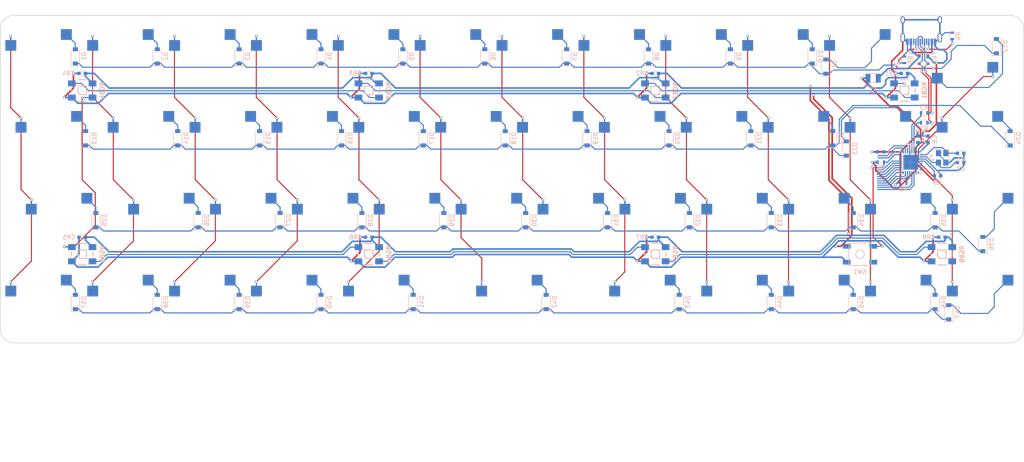
<source format=kicad_pcb>
(kicad_pcb (version 20171130) (host pcbnew "(5.0.0)")
  (layers (0 F.Cu signal) (31 B.Cu signal) (34 B.Paste user) (35 F.Paste user) (36 B.SilkS user) (37 F.SilkS user) (38 B.Mask user) (39 F.Mask user) (44 Edge.Cuts user))
  (net 0 "")
  (net 1 "Net-(C1-Pad1)")
  (net 2 GND)
  (net 3 "Net-(C2-Pad1)")
  (net 4 "Net-(C3-Pad1)")
  (net 5 +5V)
  (net 6 ROW0)
  (net 7 ROW1)
  (net 8 ROW2)
  (net 9 ROW3)
  (net 10 VCC)
  (net 11 COL5)
  (net 12 COL0)
  (net 13 COL1)
  (net 14 COL2)
  (net 15 COL3)
  (net 16 COL4)
  (net 17 COL6)
  (net 18 COL7)
  (net 19 "Net-(R1-Pad2)")
  (net 20 "Net-(R5-Pad2)")
  (net 21 "Net-(RGB1-Pad2)")
  (net 22 RGBLED)
  (net 23 "Net-(RGB2-Pad2)")
  (net 24 "Net-(RGB3-Pad2)")
  (net 25 "Net-(RGB4-Pad2)")
  (net 26 "Net-(RGB5-Pad2)")
  (net 27 "Net-(RGB6-Pad2)")
  (net 28 "Net-(RGB7-Pad2)")
  (net 29 "Net-(RGB8-Pad2)")
  (net 30 "Net-(D1-Pad2)")
  (net 31 "Net-(D2-Pad2)")
  (net 32 "Net-(D3-Pad2)")
  (net 33 "Net-(D4-Pad2)")
  (net 34 "Net-(D5-Pad2)")
  (net 35 "Net-(D6-Pad2)")
  (net 36 "Net-(D7-Pad2)")
  (net 37 "Net-(D8-Pad2)")
  (net 38 "Net-(D9-Pad2)")
  (net 39 "Net-(D10-Pad2)")
  (net 40 "Net-(D11-Pad2)")
  (net 41 "Net-(D12-Pad2)")
  (net 42 "Net-(D13-Pad2)")
  (net 43 "Net-(D14-Pad2)")
  (net 44 "Net-(D15-Pad2)")
  (net 45 "Net-(D16-Pad2)")
  (net 46 "Net-(D17-Pad2)")
  (net 47 "Net-(D18-Pad2)")
  (net 48 "Net-(D19-Pad2)")
  (net 49 "Net-(D20-Pad2)")
  (net 50 "Net-(D21-Pad2)")
  (net 51 "Net-(D22-Pad2)")
  (net 52 "Net-(D23-Pad2)")
  (net 53 "Net-(D24-Pad2)")
  (net 54 "Net-(D25-Pad2)")
  (net 55 "Net-(D26-Pad2)")
  (net 56 "Net-(D27-Pad2)")
  (net 57 "Net-(D28-Pad2)")
  (net 58 "Net-(D29-Pad2)")
  (net 59 "Net-(D30-Pad2)")
  (net 60 "Net-(D31-Pad2)")
  (net 61 "Net-(D32-Pad2)")
  (net 62 "Net-(D33-Pad2)")
  (net 63 "Net-(D34-Pad2)")
  (net 64 "Net-(D35-Pad2)")
  (net 65 "Net-(D36-Pad2)")
  (net 66 "Net-(D37-Pad2)")
  (net 67 "Net-(D38-Pad2)")
  (net 68 "Net-(D39-Pad2)")
  (net 69 "Net-(D40-Pad2)")
  (net 70 "Net-(D41-Pad2)")
  (net 71 "Net-(D42-Pad2)")
  (net 72 "Net-(D43-Pad2)")
  (net 73 "Net-(D44-Pad2)")
  (net 74 "Net-(D45-Pad2)")
  (net 75 "Net-(D46-Pad2)")
  (net 76 "Net-(D47-Pad2)")
  (net 77 COL8)
  (net 78 COL9)
  (net 79 COL10)
  (net 80 COL11)
  (net 81 D-)
  (net 82 "Net-(R2-Pad2)")
  (net 83 D+)
  (net 84 "Net-(R3-Pad1)")
  (net 85 "Net-(R4-Pad1)")
  (net 86 "Net-(R6-Pad1)")
  (net 87 "Net-(U1-Pad26)")
  (net 88 "Net-(U1-Pad25)")
  (net 89 "Net-(U1-Pad23)")
  (net 90 "Net-(U1-Pad22)")
  (net 91 "Net-(U1-Pad21)")
  (net 92 "Net-(U1-Pad20)")
  (net 93 "Net-(U1-Pad19)")
  (net 94 "Net-(U1-Pad18)")
  (net 95 "Net-(U1-Pad17)")
  (net 96 "Net-(U1-Pad16)")
  (net 97 "Net-(U1-Pad15)")
  (net 98 "Net-(U1-Pad14)")
  (net 99 "Net-(U1-Pad12)")
  (net 100 "Net-(U1-Pad11)")
  (net 101 "Net-(U1-Pad10)")
  (net 102 "Net-(U1-Pad9)")
  (net 103 "Net-(U1-Pad8)")
  (net 104 "Net-(U1-Pad7)")
  (net 105 "Net-(U1-Pad6)")
  (net 106 "Net-(U1-Pad5)")
  (net 107 "Net-(USB1-Pad9)")
  (net 108 "Net-(USB1-Pad3)")
  (module Diodes_SMD:D_SOD-123 (layer B.Cu) (at 49.2125 41.275 90)
    (fp_text reference D1 (at 0 2 90) (layer B.SilkS) (effects (justify mirror)))
    (fp_text value SOD-123)
    (pad 1 smd rect (at -1.65 0 90) (size 0.9 1.2) (layers B.Cu B.Paste B.Mask) (net 6 ROW0))
    (pad 2 smd rect (at 1.65 0 90) (size 0.9 1.2) (layers B.Cu B.Paste B.Mask) (net 30 "Net-(D1-Pad2)"))
  )
  (module Diodes_SMD:D_SOD-123 (layer B.Cu) (at 68.2625 41.275 90)
    (fp_text reference D2 (at 0 2 90) (layer B.SilkS) (effects (justify mirror)))
    (fp_text value SOD-123)
    (pad 1 smd rect (at -1.65 0 90) (size 0.9 1.2) (layers B.Cu B.Paste B.Mask) (net 6 ROW0))
    (pad 2 smd rect (at 1.65 0 90) (size 0.9 1.2) (layers B.Cu B.Paste B.Mask) (net 31 "Net-(D2-Pad2)"))
  )
  (module Diodes_SMD:D_SOD-123 (layer B.Cu) (at 87.3125 41.275 90)
    (fp_text reference D3 (at 0 2 90) (layer B.SilkS) (effects (justify mirror)))
    (fp_text value SOD-123)
    (pad 1 smd rect (at -1.65 0 90) (size 0.9 1.2) (layers B.Cu B.Paste B.Mask) (net 6 ROW0))
    (pad 2 smd rect (at 1.65 0 90) (size 0.9 1.2) (layers B.Cu B.Paste B.Mask) (net 32 "Net-(D3-Pad2)"))
  )
  (module Diodes_SMD:D_SOD-123 (layer B.Cu) (at 106.3625 41.275 90)
    (fp_text reference D4 (at 0 2 90) (layer B.SilkS) (effects (justify mirror)))
    (fp_text value SOD-123)
    (pad 1 smd rect (at -1.65 0 90) (size 0.9 1.2) (layers B.Cu B.Paste B.Mask) (net 6 ROW0))
    (pad 2 smd rect (at 1.65 0 90) (size 0.9 1.2) (layers B.Cu B.Paste B.Mask) (net 33 "Net-(D4-Pad2)"))
  )
  (module Diodes_SMD:D_SOD-123 (layer B.Cu) (at 125.4125 41.275 90)
    (fp_text reference D5 (at 0 2 90) (layer B.SilkS) (effects (justify mirror)))
    (fp_text value SOD-123)
    (pad 1 smd rect (at -1.65 0 90) (size 0.9 1.2) (layers B.Cu B.Paste B.Mask) (net 6 ROW0))
    (pad 2 smd rect (at 1.65 0 90) (size 0.9 1.2) (layers B.Cu B.Paste B.Mask) (net 34 "Net-(D5-Pad2)"))
  )
  (module Diodes_SMD:D_SOD-123 (layer B.Cu) (at 144.4625 41.275 90)
    (fp_text reference D6 (at 0 2 90) (layer B.SilkS) (effects (justify mirror)))
    (fp_text value SOD-123)
    (pad 1 smd rect (at -1.65 0 90) (size 0.9 1.2) (layers B.Cu B.Paste B.Mask) (net 6 ROW0))
    (pad 2 smd rect (at 1.65 0 90) (size 0.9 1.2) (layers B.Cu B.Paste B.Mask) (net 35 "Net-(D6-Pad2)"))
  )
  (module Diodes_SMD:D_SOD-123 (layer B.Cu) (at 163.5125 41.275 90)
    (fp_text reference D7 (at 0 2 90) (layer B.SilkS) (effects (justify mirror)))
    (fp_text value SOD-123)
    (pad 1 smd rect (at -1.65 0 90) (size 0.9 1.2) (layers B.Cu B.Paste B.Mask) (net 6 ROW0))
    (pad 2 smd rect (at 1.65 0 90) (size 0.9 1.2) (layers B.Cu B.Paste B.Mask) (net 36 "Net-(D7-Pad2)"))
  )
  (module Diodes_SMD:D_SOD-123 (layer B.Cu) (at 182.5625 41.275 90)
    (fp_text reference D8 (at 0 2 90) (layer B.SilkS) (effects (justify mirror)))
    (fp_text value SOD-123)
    (pad 1 smd rect (at -1.65 0 90) (size 0.9 1.2) (layers B.Cu B.Paste B.Mask) (net 6 ROW0))
    (pad 2 smd rect (at 1.65 0 90) (size 0.9 1.2) (layers B.Cu B.Paste B.Mask) (net 37 "Net-(D8-Pad2)"))
  )
  (module Diodes_SMD:D_SOD-123 (layer B.Cu) (at 201.6125 41.275 90)
    (fp_text reference D9 (at 0 2 90) (layer B.SilkS) (effects (justify mirror)))
    (fp_text value SOD-123)
    (pad 1 smd rect (at -1.65 0 90) (size 0.9 1.2) (layers B.Cu B.Paste B.Mask) (net 6 ROW0))
    (pad 2 smd rect (at 1.65 0 90) (size 0.9 1.2) (layers B.Cu B.Paste B.Mask) (net 38 "Net-(D9-Pad2)"))
  )
  (module Diodes_SMD:D_SOD-123 (layer B.Cu) (at 220.6625 41.275 90)
    (fp_text reference D10 (at 0 2 90) (layer B.SilkS) (effects (justify mirror)))
    (fp_text value SOD-123)
    (pad 1 smd rect (at -1.65 0 90) (size 0.9 1.2) (layers B.Cu B.Paste B.Mask) (net 6 ROW0))
    (pad 2 smd rect (at 1.65 0 90) (size 0.9 1.2) (layers B.Cu B.Paste B.Mask) (net 39 "Net-(D10-Pad2)"))
  )
  (module Diodes_SMD:D_SOD-123 (layer B.Cu) (at 223.8375 43.65625 90)
    (fp_text reference D11 (at 0 2 90) (layer B.SilkS) (effects (justify mirror)))
    (fp_text value SOD-123)
    (pad 2 smd rect (at 1.65 0 90) (size 0.9 1.2) (layers B.Cu B.Paste B.Mask) (net 40 "Net-(D11-Pad2)"))
    (pad 1 smd rect (at -1.65 0 90) (size 0.9 1.2) (layers B.Cu B.Paste B.Mask) (net 6 ROW0))
  )
  (module Diodes_SMD:D_SOD-123 (layer B.Cu) (at 263.525 38.89375 90)
    (fp_text reference D12 (at 0 2 90) (layer B.SilkS) (effects (justify mirror)))
    (fp_text value SOD-123)
    (pad 1 smd rect (at -1.65 0 90) (size 0.9 1.2) (layers B.Cu B.Paste B.Mask) (net 6 ROW0))
    (pad 2 smd rect (at 1.65 0 90) (size 0.9 1.2) (layers B.Cu B.Paste B.Mask) (net 41 "Net-(D12-Pad2)"))
  )
  (module Diodes_SMD:D_SOD-123 (layer B.Cu) (at 51.59375 60.325 90)
    (fp_text reference D13 (at 0 2 90) (layer B.SilkS) (effects (justify mirror)))
    (fp_text value SOD-123)
    (pad 1 smd rect (at -1.65 0 90) (size 0.9 1.2) (layers B.Cu B.Paste B.Mask) (net 7 ROW1))
    (pad 2 smd rect (at 1.65 0 90) (size 0.9 1.2) (layers B.Cu B.Paste B.Mask) (net 42 "Net-(D13-Pad2)"))
  )
  (module Diodes_SMD:D_SOD-123 (layer B.Cu) (at 73.025 60.325 90)
    (fp_text reference D14 (at 0 2 90) (layer B.SilkS) (effects (justify mirror)))
    (fp_text value SOD-123)
    (pad 1 smd rect (at -1.65 0 90) (size 0.9 1.2) (layers B.Cu B.Paste B.Mask) (net 7 ROW1))
    (pad 2 smd rect (at 1.65 0 90) (size 0.9 1.2) (layers B.Cu B.Paste B.Mask) (net 43 "Net-(D14-Pad2)"))
  )
  (module Diodes_SMD:D_SOD-123 (layer B.Cu) (at 92.075 60.325 90)
    (fp_text reference D15 (at 0 2 90) (layer B.SilkS) (effects (justify mirror)))
    (fp_text value SOD-123)
    (pad 1 smd rect (at -1.65 0 90) (size 0.9 1.2) (layers B.Cu B.Paste B.Mask) (net 7 ROW1))
    (pad 2 smd rect (at 1.65 0 90) (size 0.9 1.2) (layers B.Cu B.Paste B.Mask) (net 44 "Net-(D15-Pad2)"))
  )
  (module Diodes_SMD:D_SOD-123 (layer B.Cu) (at 111.125 60.325 90)
    (fp_text reference D16 (at 0 2 90) (layer B.SilkS) (effects (justify mirror)))
    (fp_text value SOD-123)
    (pad 1 smd rect (at -1.65 0 90) (size 0.9 1.2) (layers B.Cu B.Paste B.Mask) (net 7 ROW1))
    (pad 2 smd rect (at 1.65 0 90) (size 0.9 1.2) (layers B.Cu B.Paste B.Mask) (net 45 "Net-(D16-Pad2)"))
  )
  (module Diodes_SMD:D_SOD-123 (layer B.Cu) (at 130.175 60.325 90)
    (fp_text reference D17 (at 0 2 90) (layer B.SilkS) (effects (justify mirror)))
    (fp_text value SOD-123)
    (pad 1 smd rect (at -1.65 0 90) (size 0.9 1.2) (layers B.Cu B.Paste B.Mask) (net 7 ROW1))
    (pad 2 smd rect (at 1.65 0 90) (size 0.9 1.2) (layers B.Cu B.Paste B.Mask) (net 46 "Net-(D17-Pad2)"))
  )
  (module Diodes_SMD:D_SOD-123 (layer B.Cu) (at 149.225 60.325 90)
    (fp_text reference D18 (at 0 2 90) (layer B.SilkS) (effects (justify mirror)))
    (fp_text value SOD-123)
    (pad 1 smd rect (at -1.65 0 90) (size 0.9 1.2) (layers B.Cu B.Paste B.Mask) (net 7 ROW1))
    (pad 2 smd rect (at 1.65 0 90) (size 0.9 1.2) (layers B.Cu B.Paste B.Mask) (net 47 "Net-(D18-Pad2)"))
  )
  (module Diodes_SMD:D_SOD-123 (layer B.Cu) (at 168.275 60.325 90)
    (fp_text reference D19 (at 0 2 90) (layer B.SilkS) (effects (justify mirror)))
    (fp_text value SOD-123)
    (pad 1 smd rect (at -1.65 0 90) (size 0.9 1.2) (layers B.Cu B.Paste B.Mask) (net 7 ROW1))
    (pad 2 smd rect (at 1.65 0 90) (size 0.9 1.2) (layers B.Cu B.Paste B.Mask) (net 48 "Net-(D19-Pad2)"))
  )
  (module Diodes_SMD:D_SOD-123 (layer B.Cu) (at 187.325 60.325 90)
    (fp_text reference D20 (at 0 2 90) (layer B.SilkS) (effects (justify mirror)))
    (fp_text value SOD-123)
    (pad 1 smd rect (at -1.65 0 90) (size 0.9 1.2) (layers B.Cu B.Paste B.Mask) (net 7 ROW1))
    (pad 2 smd rect (at 1.65 0 90) (size 0.9 1.2) (layers B.Cu B.Paste B.Mask) (net 49 "Net-(D20-Pad2)"))
  )
  (module Diodes_SMD:D_SOD-123 (layer B.Cu) (at 206.375 60.325 90)
    (fp_text reference D21 (at 0 2 90) (layer B.SilkS) (effects (justify mirror)))
    (fp_text value SOD-123)
    (pad 1 smd rect (at -1.65 0 90) (size 0.9 1.2) (layers B.Cu B.Paste B.Mask) (net 7 ROW1))
    (pad 2 smd rect (at 1.65 0 90) (size 0.9 1.2) (layers B.Cu B.Paste B.Mask) (net 50 "Net-(D21-Pad2)"))
  )
  (module Diodes_SMD:D_SOD-123 (layer B.Cu) (at 225.425 60.325 90)
    (fp_text reference D22 (at 0 2 90) (layer B.SilkS) (effects (justify mirror)))
    (fp_text value SOD-123)
    (pad 1 smd rect (at -1.65 0 90) (size 0.9 1.2) (layers B.Cu B.Paste B.Mask) (net 7 ROW1))
    (pad 2 smd rect (at 1.65 0 90) (size 0.9 1.2) (layers B.Cu B.Paste B.Mask) (net 51 "Net-(D22-Pad2)"))
  )
  (module Diodes_SMD:D_SOD-123 (layer B.Cu) (at 228.6 62.70625 90)
    (fp_text reference D23 (at 0 2 90) (layer B.SilkS) (effects (justify mirror)))
    (fp_text value SOD-123)
    (pad 1 smd rect (at -1.65 0 90) (size 0.9 1.2) (layers B.Cu B.Paste B.Mask) (net 7 ROW1))
    (pad 2 smd rect (at 1.65 0 90) (size 0.9 1.2) (layers B.Cu B.Paste B.Mask) (net 52 "Net-(D23-Pad2)"))
  )
  (module Diodes_SMD:D_SOD-123 (layer B.Cu) (at 266.7 60.325 90)
    (fp_text reference D24 (at 0 2 90) (layer B.SilkS) (effects (justify mirror)))
    (fp_text value SOD-123)
    (pad 1 smd rect (at -1.65 0 90) (size 0.9 1.2) (layers B.Cu B.Paste B.Mask) (net 7 ROW1))
    (pad 2 smd rect (at 1.65 0 90) (size 0.9 1.2) (layers B.Cu B.Paste B.Mask) (net 53 "Net-(D24-Pad2)"))
  )
  (module Diodes_SMD:D_SOD-123 (layer B.Cu) (at 53.975 79.375 90)
    (fp_text reference D25 (at 0 2 90) (layer B.SilkS) (effects (justify mirror)))
    (fp_text value SOD-123)
    (pad 1 smd rect (at -1.65 0 90) (size 0.9 1.2) (layers B.Cu B.Paste B.Mask) (net 8 ROW2))
    (pad 2 smd rect (at 1.65 0 90) (size 0.9 1.2) (layers B.Cu B.Paste B.Mask) (net 54 "Net-(D25-Pad2)"))
  )
  (module Diodes_SMD:D_SOD-123 (layer B.Cu) (at 77.7875 79.375 90)
    (fp_text reference D26 (at 0 2 90) (layer B.SilkS) (effects (justify mirror)))
    (fp_text value SOD-123)
    (pad 1 smd rect (at -1.65 0 90) (size 0.9 1.2) (layers B.Cu B.Paste B.Mask) (net 8 ROW2))
    (pad 2 smd rect (at 1.65 0 90) (size 0.9 1.2) (layers B.Cu B.Paste B.Mask) (net 55 "Net-(D26-Pad2)"))
  )
  (module Diodes_SMD:D_SOD-123 (layer B.Cu) (at 96.8375 79.375 90)
    (fp_text reference D27 (at 0 2 90) (layer B.SilkS) (effects (justify mirror)))
    (fp_text value SOD-123)
    (pad 1 smd rect (at -1.65 0 90) (size 0.9 1.2) (layers B.Cu B.Paste B.Mask) (net 8 ROW2))
    (pad 2 smd rect (at 1.65 0 90) (size 0.9 1.2) (layers B.Cu B.Paste B.Mask) (net 56 "Net-(D27-Pad2)"))
  )
  (module Diodes_SMD:D_SOD-123 (layer B.Cu) (at 115.8875 79.375 90)
    (fp_text reference D28 (at 0 2 90) (layer B.SilkS) (effects (justify mirror)))
    (fp_text value SOD-123)
    (pad 1 smd rect (at -1.65 0 90) (size 0.9 1.2) (layers B.Cu B.Paste B.Mask) (net 8 ROW2))
    (pad 2 smd rect (at 1.65 0 90) (size 0.9 1.2) (layers B.Cu B.Paste B.Mask) (net 57 "Net-(D28-Pad2)"))
  )
  (module Diodes_SMD:D_SOD-123 (layer B.Cu) (at 134.9375 79.375 90)
    (fp_text reference D29 (at 0 2 90) (layer B.SilkS) (effects (justify mirror)))
    (fp_text value SOD-123)
    (pad 1 smd rect (at -1.65 0 90) (size 0.9 1.2) (layers B.Cu B.Paste B.Mask) (net 8 ROW2))
    (pad 2 smd rect (at 1.65 0 90) (size 0.9 1.2) (layers B.Cu B.Paste B.Mask) (net 58 "Net-(D29-Pad2)"))
  )
  (module Diodes_SMD:D_SOD-123 (layer B.Cu) (at 153.9875 79.375 90)
    (fp_text reference D30 (at 0 2 90) (layer B.SilkS) (effects (justify mirror)))
    (fp_text value SOD-123)
    (pad 1 smd rect (at -1.65 0 90) (size 0.9 1.2) (layers B.Cu B.Paste B.Mask) (net 8 ROW2))
    (pad 2 smd rect (at 1.65 0 90) (size 0.9 1.2) (layers B.Cu B.Paste B.Mask) (net 59 "Net-(D30-Pad2)"))
  )
  (module Diodes_SMD:D_SOD-123 (layer B.Cu) (at 173.0375 79.375 90)
    (fp_text reference D31 (at 0 2 90) (layer B.SilkS) (effects (justify mirror)))
    (fp_text value SOD-123)
    (pad 1 smd rect (at -1.65 0 90) (size 0.9 1.2) (layers B.Cu B.Paste B.Mask) (net 8 ROW2))
    (pad 2 smd rect (at 1.65 0 90) (size 0.9 1.2) (layers B.Cu B.Paste B.Mask) (net 60 "Net-(D31-Pad2)"))
  )
  (module Diodes_SMD:D_SOD-123 (layer B.Cu) (at 192.0875 79.375 90)
    (fp_text reference D32 (at 0 2 90) (layer B.SilkS) (effects (justify mirror)))
    (fp_text value SOD-123)
    (pad 1 smd rect (at -1.65 0 90) (size 0.9 1.2) (layers B.Cu B.Paste B.Mask) (net 8 ROW2))
    (pad 2 smd rect (at 1.65 0 90) (size 0.9 1.2) (layers B.Cu B.Paste B.Mask) (net 61 "Net-(D32-Pad2)"))
  )
  (module Diodes_SMD:D_SOD-123 (layer B.Cu) (at 211.1375 79.375 90)
    (fp_text reference D33 (at 0 2 90) (layer B.SilkS) (effects (justify mirror)))
    (fp_text value SOD-123)
    (pad 1 smd rect (at -1.65 0 90) (size 0.9 1.2) (layers B.Cu B.Paste B.Mask) (net 8 ROW2))
    (pad 2 smd rect (at 1.65 0 90) (size 0.9 1.2) (layers B.Cu B.Paste B.Mask) (net 62 "Net-(D33-Pad2)"))
  )
  (module Diodes_SMD:D_SOD-123 (layer B.Cu) (at 230.1875 79.375 90)
    (fp_text reference D34 (at 0 2 90) (layer B.SilkS) (effects (justify mirror)))
    (fp_text value SOD-123)
    (pad 1 smd rect (at -1.65 0 90) (size 0.9 1.2) (layers B.Cu B.Paste B.Mask) (net 8 ROW2))
    (pad 2 smd rect (at 1.65 0 90) (size 0.9 1.2) (layers B.Cu B.Paste B.Mask) (net 63 "Net-(D34-Pad2)"))
  )
  (module Diodes_SMD:D_SOD-123 (layer B.Cu) (at 249.2375 79.375 90)
    (fp_text reference D35 (at 0 2 90) (layer B.SilkS) (effects (justify mirror)))
    (fp_text value SOD-123)
    (pad 1 smd rect (at -1.65 0 90) (size 0.9 1.2) (layers B.Cu B.Paste B.Mask) (net 8 ROW2))
    (pad 2 smd rect (at 1.65 0 90) (size 0.9 1.2) (layers B.Cu B.Paste B.Mask) (net 64 "Net-(D35-Pad2)"))
  )
  (module Diodes_SMD:D_SOD-123 (layer B.Cu) (at 260.35 84.93125 90)
    (fp_text reference D36 (at 0 2 90) (layer B.SilkS) (effects (justify mirror)))
    (fp_text value SOD-123)
    (pad 1 smd rect (at -1.65 0 90) (size 0.9 1.2) (layers B.Cu B.Paste B.Mask) (net 8 ROW2))
    (pad 2 smd rect (at 1.65 0 90) (size 0.9 1.2) (layers B.Cu B.Paste B.Mask) (net 65 "Net-(D36-Pad2)"))
  )
  (module Diodes_SMD:D_SOD-123 (layer B.Cu) (at 49.2125 98.425 90)
    (fp_text reference D37 (at 0 2 90) (layer B.SilkS) (effects (justify mirror)))
    (fp_text value SOD-123)
    (pad 1 smd rect (at -1.65 0 90) (size 0.9 1.2) (layers B.Cu B.Paste B.Mask) (net 9 ROW3))
    (pad 2 smd rect (at 1.65 0 90) (size 0.9 1.2) (layers B.Cu B.Paste B.Mask) (net 66 "Net-(D37-Pad2)"))
  )
  (module Diodes_SMD:D_SOD-123 (layer B.Cu) (at 68.2625 98.425 90)
    (fp_text reference D38 (at 0 2 90) (layer B.SilkS) (effects (justify mirror)))
    (fp_text value SOD-123)
    (pad 1 smd rect (at -1.65 0 90) (size 0.9 1.2) (layers B.Cu B.Paste B.Mask) (net 9 ROW3))
    (pad 2 smd rect (at 1.65 0 90) (size 0.9 1.2) (layers B.Cu B.Paste B.Mask) (net 67 "Net-(D38-Pad2)"))
  )
  (module Diodes_SMD:D_SOD-123 (layer B.Cu) (at 87.3125 98.425 90)
    (fp_text reference D39 (at 0 2 90) (layer B.SilkS) (effects (justify mirror)))
    (fp_text value SOD-123)
    (pad 1 smd rect (at -1.65 0 90) (size 0.9 1.2) (layers B.Cu B.Paste B.Mask) (net 9 ROW3))
    (pad 2 smd rect (at 1.65 0 90) (size 0.9 1.2) (layers B.Cu B.Paste B.Mask) (net 68 "Net-(D39-Pad2)"))
  )
  (module Diodes_SMD:D_SOD-123 (layer B.Cu) (at 106.3625 98.425 90)
    (fp_text reference D40 (at 0 2 90) (layer B.SilkS) (effects (justify mirror)))
    (fp_text value SOD-123)
    (pad 1 smd rect (at -1.65 0 90) (size 0.9 1.2) (layers B.Cu B.Paste B.Mask) (net 9 ROW3))
    (pad 2 smd rect (at 1.65 0 90) (size 0.9 1.2) (layers B.Cu B.Paste B.Mask) (net 69 "Net-(D40-Pad2)"))
  )
  (module Diodes_SMD:D_SOD-123 (layer B.Cu) (at 127.79375 98.425 90)
    (fp_text reference D41 (at 0 2 90) (layer B.SilkS) (effects (justify mirror)))
    (fp_text value SOD-123)
    (pad 1 smd rect (at -1.65 0 90) (size 0.9 1.2) (layers B.Cu B.Paste B.Mask) (net 9 ROW3))
    (pad 2 smd rect (at 1.65 0 90) (size 0.9 1.2) (layers B.Cu B.Paste B.Mask) (net 70 "Net-(D41-Pad2)"))
  )
  (module Diodes_SMD:D_SOD-123 (layer B.Cu) (at 158.75 98.425 90)
    (fp_text reference D42 (at 0 2 90) (layer B.SilkS) (effects (justify mirror)))
    (fp_text value SOD-123)
    (pad 1 smd rect (at -1.65 0 90) (size 0.9 1.2) (layers B.Cu B.Paste B.Mask) (net 9 ROW3))
    (pad 2 smd rect (at 1.65 0 90) (size 0.9 1.2) (layers B.Cu B.Paste B.Mask) (net 71 "Net-(D42-Pad2)"))
  )
  (module Diodes_SMD:D_SOD-123 (layer B.Cu) (at 189.70625 98.425 90)
    (fp_text reference D43 (at 0 2 90) (layer B.SilkS) (effects (justify mirror)))
    (fp_text value SOD-123)
    (pad 1 smd rect (at -1.65 0 90) (size 0.9 1.2) (layers B.Cu B.Paste B.Mask) (net 9 ROW3))
    (pad 2 smd rect (at 1.65 0 90) (size 0.9 1.2) (layers B.Cu B.Paste B.Mask) (net 72 "Net-(D43-Pad2)"))
  )
  (module Diodes_SMD:D_SOD-123 (layer B.Cu) (at 211.1375 98.425 90)
    (fp_text reference D44 (at 0 2 90) (layer B.SilkS) (effects (justify mirror)))
    (fp_text value SOD-123)
    (pad 1 smd rect (at -1.65 0 90) (size 0.9 1.2) (layers B.Cu B.Paste B.Mask) (net 9 ROW3))
    (pad 2 smd rect (at 1.65 0 90) (size 0.9 1.2) (layers B.Cu B.Paste B.Mask) (net 73 "Net-(D44-Pad2)"))
  )
  (module Diodes_SMD:D_SOD-123 (layer B.Cu) (at 230.1875 98.425 90)
    (fp_text reference D45 (at 0 2 90) (layer B.SilkS) (effects (justify mirror)))
    (fp_text value SOD-123)
    (pad 1 smd rect (at -1.65 0 90) (size 0.9 1.2) (layers B.Cu B.Paste B.Mask) (net 9 ROW3))
    (pad 2 smd rect (at 1.65 0 90) (size 0.9 1.2) (layers B.Cu B.Paste B.Mask) (net 74 "Net-(D45-Pad2)"))
  )
  (module Diodes_SMD:D_SOD-123 (layer B.Cu) (at 249.2375 98.425 90)
    (fp_text reference D46 (at 0 2 90) (layer B.SilkS) (effects (justify mirror)))
    (fp_text value SOD-123)
    (pad 1 smd rect (at -1.65 0 90) (size 0.9 1.2) (layers B.Cu B.Paste B.Mask) (net 9 ROW3))
    (pad 2 smd rect (at 1.65 0 90) (size 0.9 1.2) (layers B.Cu B.Paste B.Mask) (net 75 "Net-(D46-Pad2)"))
  )
  (module Diodes_SMD:D_SOD-123 (layer B.Cu) (at 252.4125 100.80625 90)
    (fp_text reference D47 (at 0 2 90) (layer B.SilkS) (effects (justify mirror)))
    (fp_text value SOD-123)
    (pad 1 smd rect (at -1.65 0 90) (size 0.9 1.2) (layers B.Cu B.Paste B.Mask) (net 9 ROW3))
    (pad 2 smd rect (at 1.65 0 90) (size 0.9 1.2) (layers B.Cu B.Paste B.Mask) (net 76 "Net-(D47-Pad2)"))
  )
  (module MX_Alps_Hybrid:MXOnly-1U-Hotswap (layer F.Cu) (at 41.275 41.275)
    (fp_text reference MX1)
    (fp_text value MX-1U)
    (pad 2 smd rect (at 5.842 -5.08) (size 2.55 2.5) (layers B.Cu B.Paste B.Mask) (net 30 "Net-(D1-Pad2)"))
    (pad 1 smd rect (at -7.085 -2.54) (size 2.55 2.5) (layers B.Cu B.Paste B.Mask) (net 12 COL0))
    (pad "" np_thru_hole circle (at 5.08 0 48.0996) (size 1.75 1.75) (drill 1.75) (layers *.Cu *.Mask))
    (pad "" np_thru_hole circle (at -5.08 0 48.0996) (size 1.75 1.75) (drill 1.75) (layers *.Cu *.Mask))
    (pad "" np_thru_hole circle (at -3.81 -2.54) (size 3 3) (drill 3) (layers *.Cu *.Mask))
    (pad "" np_thru_hole circle (at 0 0) (size 3.9878 3.9878) (drill 3.9878) (layers *.Cu *.Mask))
    (pad "" np_thru_hole circle (at 2.54 -5.08) (size 3 3) (drill 3) (layers *.Cu *.Mask))
  )
  (module MX_Alps_Hybrid:MXOnly-1U-Hotswap (layer F.Cu) (at 60.325 41.275)
    (fp_text reference MX2)
    (fp_text value MX-1U)
    (pad 2 smd rect (at 5.842 -5.08) (size 2.55 2.5) (layers B.Cu B.Paste B.Mask) (net 31 "Net-(D2-Pad2)"))
    (pad 1 smd rect (at -7.085 -2.54) (size 2.55 2.5) (layers B.Cu B.Paste B.Mask) (net 13 COL1))
    (pad "" np_thru_hole circle (at 5.08 0 48.0996) (size 1.75 1.75) (drill 1.75) (layers *.Cu *.Mask))
    (pad "" np_thru_hole circle (at -5.08 0 48.0996) (size 1.75 1.75) (drill 1.75) (layers *.Cu *.Mask))
    (pad "" np_thru_hole circle (at -3.81 -2.54) (size 3 3) (drill 3) (layers *.Cu *.Mask))
    (pad "" np_thru_hole circle (at 0 0) (size 3.9878 3.9878) (drill 3.9878) (layers *.Cu *.Mask))
    (pad "" np_thru_hole circle (at 2.54 -5.08) (size 3 3) (drill 3) (layers *.Cu *.Mask))
  )
  (module MX_Alps_Hybrid:MXOnly-1U-Hotswap (layer F.Cu) (at 79.375 41.275)
    (fp_text reference MX3)
    (fp_text value MX-1U)
    (pad 2 smd rect (at 5.842 -5.08) (size 2.55 2.5) (layers B.Cu B.Paste B.Mask) (net 32 "Net-(D3-Pad2)"))
    (pad 1 smd rect (at -7.085 -2.54) (size 2.55 2.5) (layers B.Cu B.Paste B.Mask) (net 14 COL2))
    (pad "" np_thru_hole circle (at 5.08 0 48.0996) (size 1.75 1.75) (drill 1.75) (layers *.Cu *.Mask))
    (pad "" np_thru_hole circle (at -5.08 0 48.0996) (size 1.75 1.75) (drill 1.75) (layers *.Cu *.Mask))
    (pad "" np_thru_hole circle (at -3.81 -2.54) (size 3 3) (drill 3) (layers *.Cu *.Mask))
    (pad "" np_thru_hole circle (at 0 0) (size 3.9878 3.9878) (drill 3.9878) (layers *.Cu *.Mask))
    (pad "" np_thru_hole circle (at 2.54 -5.08) (size 3 3) (drill 3) (layers *.Cu *.Mask))
  )
  (module MX_Alps_Hybrid:MXOnly-1U-Hotswap (layer F.Cu) (at 98.425 41.275)
    (fp_text reference MX4)
    (fp_text value MX-1U)
    (pad 2 smd rect (at 5.842 -5.08) (size 2.55 2.5) (layers B.Cu B.Paste B.Mask) (net 33 "Net-(D4-Pad2)"))
    (pad 1 smd rect (at -7.085 -2.54) (size 2.55 2.5) (layers B.Cu B.Paste B.Mask) (net 15 COL3))
    (pad "" np_thru_hole circle (at 5.08 0 48.0996) (size 1.75 1.75) (drill 1.75) (layers *.Cu *.Mask))
    (pad "" np_thru_hole circle (at -5.08 0 48.0996) (size 1.75 1.75) (drill 1.75) (layers *.Cu *.Mask))
    (pad "" np_thru_hole circle (at -3.81 -2.54) (size 3 3) (drill 3) (layers *.Cu *.Mask))
    (pad "" np_thru_hole circle (at 0 0) (size 3.9878 3.9878) (drill 3.9878) (layers *.Cu *.Mask))
    (pad "" np_thru_hole circle (at 2.54 -5.08) (size 3 3) (drill 3) (layers *.Cu *.Mask))
  )
  (module MX_Alps_Hybrid:MXOnly-1U-Hotswap (layer F.Cu) (at 117.475 41.275)
    (fp_text reference MX5)
    (fp_text value MX-1U)
    (pad 2 smd rect (at 5.842 -5.08) (size 2.55 2.5) (layers B.Cu B.Paste B.Mask) (net 34 "Net-(D5-Pad2)"))
    (pad 1 smd rect (at -7.085 -2.54) (size 2.55 2.5) (layers B.Cu B.Paste B.Mask) (net 16 COL4))
    (pad "" np_thru_hole circle (at 5.08 0 48.0996) (size 1.75 1.75) (drill 1.75) (layers *.Cu *.Mask))
    (pad "" np_thru_hole circle (at -5.08 0 48.0996) (size 1.75 1.75) (drill 1.75) (layers *.Cu *.Mask))
    (pad "" np_thru_hole circle (at -3.81 -2.54) (size 3 3) (drill 3) (layers *.Cu *.Mask))
    (pad "" np_thru_hole circle (at 0 0) (size 3.9878 3.9878) (drill 3.9878) (layers *.Cu *.Mask))
    (pad "" np_thru_hole circle (at 2.54 -5.08) (size 3 3) (drill 3) (layers *.Cu *.Mask))
  )
  (module MX_Alps_Hybrid:MXOnly-1U-Hotswap (layer F.Cu) (at 136.525 41.275)
    (fp_text reference MX6)
    (fp_text value MX-1U)
    (pad 2 smd rect (at 5.842 -5.08) (size 2.55 2.5) (layers B.Cu B.Paste B.Mask) (net 35 "Net-(D6-Pad2)"))
    (pad 1 smd rect (at -7.085 -2.54) (size 2.55 2.5) (layers B.Cu B.Paste B.Mask) (net 11 COL5))
    (pad "" np_thru_hole circle (at 5.08 0 48.0996) (size 1.75 1.75) (drill 1.75) (layers *.Cu *.Mask))
    (pad "" np_thru_hole circle (at -5.08 0 48.0996) (size 1.75 1.75) (drill 1.75) (layers *.Cu *.Mask))
    (pad "" np_thru_hole circle (at -3.81 -2.54) (size 3 3) (drill 3) (layers *.Cu *.Mask))
    (pad "" np_thru_hole circle (at 0 0) (size 3.9878 3.9878) (drill 3.9878) (layers *.Cu *.Mask))
    (pad "" np_thru_hole circle (at 2.54 -5.08) (size 3 3) (drill 3) (layers *.Cu *.Mask))
  )
  (module MX_Alps_Hybrid:MXOnly-1U-Hotswap (layer F.Cu) (at 155.575 41.275)
    (fp_text reference MX7)
    (fp_text value MX-1U)
    (pad 2 smd rect (at 5.842 -5.08) (size 2.55 2.5) (layers B.Cu B.Paste B.Mask) (net 36 "Net-(D7-Pad2)"))
    (pad 1 smd rect (at -7.085 -2.54) (size 2.55 2.5) (layers B.Cu B.Paste B.Mask) (net 17 COL6))
    (pad "" np_thru_hole circle (at 5.08 0 48.0996) (size 1.75 1.75) (drill 1.75) (layers *.Cu *.Mask))
    (pad "" np_thru_hole circle (at -5.08 0 48.0996) (size 1.75 1.75) (drill 1.75) (layers *.Cu *.Mask))
    (pad "" np_thru_hole circle (at -3.81 -2.54) (size 3 3) (drill 3) (layers *.Cu *.Mask))
    (pad "" np_thru_hole circle (at 0 0) (size 3.9878 3.9878) (drill 3.9878) (layers *.Cu *.Mask))
    (pad "" np_thru_hole circle (at 2.54 -5.08) (size 3 3) (drill 3) (layers *.Cu *.Mask))
  )
  (module MX_Alps_Hybrid:MXOnly-1U-Hotswap (layer F.Cu) (at 174.625 41.275)
    (fp_text reference MX8)
    (fp_text value MX-1U)
    (pad 2 smd rect (at 5.842 -5.08) (size 2.55 2.5) (layers B.Cu B.Paste B.Mask) (net 37 "Net-(D8-Pad2)"))
    (pad 1 smd rect (at -7.085 -2.54) (size 2.55 2.5) (layers B.Cu B.Paste B.Mask) (net 18 COL7))
    (pad "" np_thru_hole circle (at 5.08 0 48.0996) (size 1.75 1.75) (drill 1.75) (layers *.Cu *.Mask))
    (pad "" np_thru_hole circle (at -5.08 0 48.0996) (size 1.75 1.75) (drill 1.75) (layers *.Cu *.Mask))
    (pad "" np_thru_hole circle (at -3.81 -2.54) (size 3 3) (drill 3) (layers *.Cu *.Mask))
    (pad "" np_thru_hole circle (at 0 0) (size 3.9878 3.9878) (drill 3.9878) (layers *.Cu *.Mask))
    (pad "" np_thru_hole circle (at 2.54 -5.08) (size 3 3) (drill 3) (layers *.Cu *.Mask))
  )
  (module MX_Alps_Hybrid:MXOnly-1U-Hotswap (layer F.Cu) (at 193.675 41.275)
    (fp_text reference MX9)
    (fp_text value MX-1U)
    (pad 2 smd rect (at 5.842 -5.08) (size 2.55 2.5) (layers B.Cu B.Paste B.Mask) (net 38 "Net-(D9-Pad2)"))
    (pad 1 smd rect (at -7.085 -2.54) (size 2.55 2.5) (layers B.Cu B.Paste B.Mask) (net 77 COL8))
    (pad "" np_thru_hole circle (at 5.08 0 48.0996) (size 1.75 1.75) (drill 1.75) (layers *.Cu *.Mask))
    (pad "" np_thru_hole circle (at -5.08 0 48.0996) (size 1.75 1.75) (drill 1.75) (layers *.Cu *.Mask))
    (pad "" np_thru_hole circle (at -3.81 -2.54) (size 3 3) (drill 3) (layers *.Cu *.Mask))
    (pad "" np_thru_hole circle (at 0 0) (size 3.9878 3.9878) (drill 3.9878) (layers *.Cu *.Mask))
    (pad "" np_thru_hole circle (at 2.54 -5.08) (size 3 3) (drill 3) (layers *.Cu *.Mask))
  )
  (module MX_Alps_Hybrid:MXOnly-1U-Hotswap (layer F.Cu) (at 212.725 41.275)
    (fp_text reference MX10)
    (fp_text value MX-1U)
    (pad 2 smd rect (at 5.842 -5.08) (size 2.55 2.5) (layers B.Cu B.Paste B.Mask) (net 39 "Net-(D10-Pad2)"))
    (pad 1 smd rect (at -7.085 -2.54) (size 2.55 2.5) (layers B.Cu B.Paste B.Mask) (net 78 COL9))
    (pad "" np_thru_hole circle (at 5.08 0 48.0996) (size 1.75 1.75) (drill 1.75) (layers *.Cu *.Mask))
    (pad "" np_thru_hole circle (at -5.08 0 48.0996) (size 1.75 1.75) (drill 1.75) (layers *.Cu *.Mask))
    (pad "" np_thru_hole circle (at -3.81 -2.54) (size 3 3) (drill 3) (layers *.Cu *.Mask))
    (pad "" np_thru_hole circle (at 0 0) (size 3.9878 3.9878) (drill 3.9878) (layers *.Cu *.Mask))
    (pad "" np_thru_hole circle (at 2.54 -5.08) (size 3 3) (drill 3) (layers *.Cu *.Mask))
  )
  (module MX_Alps_Hybrid:MXOnly-1U-Hotswap (layer F.Cu) (at 231.775 41.275)
    (fp_text reference MX11)
    (fp_text value MX-1U)
    (pad 2 smd rect (at 5.842 -5.08) (size 2.55 2.5) (layers B.Cu B.Paste B.Mask) (net 40 "Net-(D11-Pad2)"))
    (pad 1 smd rect (at -7.085 -2.54) (size 2.55 2.5) (layers B.Cu B.Paste B.Mask) (net 79 COL10))
    (pad "" np_thru_hole circle (at 5.08 0 48.0996) (size 1.75 1.75) (drill 1.75) (layers *.Cu *.Mask))
    (pad "" np_thru_hole circle (at -5.08 0 48.0996) (size 1.75 1.75) (drill 1.75) (layers *.Cu *.Mask))
    (pad "" np_thru_hole circle (at -3.81 -2.54) (size 3 3) (drill 3) (layers *.Cu *.Mask))
    (pad "" np_thru_hole circle (at 0 0) (size 3.9878 3.9878) (drill 3.9878) (layers *.Cu *.Mask))
    (pad "" np_thru_hole circle (at 2.54 -5.08) (size 3 3) (drill 3) (layers *.Cu *.Mask))
  )
  (module MX_Alps_Hybrid:MXOnly-1U-Hotswap (layer F.Cu) (at 65.0875 60.325)
    (fp_text reference MX14)
    (fp_text value MX-1U)
    (pad 2 smd rect (at 5.842 -5.08) (size 2.55 2.5) (layers B.Cu B.Paste B.Mask) (net 43 "Net-(D14-Pad2)"))
    (pad 1 smd rect (at -7.085 -2.54) (size 2.55 2.5) (layers B.Cu B.Paste B.Mask) (net 13 COL1))
    (pad "" np_thru_hole circle (at 5.08 0 48.0996) (size 1.75 1.75) (drill 1.75) (layers *.Cu *.Mask))
    (pad "" np_thru_hole circle (at -5.08 0 48.0996) (size 1.75 1.75) (drill 1.75) (layers *.Cu *.Mask))
    (pad "" np_thru_hole circle (at -3.81 -2.54) (size 3 3) (drill 3) (layers *.Cu *.Mask))
    (pad "" np_thru_hole circle (at 0 0) (size 3.9878 3.9878) (drill 3.9878) (layers *.Cu *.Mask))
    (pad "" np_thru_hole circle (at 2.54 -5.08) (size 3 3) (drill 3) (layers *.Cu *.Mask))
  )
  (module MX_Alps_Hybrid:MXOnly-1U-Hotswap (layer F.Cu) (at 84.1375 60.325)
    (fp_text reference MX15)
    (fp_text value MX-1U)
    (pad 2 smd rect (at 5.842 -5.08) (size 2.55 2.5) (layers B.Cu B.Paste B.Mask) (net 44 "Net-(D15-Pad2)"))
    (pad 1 smd rect (at -7.085 -2.54) (size 2.55 2.5) (layers B.Cu B.Paste B.Mask) (net 14 COL2))
    (pad "" np_thru_hole circle (at 5.08 0 48.0996) (size 1.75 1.75) (drill 1.75) (layers *.Cu *.Mask))
    (pad "" np_thru_hole circle (at -5.08 0 48.0996) (size 1.75 1.75) (drill 1.75) (layers *.Cu *.Mask))
    (pad "" np_thru_hole circle (at -3.81 -2.54) (size 3 3) (drill 3) (layers *.Cu *.Mask))
    (pad "" np_thru_hole circle (at 0 0) (size 3.9878 3.9878) (drill 3.9878) (layers *.Cu *.Mask))
    (pad "" np_thru_hole circle (at 2.54 -5.08) (size 3 3) (drill 3) (layers *.Cu *.Mask))
  )
  (module MX_Alps_Hybrid:MXOnly-1U-Hotswap (layer F.Cu) (at 103.1875 60.325)
    (fp_text reference MX16)
    (fp_text value MX-1U)
    (pad 2 smd rect (at 5.842 -5.08) (size 2.55 2.5) (layers B.Cu B.Paste B.Mask) (net 45 "Net-(D16-Pad2)"))
    (pad 1 smd rect (at -7.085 -2.54) (size 2.55 2.5) (layers B.Cu B.Paste B.Mask) (net 15 COL3))
    (pad "" np_thru_hole circle (at 5.08 0 48.0996) (size 1.75 1.75) (drill 1.75) (layers *.Cu *.Mask))
    (pad "" np_thru_hole circle (at -5.08 0 48.0996) (size 1.75 1.75) (drill 1.75) (layers *.Cu *.Mask))
    (pad "" np_thru_hole circle (at -3.81 -2.54) (size 3 3) (drill 3) (layers *.Cu *.Mask))
    (pad "" np_thru_hole circle (at 0 0) (size 3.9878 3.9878) (drill 3.9878) (layers *.Cu *.Mask))
    (pad "" np_thru_hole circle (at 2.54 -5.08) (size 3 3) (drill 3) (layers *.Cu *.Mask))
  )
  (module MX_Alps_Hybrid:MXOnly-1U-Hotswap (layer F.Cu) (at 122.2375 60.325)
    (fp_text reference MX17)
    (fp_text value MX-1U)
    (pad 2 smd rect (at 5.842 -5.08) (size 2.55 2.5) (layers B.Cu B.Paste B.Mask) (net 46 "Net-(D17-Pad2)"))
    (pad 1 smd rect (at -7.085 -2.54) (size 2.55 2.5) (layers B.Cu B.Paste B.Mask) (net 16 COL4))
    (pad "" np_thru_hole circle (at 5.08 0 48.0996) (size 1.75 1.75) (drill 1.75) (layers *.Cu *.Mask))
    (pad "" np_thru_hole circle (at -5.08 0 48.0996) (size 1.75 1.75) (drill 1.75) (layers *.Cu *.Mask))
    (pad "" np_thru_hole circle (at -3.81 -2.54) (size 3 3) (drill 3) (layers *.Cu *.Mask))
    (pad "" np_thru_hole circle (at 0 0) (size 3.9878 3.9878) (drill 3.9878) (layers *.Cu *.Mask))
    (pad "" np_thru_hole circle (at 2.54 -5.08) (size 3 3) (drill 3) (layers *.Cu *.Mask))
  )
  (module MX_Alps_Hybrid:MXOnly-1U-Hotswap (layer F.Cu) (at 141.2875 60.325)
    (fp_text reference MX18)
    (fp_text value MX-1U)
    (pad 2 smd rect (at 5.842 -5.08) (size 2.55 2.5) (layers B.Cu B.Paste B.Mask) (net 47 "Net-(D18-Pad2)"))
    (pad 1 smd rect (at -7.085 -2.54) (size 2.55 2.5) (layers B.Cu B.Paste B.Mask) (net 11 COL5))
    (pad "" np_thru_hole circle (at 5.08 0 48.0996) (size 1.75 1.75) (drill 1.75) (layers *.Cu *.Mask))
    (pad "" np_thru_hole circle (at -5.08 0 48.0996) (size 1.75 1.75) (drill 1.75) (layers *.Cu *.Mask))
    (pad "" np_thru_hole circle (at -3.81 -2.54) (size 3 3) (drill 3) (layers *.Cu *.Mask))
    (pad "" np_thru_hole circle (at 0 0) (size 3.9878 3.9878) (drill 3.9878) (layers *.Cu *.Mask))
    (pad "" np_thru_hole circle (at 2.54 -5.08) (size 3 3) (drill 3) (layers *.Cu *.Mask))
  )
  (module MX_Alps_Hybrid:MXOnly-1U-Hotswap (layer F.Cu) (at 160.3375 60.325)
    (fp_text reference MX19)
    (fp_text value MX-1U)
    (pad 2 smd rect (at 5.842 -5.08) (size 2.55 2.5) (layers B.Cu B.Paste B.Mask) (net 48 "Net-(D19-Pad2)"))
    (pad 1 smd rect (at -7.085 -2.54) (size 2.55 2.5) (layers B.Cu B.Paste B.Mask) (net 17 COL6))
    (pad "" np_thru_hole circle (at 5.08 0 48.0996) (size 1.75 1.75) (drill 1.75) (layers *.Cu *.Mask))
    (pad "" np_thru_hole circle (at -5.08 0 48.0996) (size 1.75 1.75) (drill 1.75) (layers *.Cu *.Mask))
    (pad "" np_thru_hole circle (at -3.81 -2.54) (size 3 3) (drill 3) (layers *.Cu *.Mask))
    (pad "" np_thru_hole circle (at 0 0) (size 3.9878 3.9878) (drill 3.9878) (layers *.Cu *.Mask))
    (pad "" np_thru_hole circle (at 2.54 -5.08) (size 3 3) (drill 3) (layers *.Cu *.Mask))
  )
  (module MX_Alps_Hybrid:MXOnly-1U-Hotswap (layer F.Cu) (at 179.3875 60.325)
    (fp_text reference MX20)
    (fp_text value MX-1U)
    (pad 2 smd rect (at 5.842 -5.08) (size 2.55 2.5) (layers B.Cu B.Paste B.Mask) (net 49 "Net-(D20-Pad2)"))
    (pad 1 smd rect (at -7.085 -2.54) (size 2.55 2.5) (layers B.Cu B.Paste B.Mask) (net 18 COL7))
    (pad "" np_thru_hole circle (at 5.08 0 48.0996) (size 1.75 1.75) (drill 1.75) (layers *.Cu *.Mask))
    (pad "" np_thru_hole circle (at -5.08 0 48.0996) (size 1.75 1.75) (drill 1.75) (layers *.Cu *.Mask))
    (pad "" np_thru_hole circle (at -3.81 -2.54) (size 3 3) (drill 3) (layers *.Cu *.Mask))
    (pad "" np_thru_hole circle (at 0 0) (size 3.9878 3.9878) (drill 3.9878) (layers *.Cu *.Mask))
    (pad "" np_thru_hole circle (at 2.54 -5.08) (size 3 3) (drill 3) (layers *.Cu *.Mask))
  )
  (module MX_Alps_Hybrid:MXOnly-1U-Hotswap (layer F.Cu) (at 198.4375 60.325)
    (fp_text reference MX21)
    (fp_text value MX-1U)
    (pad 2 smd rect (at 5.842 -5.08) (size 2.55 2.5) (layers B.Cu B.Paste B.Mask) (net 50 "Net-(D21-Pad2)"))
    (pad 1 smd rect (at -7.085 -2.54) (size 2.55 2.5) (layers B.Cu B.Paste B.Mask) (net 77 COL8))
    (pad "" np_thru_hole circle (at 5.08 0 48.0996) (size 1.75 1.75) (drill 1.75) (layers *.Cu *.Mask))
    (pad "" np_thru_hole circle (at -5.08 0 48.0996) (size 1.75 1.75) (drill 1.75) (layers *.Cu *.Mask))
    (pad "" np_thru_hole circle (at -3.81 -2.54) (size 3 3) (drill 3) (layers *.Cu *.Mask))
    (pad "" np_thru_hole circle (at 0 0) (size 3.9878 3.9878) (drill 3.9878) (layers *.Cu *.Mask))
    (pad "" np_thru_hole circle (at 2.54 -5.08) (size 3 3) (drill 3) (layers *.Cu *.Mask))
  )
  (module MX_Alps_Hybrid:MXOnly-1U-Hotswap (layer F.Cu) (at 217.4875 60.325)
    (fp_text reference MX22)
    (fp_text value MX-1U)
    (pad 2 smd rect (at 5.842 -5.08) (size 2.55 2.5) (layers B.Cu B.Paste B.Mask) (net 51 "Net-(D22-Pad2)"))
    (pad 1 smd rect (at -7.085 -2.54) (size 2.55 2.5) (layers B.Cu B.Paste B.Mask) (net 78 COL9))
    (pad "" np_thru_hole circle (at 5.08 0 48.0996) (size 1.75 1.75) (drill 1.75) (layers *.Cu *.Mask))
    (pad "" np_thru_hole circle (at -5.08 0 48.0996) (size 1.75 1.75) (drill 1.75) (layers *.Cu *.Mask))
    (pad "" np_thru_hole circle (at -3.81 -2.54) (size 3 3) (drill 3) (layers *.Cu *.Mask))
    (pad "" np_thru_hole circle (at 0 0) (size 3.9878 3.9878) (drill 3.9878) (layers *.Cu *.Mask))
    (pad "" np_thru_hole circle (at 2.54 -5.08) (size 3 3) (drill 3) (layers *.Cu *.Mask))
  )
  (module MX_Alps_Hybrid:MXOnly-1U-Hotswap (layer F.Cu) (at 236.5375 60.325)
    (fp_text reference MX23)
    (fp_text value MX-1U)
    (pad 2 smd rect (at 5.842 -5.08) (size 2.55 2.5) (layers B.Cu B.Paste B.Mask) (net 52 "Net-(D23-Pad2)"))
    (pad 1 smd rect (at -7.085 -2.54) (size 2.55 2.5) (layers B.Cu B.Paste B.Mask) (net 79 COL10))
    (pad "" np_thru_hole circle (at 5.08 0 48.0996) (size 1.75 1.75) (drill 1.75) (layers *.Cu *.Mask))
    (pad "" np_thru_hole circle (at -5.08 0 48.0996) (size 1.75 1.75) (drill 1.75) (layers *.Cu *.Mask))
    (pad "" np_thru_hole circle (at -3.81 -2.54) (size 3 3) (drill 3) (layers *.Cu *.Mask))
    (pad "" np_thru_hole circle (at 0 0) (size 3.9878 3.9878) (drill 3.9878) (layers *.Cu *.Mask))
    (pad "" np_thru_hole circle (at 2.54 -5.08) (size 3 3) (drill 3) (layers *.Cu *.Mask))
  )
  (module MX_Alps_Hybrid:MXOnly-1U-Hotswap (layer F.Cu) (at 69.85 79.375)
    (fp_text reference MX26)
    (fp_text value MX-1U)
    (pad 2 smd rect (at 5.842 -5.08) (size 2.55 2.5) (layers B.Cu B.Paste B.Mask) (net 55 "Net-(D26-Pad2)"))
    (pad 1 smd rect (at -7.085 -2.54) (size 2.55 2.5) (layers B.Cu B.Paste B.Mask) (net 13 COL1))
    (pad "" np_thru_hole circle (at 5.08 0 48.0996) (size 1.75 1.75) (drill 1.75) (layers *.Cu *.Mask))
    (pad "" np_thru_hole circle (at -5.08 0 48.0996) (size 1.75 1.75) (drill 1.75) (layers *.Cu *.Mask))
    (pad "" np_thru_hole circle (at -3.81 -2.54) (size 3 3) (drill 3) (layers *.Cu *.Mask))
    (pad "" np_thru_hole circle (at 0 0) (size 3.9878 3.9878) (drill 3.9878) (layers *.Cu *.Mask))
    (pad "" np_thru_hole circle (at 2.54 -5.08) (size 3 3) (drill 3) (layers *.Cu *.Mask))
  )
  (module MX_Alps_Hybrid:MXOnly-1U-Hotswap (layer F.Cu) (at 88.9 79.375)
    (fp_text reference MX27)
    (fp_text value MX-1U)
    (pad 2 smd rect (at 5.842 -5.08) (size 2.55 2.5) (layers B.Cu B.Paste B.Mask) (net 56 "Net-(D27-Pad2)"))
    (pad 1 smd rect (at -7.085 -2.54) (size 2.55 2.5) (layers B.Cu B.Paste B.Mask) (net 14 COL2))
    (pad "" np_thru_hole circle (at 5.08 0 48.0996) (size 1.75 1.75) (drill 1.75) (layers *.Cu *.Mask))
    (pad "" np_thru_hole circle (at -5.08 0 48.0996) (size 1.75 1.75) (drill 1.75) (layers *.Cu *.Mask))
    (pad "" np_thru_hole circle (at -3.81 -2.54) (size 3 3) (drill 3) (layers *.Cu *.Mask))
    (pad "" np_thru_hole circle (at 0 0) (size 3.9878 3.9878) (drill 3.9878) (layers *.Cu *.Mask))
    (pad "" np_thru_hole circle (at 2.54 -5.08) (size 3 3) (drill 3) (layers *.Cu *.Mask))
  )
  (module MX_Alps_Hybrid:MXOnly-1U-Hotswap (layer F.Cu) (at 107.95 79.375)
    (fp_text reference MX28)
    (fp_text value MX-1U)
    (pad 2 smd rect (at 5.842 -5.08) (size 2.55 2.5) (layers B.Cu B.Paste B.Mask) (net 57 "Net-(D28-Pad2)"))
    (pad 1 smd rect (at -7.085 -2.54) (size 2.55 2.5) (layers B.Cu B.Paste B.Mask) (net 15 COL3))
    (pad "" np_thru_hole circle (at 5.08 0 48.0996) (size 1.75 1.75) (drill 1.75) (layers *.Cu *.Mask))
    (pad "" np_thru_hole circle (at -5.08 0 48.0996) (size 1.75 1.75) (drill 1.75) (layers *.Cu *.Mask))
    (pad "" np_thru_hole circle (at -3.81 -2.54) (size 3 3) (drill 3) (layers *.Cu *.Mask))
    (pad "" np_thru_hole circle (at 0 0) (size 3.9878 3.9878) (drill 3.9878) (layers *.Cu *.Mask))
    (pad "" np_thru_hole circle (at 2.54 -5.08) (size 3 3) (drill 3) (layers *.Cu *.Mask))
  )
  (module MX_Alps_Hybrid:MXOnly-1U-Hotswap (layer F.Cu) (at 127 79.375)
    (fp_text reference MX29)
    (fp_text value MX-1U)
    (pad 2 smd rect (at 5.842 -5.08) (size 2.55 2.5) (layers B.Cu B.Paste B.Mask) (net 58 "Net-(D29-Pad2)"))
    (pad 1 smd rect (at -7.085 -2.54) (size 2.55 2.5) (layers B.Cu B.Paste B.Mask) (net 16 COL4))
    (pad "" np_thru_hole circle (at 5.08 0 48.0996) (size 1.75 1.75) (drill 1.75) (layers *.Cu *.Mask))
    (pad "" np_thru_hole circle (at -5.08 0 48.0996) (size 1.75 1.75) (drill 1.75) (layers *.Cu *.Mask))
    (pad "" np_thru_hole circle (at -3.81 -2.54) (size 3 3) (drill 3) (layers *.Cu *.Mask))
    (pad "" np_thru_hole circle (at 0 0) (size 3.9878 3.9878) (drill 3.9878) (layers *.Cu *.Mask))
    (pad "" np_thru_hole circle (at 2.54 -5.08) (size 3 3) (drill 3) (layers *.Cu *.Mask))
  )
  (module MX_Alps_Hybrid:MXOnly-1U-Hotswap (layer F.Cu) (at 146.05 79.375)
    (fp_text reference MX30)
    (fp_text value MX-1U)
    (pad 2 smd rect (at 5.842 -5.08) (size 2.55 2.5) (layers B.Cu B.Paste B.Mask) (net 59 "Net-(D30-Pad2)"))
    (pad 1 smd rect (at -7.085 -2.54) (size 2.55 2.5) (layers B.Cu B.Paste B.Mask) (net 11 COL5))
    (pad "" np_thru_hole circle (at 5.08 0 48.0996) (size 1.75 1.75) (drill 1.75) (layers *.Cu *.Mask))
    (pad "" np_thru_hole circle (at -5.08 0 48.0996) (size 1.75 1.75) (drill 1.75) (layers *.Cu *.Mask))
    (pad "" np_thru_hole circle (at -3.81 -2.54) (size 3 3) (drill 3) (layers *.Cu *.Mask))
    (pad "" np_thru_hole circle (at 0 0) (size 3.9878 3.9878) (drill 3.9878) (layers *.Cu *.Mask))
    (pad "" np_thru_hole circle (at 2.54 -5.08) (size 3 3) (drill 3) (layers *.Cu *.Mask))
  )
  (module MX_Alps_Hybrid:MXOnly-1U-Hotswap (layer F.Cu) (at 165.1 79.375)
    (fp_text reference MX31)
    (fp_text value MX-1U)
    (pad 2 smd rect (at 5.842 -5.08) (size 2.55 2.5) (layers B.Cu B.Paste B.Mask) (net 60 "Net-(D31-Pad2)"))
    (pad 1 smd rect (at -7.085 -2.54) (size 2.55 2.5) (layers B.Cu B.Paste B.Mask) (net 17 COL6))
    (pad "" np_thru_hole circle (at 5.08 0 48.0996) (size 1.75 1.75) (drill 1.75) (layers *.Cu *.Mask))
    (pad "" np_thru_hole circle (at -5.08 0 48.0996) (size 1.75 1.75) (drill 1.75) (layers *.Cu *.Mask))
    (pad "" np_thru_hole circle (at -3.81 -2.54) (size 3 3) (drill 3) (layers *.Cu *.Mask))
    (pad "" np_thru_hole circle (at 0 0) (size 3.9878 3.9878) (drill 3.9878) (layers *.Cu *.Mask))
    (pad "" np_thru_hole circle (at 2.54 -5.08) (size 3 3) (drill 3) (layers *.Cu *.Mask))
  )
  (module MX_Alps_Hybrid:MXOnly-1U-Hotswap (layer F.Cu) (at 184.15 79.375)
    (fp_text reference MX32)
    (fp_text value MX-1U)
    (pad 2 smd rect (at 5.842 -5.08) (size 2.55 2.5) (layers B.Cu B.Paste B.Mask) (net 61 "Net-(D32-Pad2)"))
    (pad 1 smd rect (at -7.085 -2.54) (size 2.55 2.5) (layers B.Cu B.Paste B.Mask) (net 18 COL7))
    (pad "" np_thru_hole circle (at 5.08 0 48.0996) (size 1.75 1.75) (drill 1.75) (layers *.Cu *.Mask))
    (pad "" np_thru_hole circle (at -5.08 0 48.0996) (size 1.75 1.75) (drill 1.75) (layers *.Cu *.Mask))
    (pad "" np_thru_hole circle (at -3.81 -2.54) (size 3 3) (drill 3) (layers *.Cu *.Mask))
    (pad "" np_thru_hole circle (at 0 0) (size 3.9878 3.9878) (drill 3.9878) (layers *.Cu *.Mask))
    (pad "" np_thru_hole circle (at 2.54 -5.08) (size 3 3) (drill 3) (layers *.Cu *.Mask))
  )
  (module MX_Alps_Hybrid:MXOnly-1U-Hotswap (layer F.Cu) (at 203.2 79.375)
    (fp_text reference MX33)
    (fp_text value MX-1U)
    (pad 2 smd rect (at 5.842 -5.08) (size 2.55 2.5) (layers B.Cu B.Paste B.Mask) (net 62 "Net-(D33-Pad2)"))
    (pad 1 smd rect (at -7.085 -2.54) (size 2.55 2.5) (layers B.Cu B.Paste B.Mask) (net 77 COL8))
    (pad "" np_thru_hole circle (at 5.08 0 48.0996) (size 1.75 1.75) (drill 1.75) (layers *.Cu *.Mask))
    (pad "" np_thru_hole circle (at -5.08 0 48.0996) (size 1.75 1.75) (drill 1.75) (layers *.Cu *.Mask))
    (pad "" np_thru_hole circle (at -3.81 -2.54) (size 3 3) (drill 3) (layers *.Cu *.Mask))
    (pad "" np_thru_hole circle (at 0 0) (size 3.9878 3.9878) (drill 3.9878) (layers *.Cu *.Mask))
    (pad "" np_thru_hole circle (at 2.54 -5.08) (size 3 3) (drill 3) (layers *.Cu *.Mask))
  )
  (module MX_Alps_Hybrid:MXOnly-1U-Hotswap (layer F.Cu) (at 222.25 79.375)
    (fp_text reference MX34)
    (fp_text value MX-1U)
    (pad 2 smd rect (at 5.842 -5.08) (size 2.55 2.5) (layers B.Cu B.Paste B.Mask) (net 63 "Net-(D34-Pad2)"))
    (pad 1 smd rect (at -7.085 -2.54) (size 2.55 2.5) (layers B.Cu B.Paste B.Mask) (net 78 COL9))
    (pad "" np_thru_hole circle (at 5.08 0 48.0996) (size 1.75 1.75) (drill 1.75) (layers *.Cu *.Mask))
    (pad "" np_thru_hole circle (at -5.08 0 48.0996) (size 1.75 1.75) (drill 1.75) (layers *.Cu *.Mask))
    (pad "" np_thru_hole circle (at -3.81 -2.54) (size 3 3) (drill 3) (layers *.Cu *.Mask))
    (pad "" np_thru_hole circle (at 0 0) (size 3.9878 3.9878) (drill 3.9878) (layers *.Cu *.Mask))
    (pad "" np_thru_hole circle (at 2.54 -5.08) (size 3 3) (drill 3) (layers *.Cu *.Mask))
  )
  (module MX_Alps_Hybrid:MXOnly-1U-Hotswap (layer F.Cu) (at 241.3 79.375)
    (fp_text reference MX35)
    (fp_text value MX-1U)
    (pad 2 smd rect (at 5.842 -5.08) (size 2.55 2.5) (layers B.Cu B.Paste B.Mask) (net 64 "Net-(D35-Pad2)"))
    (pad 1 smd rect (at -7.085 -2.54) (size 2.55 2.5) (layers B.Cu B.Paste B.Mask) (net 79 COL10))
    (pad "" np_thru_hole circle (at 5.08 0 48.0996) (size 1.75 1.75) (drill 1.75) (layers *.Cu *.Mask))
    (pad "" np_thru_hole circle (at -5.08 0 48.0996) (size 1.75 1.75) (drill 1.75) (layers *.Cu *.Mask))
    (pad "" np_thru_hole circle (at -3.81 -2.54) (size 3 3) (drill 3) (layers *.Cu *.Mask))
    (pad "" np_thru_hole circle (at 0 0) (size 3.9878 3.9878) (drill 3.9878) (layers *.Cu *.Mask))
    (pad "" np_thru_hole circle (at 2.54 -5.08) (size 3 3) (drill 3) (layers *.Cu *.Mask))
  )
  (module MX_Alps_Hybrid:MXOnly-1U-Hotswap (layer F.Cu) (at 260.35 79.375)
    (fp_text reference MX36)
    (fp_text value MX-1U)
    (pad 2 smd rect (at 5.842 -5.08) (size 2.55 2.5) (layers B.Cu B.Paste B.Mask) (net 65 "Net-(D36-Pad2)"))
    (pad 1 smd rect (at -7.085 -2.54) (size 2.55 2.5) (layers B.Cu B.Paste B.Mask) (net 80 COL11))
    (pad "" np_thru_hole circle (at 5.08 0 48.0996) (size 1.75 1.75) (drill 1.75) (layers *.Cu *.Mask))
    (pad "" np_thru_hole circle (at -5.08 0 48.0996) (size 1.75 1.75) (drill 1.75) (layers *.Cu *.Mask))
    (pad "" np_thru_hole circle (at -3.81 -2.54) (size 3 3) (drill 3) (layers *.Cu *.Mask))
    (pad "" np_thru_hole circle (at 0 0) (size 3.9878 3.9878) (drill 3.9878) (layers *.Cu *.Mask))
    (pad "" np_thru_hole circle (at 2.54 -5.08) (size 3 3) (drill 3) (layers *.Cu *.Mask))
  )
  (module MX_Alps_Hybrid:MXOnly-1U-Hotswap (layer F.Cu) (at 41.275 98.425)
    (fp_text reference MX37)
    (fp_text value MX-1U)
    (pad 2 smd rect (at 5.842 -5.08) (size 2.55 2.5) (layers B.Cu B.Paste B.Mask) (net 66 "Net-(D37-Pad2)"))
    (pad 1 smd rect (at -7.085 -2.54) (size 2.55 2.5) (layers B.Cu B.Paste B.Mask) (net 12 COL0))
    (pad "" np_thru_hole circle (at 5.08 0 48.0996) (size 1.75 1.75) (drill 1.75) (layers *.Cu *.Mask))
    (pad "" np_thru_hole circle (at -5.08 0 48.0996) (size 1.75 1.75) (drill 1.75) (layers *.Cu *.Mask))
    (pad "" np_thru_hole circle (at -3.81 -2.54) (size 3 3) (drill 3) (layers *.Cu *.Mask))
    (pad "" np_thru_hole circle (at 0 0) (size 3.9878 3.9878) (drill 3.9878) (layers *.Cu *.Mask))
    (pad "" np_thru_hole circle (at 2.54 -5.08) (size 3 3) (drill 3) (layers *.Cu *.Mask))
  )
  (module MX_Alps_Hybrid:MXOnly-1U-Hotswap (layer F.Cu) (at 60.325 98.425)
    (fp_text reference MX38)
    (fp_text value MX-1U)
    (pad 2 smd rect (at 5.842 -5.08) (size 2.55 2.5) (layers B.Cu B.Paste B.Mask) (net 67 "Net-(D38-Pad2)"))
    (pad 1 smd rect (at -7.085 -2.54) (size 2.55 2.5) (layers B.Cu B.Paste B.Mask) (net 13 COL1))
    (pad "" np_thru_hole circle (at 5.08 0 48.0996) (size 1.75 1.75) (drill 1.75) (layers *.Cu *.Mask))
    (pad "" np_thru_hole circle (at -5.08 0 48.0996) (size 1.75 1.75) (drill 1.75) (layers *.Cu *.Mask))
    (pad "" np_thru_hole circle (at -3.81 -2.54) (size 3 3) (drill 3) (layers *.Cu *.Mask))
    (pad "" np_thru_hole circle (at 0 0) (size 3.9878 3.9878) (drill 3.9878) (layers *.Cu *.Mask))
    (pad "" np_thru_hole circle (at 2.54 -5.08) (size 3 3) (drill 3) (layers *.Cu *.Mask))
  )
  (module MX_Alps_Hybrid:MXOnly-1U-Hotswap (layer F.Cu) (at 79.375 98.425)
    (fp_text reference MX39)
    (fp_text value MX-1U)
    (pad 2 smd rect (at 5.842 -5.08) (size 2.55 2.5) (layers B.Cu B.Paste B.Mask) (net 68 "Net-(D39-Pad2)"))
    (pad 1 smd rect (at -7.085 -2.54) (size 2.55 2.5) (layers B.Cu B.Paste B.Mask) (net 14 COL2))
    (pad "" np_thru_hole circle (at 5.08 0 48.0996) (size 1.75 1.75) (drill 1.75) (layers *.Cu *.Mask))
    (pad "" np_thru_hole circle (at -5.08 0 48.0996) (size 1.75 1.75) (drill 1.75) (layers *.Cu *.Mask))
    (pad "" np_thru_hole circle (at -3.81 -2.54) (size 3 3) (drill 3) (layers *.Cu *.Mask))
    (pad "" np_thru_hole circle (at 0 0) (size 3.9878 3.9878) (drill 3.9878) (layers *.Cu *.Mask))
    (pad "" np_thru_hole circle (at 2.54 -5.08) (size 3 3) (drill 3) (layers *.Cu *.Mask))
  )
  (module MX_Alps_Hybrid:MXOnly-1U-Hotswap (layer F.Cu) (at 98.425 98.425)
    (fp_text reference MX40)
    (fp_text value MX-1U)
    (pad 2 smd rect (at 5.842 -5.08) (size 2.55 2.5) (layers B.Cu B.Paste B.Mask) (net 69 "Net-(D40-Pad2)"))
    (pad 1 smd rect (at -7.085 -2.54) (size 2.55 2.5) (layers B.Cu B.Paste B.Mask) (net 15 COL3))
    (pad "" np_thru_hole circle (at 5.08 0 48.0996) (size 1.75 1.75) (drill 1.75) (layers *.Cu *.Mask))
    (pad "" np_thru_hole circle (at -5.08 0 48.0996) (size 1.75 1.75) (drill 1.75) (layers *.Cu *.Mask))
    (pad "" np_thru_hole circle (at -3.81 -2.54) (size 3 3) (drill 3) (layers *.Cu *.Mask))
    (pad "" np_thru_hole circle (at 0 0) (size 3.9878 3.9878) (drill 3.9878) (layers *.Cu *.Mask))
    (pad "" np_thru_hole circle (at 2.54 -5.08) (size 3 3) (drill 3) (layers *.Cu *.Mask))
  )
  (module MX_Alps_Hybrid:MXOnly-1U-Hotswap (layer F.Cu) (at 203.2 98.425)
    (fp_text reference MX44)
    (fp_text value MX-1U)
    (pad 2 smd rect (at 5.842 -5.08) (size 2.55 2.5) (layers B.Cu B.Paste B.Mask) (net 73 "Net-(D44-Pad2)"))
    (pad 1 smd rect (at -7.085 -2.54) (size 2.55 2.5) (layers B.Cu B.Paste B.Mask) (net 77 COL8))
    (pad "" np_thru_hole circle (at 5.08 0 48.0996) (size 1.75 1.75) (drill 1.75) (layers *.Cu *.Mask))
    (pad "" np_thru_hole circle (at -5.08 0 48.0996) (size 1.75 1.75) (drill 1.75) (layers *.Cu *.Mask))
    (pad "" np_thru_hole circle (at -3.81 -2.54) (size 3 3) (drill 3) (layers *.Cu *.Mask))
    (pad "" np_thru_hole circle (at 0 0) (size 3.9878 3.9878) (drill 3.9878) (layers *.Cu *.Mask))
    (pad "" np_thru_hole circle (at 2.54 -5.08) (size 3 3) (drill 3) (layers *.Cu *.Mask))
  )
  (module MX_Alps_Hybrid:MXOnly-1U-Hotswap (layer F.Cu) (at 222.25 98.425)
    (fp_text reference MX45)
    (fp_text value MX-1U)
    (pad 2 smd rect (at 5.842 -5.08) (size 2.55 2.5) (layers B.Cu B.Paste B.Mask) (net 74 "Net-(D45-Pad2)"))
    (pad 1 smd rect (at -7.085 -2.54) (size 2.55 2.5) (layers B.Cu B.Paste B.Mask) (net 78 COL9))
    (pad "" np_thru_hole circle (at 5.08 0 48.0996) (size 1.75 1.75) (drill 1.75) (layers *.Cu *.Mask))
    (pad "" np_thru_hole circle (at -5.08 0 48.0996) (size 1.75 1.75) (drill 1.75) (layers *.Cu *.Mask))
    (pad "" np_thru_hole circle (at -3.81 -2.54) (size 3 3) (drill 3) (layers *.Cu *.Mask))
    (pad "" np_thru_hole circle (at 0 0) (size 3.9878 3.9878) (drill 3.9878) (layers *.Cu *.Mask))
    (pad "" np_thru_hole circle (at 2.54 -5.08) (size 3 3) (drill 3) (layers *.Cu *.Mask))
  )
  (module MX_Alps_Hybrid:MXOnly-1U-Hotswap (layer F.Cu) (at 241.3 98.425)
    (fp_text reference MX46)
    (fp_text value MX-1U)
    (pad 2 smd rect (at 5.842 -5.08) (size 2.55 2.5) (layers B.Cu B.Paste B.Mask) (net 75 "Net-(D46-Pad2)"))
    (pad 1 smd rect (at -7.085 -2.54) (size 2.55 2.5) (layers B.Cu B.Paste B.Mask) (net 79 COL10))
    (pad "" np_thru_hole circle (at 5.08 0 48.0996) (size 1.75 1.75) (drill 1.75) (layers *.Cu *.Mask))
    (pad "" np_thru_hole circle (at -5.08 0 48.0996) (size 1.75 1.75) (drill 1.75) (layers *.Cu *.Mask))
    (pad "" np_thru_hole circle (at -3.81 -2.54) (size 3 3) (drill 3) (layers *.Cu *.Mask))
    (pad "" np_thru_hole circle (at 0 0) (size 3.9878 3.9878) (drill 3.9878) (layers *.Cu *.Mask))
    (pad "" np_thru_hole circle (at 2.54 -5.08) (size 3 3) (drill 3) (layers *.Cu *.Mask))
  )
  (module MX_Alps_Hybrid:MXOnly-1U-Hotswap (layer F.Cu) (at 260.35 98.425)
    (fp_text reference MX47)
    (fp_text value MX-1U)
    (pad 2 smd rect (at 5.842 -5.08) (size 2.55 2.5) (layers B.Cu B.Paste B.Mask) (net 76 "Net-(D47-Pad2)"))
    (pad 1 smd rect (at -7.085 -2.54) (size 2.55 2.5) (layers B.Cu B.Paste B.Mask) (net 80 COL11))
    (pad "" np_thru_hole circle (at 5.08 0 48.0996) (size 1.75 1.75) (drill 1.75) (layers *.Cu *.Mask))
    (pad "" np_thru_hole circle (at -5.08 0 48.0996) (size 1.75 1.75) (drill 1.75) (layers *.Cu *.Mask))
    (pad "" np_thru_hole circle (at -3.81 -2.54) (size 3 3) (drill 3) (layers *.Cu *.Mask))
    (pad "" np_thru_hole circle (at 0 0) (size 3.9878 3.9878) (drill 3.9878) (layers *.Cu *.Mask))
    (pad "" np_thru_hole circle (at 2.54 -5.08) (size 3 3) (drill 3) (layers *.Cu *.Mask))
  )
  (module WS2812B:WS2812B (layer B.Cu) (at 242.09375 49.2125 90)
    (fp_text reference RGB1 (at 0 4.7 90) (layer B.SilkS) (effects (font (thickness 0.2)) (justify mirror)))
    (fp_text value WS2812B hide)
    (pad 4 smd rect (at 1.65 -2.4 90) (size 1.4 1.8) (layers B.Cu B.Paste B.Mask) (net 22 RGBLED))
    (pad 3 smd rect (at -1.65 -2.4 90) (size 1.4 1.8) (layers B.Cu B.Paste B.Mask) (net 2 GND))
    (pad 2 smd rect (at -1.65 2.4 90) (size 1.4 1.8) (layers B.Cu B.Paste B.Mask) (net 21 "Net-(RGB1-Pad2)"))
    (pad 1 smd rect (at 1.65 2.4 90) (size 1.4 1.8) (layers B.Cu B.Paste B.Mask) (net 5 +5V))
  )
  (module WS2812B:WS2812B (layer B.Cu) (at 184.15 49.2125 90)
    (fp_text reference RGB2 (at 0 4.7 90) (layer B.SilkS) (effects (font (thickness 0.2)) (justify mirror)))
    (fp_text value WS2812B hide)
    (pad 4 smd rect (at 1.65 -2.4 90) (size 1.4 1.8) (layers B.Cu B.Paste B.Mask) (net 21 "Net-(RGB1-Pad2)"))
    (pad 3 smd rect (at -1.65 -2.4 90) (size 1.4 1.8) (layers B.Cu B.Paste B.Mask) (net 2 GND))
    (pad 2 smd rect (at -1.65 2.4 90) (size 1.4 1.8) (layers B.Cu B.Paste B.Mask) (net 23 "Net-(RGB2-Pad2)"))
    (pad 1 smd rect (at 1.65 2.4 90) (size 1.4 1.8) (layers B.Cu B.Paste B.Mask) (net 5 +5V))
  )
  (module WS2812B:WS2812B (layer B.Cu) (at 117.475 49.2125 90)
    (fp_text reference RGB3 (at 0 4.7 90) (layer B.SilkS) (effects (font (thickness 0.2)) (justify mirror)))
    (fp_text value WS2812B hide)
    (pad 4 smd rect (at 1.65 -2.4 90) (size 1.4 1.8) (layers B.Cu B.Paste B.Mask) (net 23 "Net-(RGB2-Pad2)"))
    (pad 3 smd rect (at -1.65 -2.4 90) (size 1.4 1.8) (layers B.Cu B.Paste B.Mask) (net 2 GND))
    (pad 2 smd rect (at -1.65 2.4 90) (size 1.4 1.8) (layers B.Cu B.Paste B.Mask) (net 24 "Net-(RGB3-Pad2)"))
    (pad 1 smd rect (at 1.65 2.4 90) (size 1.4 1.8) (layers B.Cu B.Paste B.Mask) (net 5 +5V))
  )
  (module WS2812B:WS2812B (layer B.Cu) (at 50.8 49.2125 90)
    (fp_text reference RGB4 (at 0 4.7 90) (layer B.SilkS) (effects (font (thickness 0.2)) (justify mirror)))
    (fp_text value WS2812B hide)
    (pad 4 smd rect (at 1.65 -2.4 90) (size 1.4 1.8) (layers B.Cu B.Paste B.Mask) (net 24 "Net-(RGB3-Pad2)"))
    (pad 3 smd rect (at -1.65 -2.4 90) (size 1.4 1.8) (layers B.Cu B.Paste B.Mask) (net 2 GND))
    (pad 2 smd rect (at -1.65 2.4 90) (size 1.4 1.8) (layers B.Cu B.Paste B.Mask) (net 25 "Net-(RGB4-Pad2)"))
    (pad 1 smd rect (at 1.65 2.4 90) (size 1.4 1.8) (layers B.Cu B.Paste B.Mask) (net 5 +5V))
  )
  (module WS2812B:WS2812B (layer B.Cu) (at 50.8 87.3125 90)
    (fp_text reference RGB5 (at 0 4.7 90) (layer B.SilkS) (effects (font (thickness 0.2)) (justify mirror)))
    (fp_text value WS2812B hide)
    (pad 4 smd rect (at 1.65 -2.4 90) (size 1.4 1.8) (layers B.Cu B.Paste B.Mask) (net 25 "Net-(RGB4-Pad2)"))
    (pad 3 smd rect (at -1.65 -2.4 90) (size 1.4 1.8) (layers B.Cu B.Paste B.Mask) (net 2 GND))
    (pad 2 smd rect (at -1.65 2.4 90) (size 1.4 1.8) (layers B.Cu B.Paste B.Mask) (net 26 "Net-(RGB5-Pad2)"))
    (pad 1 smd rect (at 1.65 2.4 90) (size 1.4 1.8) (layers B.Cu B.Paste B.Mask) (net 5 +5V))
  )
  (module WS2812B:WS2812B (layer B.Cu) (at 117.475 87.3125 90)
    (fp_text reference RGB6 (at 0 4.7 90) (layer B.SilkS) (effects (font (thickness 0.2)) (justify mirror)))
    (fp_text value WS2812B hide)
    (pad 4 smd rect (at 1.65 -2.4 90) (size 1.4 1.8) (layers B.Cu B.Paste B.Mask) (net 26 "Net-(RGB5-Pad2)"))
    (pad 3 smd rect (at -1.65 -2.4 90) (size 1.4 1.8) (layers B.Cu B.Paste B.Mask) (net 2 GND))
    (pad 2 smd rect (at -1.65 2.4 90) (size 1.4 1.8) (layers B.Cu B.Paste B.Mask) (net 27 "Net-(RGB6-Pad2)"))
    (pad 1 smd rect (at 1.65 2.4 90) (size 1.4 1.8) (layers B.Cu B.Paste B.Mask) (net 5 +5V))
  )
  (module WS2812B:WS2812B (layer B.Cu) (at 184.15 87.3125 90)
    (fp_text reference RGB7 (at 0 4.7 90) (layer B.SilkS) (effects (font (thickness 0.2)) (justify mirror)))
    (fp_text value WS2812B hide)
    (pad 4 smd rect (at 1.65 -2.4 90) (size 1.4 1.8) (layers B.Cu B.Paste B.Mask) (net 27 "Net-(RGB6-Pad2)"))
    (pad 3 smd rect (at -1.65 -2.4 90) (size 1.4 1.8) (layers B.Cu B.Paste B.Mask) (net 2 GND))
    (pad 2 smd rect (at -1.65 2.4 90) (size 1.4 1.8) (layers B.Cu B.Paste B.Mask) (net 28 "Net-(RGB7-Pad2)"))
    (pad 1 smd rect (at 1.65 2.4 90) (size 1.4 1.8) (layers B.Cu B.Paste B.Mask) (net 5 +5V))
  )
  (module WS2812B:WS2812B (layer B.Cu) (at 250.825 87.3125 90)
    (fp_text reference RGB8 (at 0 4.7 90) (layer B.SilkS) (effects (font (thickness 0.2)) (justify mirror)))
    (fp_text value WS2812B hide)
    (pad 4 smd rect (at 1.65 -2.4 90) (size 1.4 1.8) (layers B.Cu B.Paste B.Mask) (net 28 "Net-(RGB7-Pad2)"))
    (pad 3 smd rect (at -1.65 -2.4 90) (size 1.4 1.8) (layers B.Cu B.Paste B.Mask) (net 2 GND))
    (pad 2 smd rect (at -1.65 2.4 90) (size 1.4 1.8) (layers B.Cu B.Paste B.Mask) (net 29 "Net-(RGB8-Pad2)"))
    (pad 1 smd rect (at 1.65 2.4 90) (size 1.4 1.8) (layers B.Cu B.Paste B.Mask) (net 5 +5V))
  )
  (module Molex-0548190589:SKQG-1155865 (layer B.Cu) (at 231.775 87.3125 180)
    (fp_text reference SW1 (at 0 -4.064 180) (layer B.SilkS) (effects (justify mirror)))
    (fp_text value SW_PUSH)
    (pad 4 smd rect (at -3.1 -1.85 180) (size 1.8 1.1) (layers B.Cu B.Paste B.Mask))
    (pad 3 smd rect (at 3.1 1.85 180) (size 1.8 1.1) (layers B.Cu B.Paste B.Mask))
    (pad 2 smd rect (at -3.1 1.85 180) (size 1.8 1.1) (layers B.Cu B.Paste B.Mask) (net 19 "Net-(R1-Pad2)"))
    (pad 1 smd rect (at 3.1 -1.85 180) (size 1.8 1.1) (layers B.Cu B.Paste B.Mask) (net 2 GND))
  )
  (module locallib:SOT143B (layer B.Cu) (at 246.5705 42.037 270)
    (fp_text reference U2 (at 0 -2.45 270) (layer B.SilkS) (effects (justify mirror)))
    (fp_text value PRTR5V0U2X)
    (pad 1 smd rect (at -0.75 -1 270) (size 1 0.7) (layers B.Cu B.Paste B.Mask) (net 2 GND))
    (pad 4 smd rect (at -0.95 1 270) (size 0.6 0.7) (layers B.Cu B.Paste B.Mask) (net 10 VCC))
    (pad 2 smd rect (at 0.95 -1 270) (size 0.6 0.7) (layers B.Cu B.Paste B.Mask) (net 84 "Net-(R3-Pad1)"))
    (pad 3 smd rect (at 0.95 1 270) (size 0.6 0.7) (layers B.Cu B.Paste B.Mask) (net 82 "Net-(R2-Pad2)"))
  )
  (module Type-C:HRO-TYPE-C-31-M-12-Assembly (layer B.Cu) (at 246.03075 30.1625)
    (fp_text reference USB1 (at 0 9.25) (layer B.SilkS) (effects (justify mirror)))
    (fp_text value HRO-TYPE-C-31-M-12)
    (pad 12 smd rect (at 3.225 7.695) (size 0.6 1.45) (layers B.Cu B.Paste B.Mask) (net 2 GND))
    (pad 1 smd rect (at -3.225 7.695) (size 0.6 1.45) (layers B.Cu B.Paste B.Mask) (net 2 GND))
    (pad 11 smd rect (at 2.45 7.695) (size 0.6 1.45) (layers B.Cu B.Paste B.Mask) (net 10 VCC))
    (pad 2 smd rect (at -2.45 7.695) (size 0.6 1.45) (layers B.Cu B.Paste B.Mask) (net 10 VCC))
    (pad 3 smd rect (at -1.75 7.695) (size 0.3 1.45) (layers B.Cu B.Paste B.Mask) (net 108 "Net-(USB1-Pad3)"))
    (pad 10 smd rect (at 1.75 7.695) (size 0.3 1.45) (layers B.Cu B.Paste B.Mask) (net 85 "Net-(R4-Pad1)"))
    (pad 4 smd rect (at -1.25 7.695) (size 0.3 1.45) (layers B.Cu B.Paste B.Mask) (net 86 "Net-(R6-Pad1)"))
    (pad 9 smd rect (at 1.25 7.695) (size 0.3 1.45) (layers B.Cu B.Paste B.Mask) (net 107 "Net-(USB1-Pad9)"))
    (pad 5 smd rect (at -0.75 7.695) (size 0.3 1.45) (layers B.Cu B.Paste B.Mask) (net 82 "Net-(R2-Pad2)"))
    (pad 8 smd rect (at 0.75 7.695) (size 0.3 1.45) (layers B.Cu B.Paste B.Mask) (net 84 "Net-(R3-Pad1)"))
    (pad 7 smd rect (at 0.25 7.695) (size 0.3 1.45) (layers B.Cu B.Paste B.Mask) (net 82 "Net-(R2-Pad2)"))
    (pad 6 smd rect (at -0.25 7.695) (size 0.3 1.45) (layers B.Cu B.Paste B.Mask) (net 84 "Net-(R3-Pad1)"))
    (pad "" np_thru_hole circle (at 2.89 6.25) (size 0.65 0.65) (drill 0.65) (layers *.Cu *.Mask))
    (pad "" np_thru_hole circle (at -2.89 6.25) (size 0.65 0.65) (drill 0.65) (layers *.Cu *.Mask))
    (pad 13 thru_hole oval (at -4.32 6.78) (size 1 2.1) (drill oval 0.6 1.7) (layers *.Cu *.Mask) (net 2 GND))
    (pad 13 thru_hole oval (at 4.32 6.78) (size 1 2.1) (drill oval 0.6 1.7) (layers *.Cu *.Mask) (net 2 GND))
    (pad 13 thru_hole oval (at -4.32 2.6) (size 1 1.6) (drill oval 0.6 1.2) (layers *.Cu *.Mask) (net 2 GND))
    (pad 13 thru_hole oval (at 4.32 2.6) (size 1 1.6) (drill oval 0.6 1.2) (layers *.Cu *.Mask) (net 2 GND))
  )
  (module Crystals:Crystal_SMD_3225-4pin_3.2x2.5mm (layer B.Cu) (at 250.8885 64.897 270)
    (fp_text reference Y1 (at 0 2.45 270) (layer B.SilkS) (effects (justify mirror)))
    (fp_text value 16MHz)
    (pad 1 smd rect (at -1.1 -0.85 270) (size 1.4 1.2) (layers B.Cu B.Paste B.Mask) (net 1 "Net-(C1-Pad1)"))
    (pad 2 smd rect (at 1.1 -0.85 270) (size 1.4 1.2) (layers B.Cu B.Paste B.Mask) (net 2 GND))
    (pad 3 smd rect (at 1.1 0.85 270) (size 1.4 1.2) (layers B.Cu B.Paste B.Mask) (net 3 "Net-(C2-Pad1)"))
    (pad 4 smd rect (at -1.1 0.85 270) (size 1.4 1.2) (layers B.Cu B.Paste B.Mask) (net 2 GND))
  )
  (module MX_Alps_Hybrid:MXOnly-1.5U-Hotswap (layer F.Cu) (at 255.5875 41.275 180)
    (fp_text reference MX12)
    (fp_text value MX-1.5U)
    (pad 2 smd rect (at 5.842 -5.08 180) (size 2.55 2.5) (layers B.Cu B.Paste B.Mask) (net 41 "Net-(D12-Pad2)"))
    (pad 1 smd rect (at -7.085 -2.54 180) (size 2.55 2.5) (layers B.Cu B.Paste B.Mask) (net 80 COL11))
    (pad "" np_thru_hole circle (at 5.08 0 228.0996) (size 1.75 1.75) (drill 1.75) (layers *.Cu *.Mask))
    (pad "" np_thru_hole circle (at -5.08 0 228.0996) (size 1.75 1.75) (drill 1.75) (layers *.Cu *.Mask))
    (pad "" np_thru_hole circle (at -3.81 -2.54 180) (size 3 3) (drill 3) (layers *.Cu *.Mask))
    (pad "" np_thru_hole circle (at 0 0 180) (size 3.9878 3.9878) (drill 3.9878) (layers *.Cu *.Mask))
    (pad "" np_thru_hole circle (at 2.54 -5.08 180) (size 3 3) (drill 3) (layers *.Cu *.Mask))
  )
  (module MX_Alps_Hybrid:MXOnly-1.25U-Hotswap (layer F.Cu) (at 43.65625 60.325)
    (fp_text reference MX13)
    (fp_text value MX-1.25U)
    (pad 2 smd rect (at 5.842 -5.08) (size 2.55 2.5) (layers B.Cu B.Paste B.Mask) (net 42 "Net-(D13-Pad2)"))
    (pad 1 smd rect (at -7.085 -2.54) (size 2.55 2.5) (layers B.Cu B.Paste B.Mask) (net 12 COL0))
    (pad "" np_thru_hole circle (at 5.08 0 48.0996) (size 1.75 1.75) (drill 1.75) (layers *.Cu *.Mask))
    (pad "" np_thru_hole circle (at -5.08 0 48.0996) (size 1.75 1.75) (drill 1.75) (layers *.Cu *.Mask))
    (pad "" np_thru_hole circle (at -3.81 -2.54) (size 3 3) (drill 3) (layers *.Cu *.Mask))
    (pad "" np_thru_hole circle (at 0 0) (size 3.9878 3.9878) (drill 3.9878) (layers *.Cu *.Mask))
    (pad "" np_thru_hole circle (at 2.54 -5.08) (size 3 3) (drill 3) (layers *.Cu *.Mask))
  )
  (module MX_Alps_Hybrid:MXOnly-1.25U-Hotswap (layer F.Cu) (at 257.96875 60.325)
    (fp_text reference MX24)
    (fp_text value MX-1.25U)
    (pad 2 smd rect (at 5.842 -5.08) (size 2.55 2.5) (layers B.Cu B.Paste B.Mask) (net 53 "Net-(D24-Pad2)"))
    (pad 1 smd rect (at -7.085 -2.54) (size 2.55 2.5) (layers B.Cu B.Paste B.Mask) (net 80 COL11))
    (pad "" np_thru_hole circle (at 5.08 0 48.0996) (size 1.75 1.75) (drill 1.75) (layers *.Cu *.Mask))
    (pad "" np_thru_hole circle (at -5.08 0 48.0996) (size 1.75 1.75) (drill 1.75) (layers *.Cu *.Mask))
    (pad "" np_thru_hole circle (at -3.81 -2.54) (size 3 3) (drill 3) (layers *.Cu *.Mask))
    (pad "" np_thru_hole circle (at 0 0) (size 3.9878 3.9878) (drill 3.9878) (layers *.Cu *.Mask))
    (pad "" np_thru_hole circle (at 2.54 -5.08) (size 3 3) (drill 3) (layers *.Cu *.Mask))
  )
  (module MX_Alps_Hybrid:MXOnly-1.5U-Hotswap (layer F.Cu) (at 46.0375 79.375)
    (fp_text reference MX25)
    (fp_text value MX-1.5U)
    (pad 2 smd rect (at 5.842 -5.08) (size 2.55 2.5) (layers B.Cu B.Paste B.Mask) (net 54 "Net-(D25-Pad2)"))
    (pad 1 smd rect (at -7.085 -2.54) (size 2.55 2.5) (layers B.Cu B.Paste B.Mask) (net 12 COL0))
    (pad "" np_thru_hole circle (at 5.08 0 48.0996) (size 1.75 1.75) (drill 1.75) (layers *.Cu *.Mask))
    (pad "" np_thru_hole circle (at -5.08 0 48.0996) (size 1.75 1.75) (drill 1.75) (layers *.Cu *.Mask))
    (pad "" np_thru_hole circle (at -3.81 -2.54) (size 3 3) (drill 3) (layers *.Cu *.Mask))
    (pad "" np_thru_hole circle (at 0 0) (size 3.9878 3.9878) (drill 3.9878) (layers *.Cu *.Mask))
    (pad "" np_thru_hole circle (at 2.54 -5.08) (size 3 3) (drill 3) (layers *.Cu *.Mask))
  )
  (module MX_Alps_Hybrid:MXOnly-1.25U-Hotswap (layer F.Cu) (at 119.85625 98.425)
    (fp_text reference MX41)
    (fp_text value MX-1.25U)
    (pad 2 smd rect (at 5.842 -5.08) (size 2.55 2.5) (layers B.Cu B.Paste B.Mask) (net 70 "Net-(D41-Pad2)"))
    (pad 1 smd rect (at -7.085 -2.54) (size 2.55 2.5) (layers B.Cu B.Paste B.Mask) (net 16 COL4))
    (pad "" np_thru_hole circle (at 5.08 0 48.0996) (size 1.75 1.75) (drill 1.75) (layers *.Cu *.Mask))
    (pad "" np_thru_hole circle (at -5.08 0 48.0996) (size 1.75 1.75) (drill 1.75) (layers *.Cu *.Mask))
    (pad "" np_thru_hole circle (at -3.81 -2.54) (size 3 3) (drill 3) (layers *.Cu *.Mask))
    (pad "" np_thru_hole circle (at 0 0) (size 3.9878 3.9878) (drill 3.9878) (layers *.Cu *.Mask))
    (pad "" np_thru_hole circle (at 2.54 -5.08) (size 3 3) (drill 3) (layers *.Cu *.Mask))
  )
  (module MX_Alps_Hybrid:MXOnly-1.25U-Hotswap (layer F.Cu) (at 181.76875 98.425)
    (fp_text reference MX43)
    (fp_text value MX-1.25U)
    (pad 2 smd rect (at 5.842 -5.08) (size 2.55 2.5) (layers B.Cu B.Paste B.Mask) (net 72 "Net-(D43-Pad2)"))
    (pad 1 smd rect (at -7.085 -2.54) (size 2.55 2.5) (layers B.Cu B.Paste B.Mask) (net 18 COL7))
    (pad "" np_thru_hole circle (at 5.08 0 48.0996) (size 1.75 1.75) (drill 1.75) (layers *.Cu *.Mask))
    (pad "" np_thru_hole circle (at -5.08 0 48.0996) (size 1.75 1.75) (drill 1.75) (layers *.Cu *.Mask))
    (pad "" np_thru_hole circle (at -3.81 -2.54) (size 3 3) (drill 3) (layers *.Cu *.Mask))
    (pad "" np_thru_hole circle (at 0 0) (size 3.9878 3.9878) (drill 3.9878) (layers *.Cu *.Mask))
    (pad "" np_thru_hole circle (at 2.54 -5.08) (size 3 3) (drill 3) (layers *.Cu *.Mask))
  )
  (module MX_Alps_Hybrid:MXOnly-2U-Hotswap-ReversedStabilizers (layer F.Cu) (at 150.8125 98.425)
    (fp_text reference MX42)
    (fp_text value MX-2U)
    (pad "" np_thru_hole circle (at 11.938 -8.255) (size 3.9878 3.9878) (drill 3.9878) (layers *.Cu *.Mask))
    (pad "" np_thru_hole circle (at -11.938 -8.255) (size 3.9878 3.9878) (drill 3.9878) (layers *.Cu *.Mask))
    (pad "" np_thru_hole circle (at 11.938 6.985) (size 3.048 3.048) (drill 3.048) (layers *.Cu *.Mask))
    (pad "" np_thru_hole circle (at -11.938 6.985) (size 3.048 3.048) (drill 3.048) (layers *.Cu *.Mask))
    (pad 2 smd rect (at 5.842 -5.08) (size 2.55 2.5) (layers B.Cu B.Paste B.Mask) (net 71 "Net-(D42-Pad2)"))
    (pad 1 smd rect (at -7.085 -2.54) (size 2.55 2.5) (layers B.Cu B.Paste B.Mask) (net 11 COL5))
    (pad "" np_thru_hole circle (at 5.08 0 48.0996) (size 1.75 1.75) (drill 1.75) (layers *.Cu *.Mask))
    (pad "" np_thru_hole circle (at -5.08 0 48.0996) (size 1.75 1.75) (drill 1.75) (layers *.Cu *.Mask))
    (pad "" np_thru_hole circle (at -3.81 -2.54) (size 3 3) (drill 3) (layers *.Cu *.Mask))
    (pad "" np_thru_hole circle (at 0 0) (size 3.9878 3.9878) (drill 3.9878) (layers *.Cu *.Mask))
    (pad "" np_thru_hole circle (at 2.54 -5.08) (size 3 3) (drill 3) (layers *.Cu *.Mask))
  )
  (module Capacitors_SMD:C_0603 (layer B.Cu) (at 255.17475 63.8175)
    (fp_text reference C1 (at 0 1.5) (layer B.SilkS) (effects (justify mirror)))
    (fp_text value 22p)
    (pad 1 smd rect (at -0.75 0) (size 0.8 0.75) (layers B.Cu B.Paste B.Mask) (net 1 "Net-(C1-Pad1)"))
    (pad 2 smd rect (at 0.75 0) (size 0.8 0.75) (layers B.Cu B.Paste B.Mask) (net 2 GND))
  )
  (module Capacitors_SMD:C_0603 (layer B.Cu) (at 255.17475 65.9765)
    (fp_text reference C2 (at 0 1.5) (layer B.SilkS) (effects (justify mirror)))
    (fp_text value 22p)
    (pad 2 smd rect (at 0.75 0) (size 0.8 0.75) (layers B.Cu B.Paste B.Mask) (net 2 GND))
    (pad 1 smd rect (at -0.75 0) (size 0.8 0.75) (layers B.Cu B.Paste B.Mask) (net 3 "Net-(C2-Pad1)"))
  )
  (module Capacitors_SMD:C_0603 (layer B.Cu) (at 236.601 63.5 180)
    (fp_text reference C3 (at -2.54 0.0635 180) (layer B.SilkS) (effects (justify mirror)))
    (fp_text value 1uF)
    (pad 1 smd rect (at -0.75 0 180) (size 0.8 0.75) (layers B.Cu B.Paste B.Mask) (net 4 "Net-(C3-Pad1)"))
    (pad 2 smd rect (at 0.75 0 180) (size 0.8 0.75) (layers B.Cu B.Paste B.Mask) (net 2 GND))
  )
  (module Capacitors_SMD:C_0603 (layer B.Cu) (at 245.237 60.579 90)
    (fp_text reference C4 (at 0 1.5 90) (layer B.SilkS) (effects (justify mirror)))
    (fp_text value 0.1u)
    (pad 2 smd rect (at 0.75 0 90) (size 0.8 0.75) (layers B.Cu B.Paste B.Mask) (net 2 GND))
    (pad 1 smd rect (at -0.75 0 90) (size 0.8 0.75) (layers B.Cu B.Paste B.Mask) (net 5 +5V))
  )
  (module Capacitors_SMD:C_0603 (layer B.Cu) (at 249.809 69.088)
    (fp_text reference C5 (at 0 1.5) (layer B.SilkS) (effects (justify mirror)))
    (fp_text value 0.1u)
    (pad 1 smd rect (at -0.75 0) (size 0.8 0.75) (layers B.Cu B.Paste B.Mask) (net 5 +5V))
    (pad 2 smd rect (at 0.75 0) (size 0.8 0.75) (layers B.Cu B.Paste B.Mask) (net 2 GND))
  )
  (module Capacitors_SMD:C_0603 (layer B.Cu) (at 247.65 60.579 90)
    (fp_text reference C6 (at 0 1.5 90) (layer B.SilkS) (effects (justify mirror)))
    (fp_text value 4.7u)
    (pad 2 smd rect (at 0.75 0 90) (size 0.8 0.75) (layers B.Cu B.Paste B.Mask) (net 2 GND))
    (pad 1 smd rect (at -0.75 0 90) (size 0.8 0.75) (layers B.Cu B.Paste B.Mask) (net 5 +5V))
  )
  (module Capacitors_SMD:C_0603 (layer B.Cu) (at 242.09375 45.24375 180)
    (fp_text reference CR1 (at 3.07975 0.03175 180) (layer B.SilkS) (effects (justify mirror)))
    (fp_text value 0.1u)
    (pad 2 smd rect (at 0.75 0 180) (size 0.8 0.75) (layers B.Cu B.Paste B.Mask) (net 2 GND))
    (pad 1 smd rect (at -0.75 0 180) (size 0.8 0.75) (layers B.Cu B.Paste B.Mask) (net 5 +5V))
  )
  (module Capacitors_SMD:C_0603 (layer B.Cu) (at 184.15 45.24375 180)
    (fp_text reference CR2 (at 3.048 0.03175 180) (layer B.SilkS) (effects (justify mirror)))
    (fp_text value 0.1u)
    (pad 1 smd rect (at -0.75 0 180) (size 0.8 0.75) (layers B.Cu B.Paste B.Mask) (net 5 +5V))
    (pad 2 smd rect (at 0.75 0 180) (size 0.8 0.75) (layers B.Cu B.Paste B.Mask) (net 2 GND))
  )
  (module Capacitors_SMD:C_0603 (layer B.Cu) (at 117.475 45.24375 180)
    (fp_text reference CR3 (at 3.048 0.03175 180) (layer B.SilkS) (effects (justify mirror)))
    (fp_text value 0.1u)
    (pad 2 smd rect (at 0.75 0 180) (size 0.8 0.75) (layers B.Cu B.Paste B.Mask) (net 2 GND))
    (pad 1 smd rect (at -0.75 0 180) (size 0.8 0.75) (layers B.Cu B.Paste B.Mask) (net 5 +5V))
  )
  (module Capacitors_SMD:C_0603 (layer B.Cu) (at 50.8 45.24375 180)
    (fp_text reference CR4 (at 3.175 0.03175 180) (layer B.SilkS) (effects (justify mirror)))
    (fp_text value 0.1u)
    (pad 1 smd rect (at -0.75 0 180) (size 0.8 0.75) (layers B.Cu B.Paste B.Mask) (net 5 +5V))
    (pad 2 smd rect (at 0.75 0 180) (size 0.8 0.75) (layers B.Cu B.Paste B.Mask) (net 2 GND))
  )
  (module Capacitors_SMD:C_0603 (layer B.Cu) (at 50.8 83.34375 180)
    (fp_text reference CR5 (at 3.048 -0.024 180) (layer B.SilkS) (effects (justify mirror)))
    (fp_text value 0.1u)
    (pad 2 smd rect (at 0.75 0 180) (size 0.8 0.75) (layers B.Cu B.Paste B.Mask) (net 2 GND))
    (pad 1 smd rect (at -0.75 0 180) (size 0.8 0.75) (layers B.Cu B.Paste B.Mask) (net 5 +5V))
  )
  (module Capacitors_SMD:C_0603 (layer B.Cu) (at 117.475 83.34375 180)
    (fp_text reference CR6 (at 3.048 -0.024 180) (layer B.SilkS) (effects (justify mirror)))
    (fp_text value 0.1u)
    (pad 1 smd rect (at -0.75 0 180) (size 0.8 0.75) (layers B.Cu B.Paste B.Mask) (net 5 +5V))
    (pad 2 smd rect (at 0.75 0 180) (size 0.8 0.75) (layers B.Cu B.Paste B.Mask) (net 2 GND))
  )
  (module Capacitors_SMD:C_0603 (layer B.Cu) (at 184.15 83.34375 180)
    (fp_text reference CR7 (at 3.048 -0.024 180) (layer B.SilkS) (effects (justify mirror)))
    (fp_text value 0.1u)
    (pad 2 smd rect (at 0.75 0 180) (size 0.8 0.75) (layers B.Cu B.Paste B.Mask) (net 2 GND))
    (pad 1 smd rect (at -0.75 0 180) (size 0.8 0.75) (layers B.Cu B.Paste B.Mask) (net 5 +5V))
  )
  (module Capacitors_SMD:C_0603 (layer B.Cu) (at 250.825 83.34375 180)
    (fp_text reference CR8 (at 3.048 -0.024 180) (layer B.SilkS) (effects (justify mirror)))
    (fp_text value 0.1u)
    (pad 1 smd rect (at -0.75 0 180) (size 0.8 0.75) (layers B.Cu B.Paste B.Mask) (net 5 +5V))
    (pad 2 smd rect (at 0.75 0 180) (size 0.8 0.75) (layers B.Cu B.Paste B.Mask) (net 2 GND))
  )
  (module Resistors_SMD:R_0603 (layer B.Cu) (at 236.601 65.913)
    (fp_text reference R1 (at 0 1.45) (layer B.SilkS) (effects (justify mirror)))
    (fp_text value 10k)
    (pad 2 smd rect (at 0.75 0) (size 0.5 0.9) (layers B.Cu B.Paste B.Mask) (net 19 "Net-(R1-Pad2)"))
    (pad 1 smd rect (at -0.75 0) (size 0.5 0.9) (layers B.Cu B.Paste B.Mask) (net 5 +5V))
  )
  (module Resistors_SMD:R_0603 (layer B.Cu) (at 246.6975 56.73725)
    (fp_text reference R2 (at 0 1.45) (layer B.SilkS) (effects (justify mirror)))
    (fp_text value 22)
    (pad 1 smd rect (at -0.75 0) (size 0.5 0.9) (layers B.Cu B.Paste B.Mask) (net 81 D-))
    (pad 2 smd rect (at 0.75 0) (size 0.5 0.9) (layers B.Cu B.Paste B.Mask) (net 82 "Net-(R2-Pad2)"))
  )
  (module Resistors_SMD:R_0603 (layer B.Cu) (at 246.6975 54.45125 180)
    (fp_text reference R3 (at 0 1.45 180) (layer B.SilkS) (effects (justify mirror)))
    (fp_text value 22)
    (pad 2 smd rect (at 0.75 0 180) (size 0.5 0.9) (layers B.Cu B.Paste B.Mask) (net 83 D+))
    (pad 1 smd rect (at -0.75 0 180) (size 0.5 0.9) (layers B.Cu B.Paste B.Mask) (net 84 "Net-(R3-Pad1)"))
  )
  (module Resistors_SMD:R_0603 (layer B.Cu) (at 253.20625 36.5125 90)
    (fp_text reference R4 (at 0 1.45 90) (layer B.SilkS) (effects (justify mirror)))
    (fp_text value 5.1k)
    (pad 1 smd rect (at -0.75 0 90) (size 0.5 0.9) (layers B.Cu B.Paste B.Mask) (net 85 "Net-(R4-Pad1)"))
    (pad 2 smd rect (at 0.75 0 90) (size 0.5 0.9) (layers B.Cu B.Paste B.Mask) (net 2 GND))
  )
  (module Resistors_SMD:R_0603 (layer B.Cu) (at 241.808 70.739)
    (fp_text reference R5 (at 0 1.45) (layer B.SilkS) (effects (justify mirror)))
    (fp_text value 10k)
    (pad 1 smd rect (at -0.75 0) (size 0.5 0.9) (layers B.Cu B.Paste B.Mask) (net 2 GND))
    (pad 2 smd rect (at 0.75 0) (size 0.5 0.9) (layers B.Cu B.Paste B.Mask) (net 20 "Net-(R5-Pad2)"))
  )
  (module Resistors_SMD:R_0603 (layer B.Cu) (at 242.09375 42.06875 90)
    (fp_text reference R6 (at 0 1.45 90) (layer B.SilkS) (effects (justify mirror)))
    (fp_text value 5.1k)
    (pad 2 smd rect (at 0.75 0 90) (size 0.5 0.9) (layers B.Cu B.Paste B.Mask) (net 2 GND))
    (pad 1 smd rect (at -0.75 0 90) (size 0.5 0.9) (layers B.Cu B.Paste B.Mask) (net 86 "Net-(R6-Pad1)"))
  )
  (module Housings_DFN_QFN:QFN-32-1EP_5x5mm_Pitch0.5mm (layer B.Cu) (at 243.586 65.913 180)
    (fp_text reference U1 (at 0 3.75 180) (layer B.SilkS) (effects (justify mirror)))
    (fp_text value ATMEGA32U2-AU)
    (pad 33 smd rect (at -0.8625 0.8625 180) (size 1.725 1.725) (layers B.Cu B.Paste B.Mask))
    (pad 33 smd rect (at -0.8625 -0.8625 180) (size 1.725 1.725) (layers B.Cu B.Paste B.Mask))
    (pad 33 smd rect (at 0.8625 0.8625 180) (size 1.725 1.725) (layers B.Cu B.Paste B.Mask))
    (pad 33 smd rect (at 0.8625 -0.8625 180) (size 1.725 1.725) (layers B.Cu B.Paste B.Mask))
    (pad 32 smd rect (at -1.75 2.4 90) (size 0.7 0.25) (layers B.Cu B.Paste B.Mask) (net 5 +5V))
    (pad 31 smd rect (at -1.25 2.4 90) (size 0.7 0.25) (layers B.Cu B.Paste B.Mask) (net 5 +5V))
    (pad 30 smd rect (at -0.75 2.4 90) (size 0.7 0.25) (layers B.Cu B.Paste B.Mask) (net 81 D-))
    (pad 29 smd rect (at -0.25 2.4 90) (size 0.7 0.25) (layers B.Cu B.Paste B.Mask) (net 83 D+))
    (pad 28 smd rect (at 0.25 2.4 90) (size 0.7 0.25) (layers B.Cu B.Paste B.Mask) (net 2 GND))
    (pad 27 smd rect (at 0.75 2.4 90) (size 0.7 0.25) (layers B.Cu B.Paste B.Mask) (net 4 "Net-(C3-Pad1)"))
    (pad 26 smd rect (at 1.25 2.4 90) (size 0.7 0.25) (layers B.Cu B.Paste B.Mask) (net 87 "Net-(U1-Pad26)"))
    (pad 25 smd rect (at 1.75 2.4 90) (size 0.7 0.25) (layers B.Cu B.Paste B.Mask) (net 88 "Net-(U1-Pad25)"))
    (pad 24 smd rect (at 2.4 1.75 180) (size 0.7 0.25) (layers B.Cu B.Paste B.Mask) (net 19 "Net-(R1-Pad2)"))
    (pad 23 smd rect (at 2.4 1.25 180) (size 0.7 0.25) (layers B.Cu B.Paste B.Mask) (net 89 "Net-(U1-Pad23)"))
    (pad 22 smd rect (at 2.4 0.75 180) (size 0.7 0.25) (layers B.Cu B.Paste B.Mask) (net 90 "Net-(U1-Pad22)"))
    (pad 21 smd rect (at 2.4 0.25 180) (size 0.7 0.25) (layers B.Cu B.Paste B.Mask) (net 91 "Net-(U1-Pad21)"))
    (pad 20 smd rect (at 2.4 -0.25 180) (size 0.7 0.25) (layers B.Cu B.Paste B.Mask) (net 92 "Net-(U1-Pad20)"))
    (pad 19 smd rect (at 2.4 -0.75 180) (size 0.7 0.25) (layers B.Cu B.Paste B.Mask) (net 93 "Net-(U1-Pad19)"))
    (pad 18 smd rect (at 2.4 -1.25 180) (size 0.7 0.25) (layers B.Cu B.Paste B.Mask) (net 94 "Net-(U1-Pad18)"))
    (pad 17 smd rect (at 2.4 -1.75 180) (size 0.7 0.25) (layers B.Cu B.Paste B.Mask) (net 95 "Net-(U1-Pad17)"))
    (pad 16 smd rect (at 1.75 -2.4 90) (size 0.7 0.25) (layers B.Cu B.Paste B.Mask) (net 96 "Net-(U1-Pad16)"))
    (pad 15 smd rect (at 1.25 -2.4 90) (size 0.7 0.25) (layers B.Cu B.Paste B.Mask) (net 97 "Net-(U1-Pad15)"))
    (pad 14 smd rect (at 0.75 -2.4 90) (size 0.7 0.25) (layers B.Cu B.Paste B.Mask) (net 98 "Net-(U1-Pad14)"))
    (pad 13 smd rect (at 0.25 -2.4 90) (size 0.7 0.25) (layers B.Cu B.Paste B.Mask) (net 20 "Net-(R5-Pad2)"))
    (pad 12 smd rect (at -0.25 -2.4 90) (size 0.7 0.25) (layers B.Cu B.Paste B.Mask) (net 99 "Net-(U1-Pad12)"))
    (pad 11 smd rect (at -0.75 -2.4 90) (size 0.7 0.25) (layers B.Cu B.Paste B.Mask) (net 100 "Net-(U1-Pad11)"))
    (pad 10 smd rect (at -1.25 -2.4 90) (size 0.7 0.25) (layers B.Cu B.Paste B.Mask) (net 101 "Net-(U1-Pad10)"))
    (pad 9 smd rect (at -1.75 -2.4 90) (size 0.7 0.25) (layers B.Cu B.Paste B.Mask) (net 102 "Net-(U1-Pad9)"))
    (pad 8 smd rect (at -2.4 -1.75 180) (size 0.7 0.25) (layers B.Cu B.Paste B.Mask) (net 103 "Net-(U1-Pad8)"))
    (pad 7 smd rect (at -2.4 -1.25 180) (size 0.7 0.25) (layers B.Cu B.Paste B.Mask) (net 104 "Net-(U1-Pad7)"))
    (pad 6 smd rect (at -2.4 -0.75 180) (size 0.7 0.25) (layers B.Cu B.Paste B.Mask) (net 105 "Net-(U1-Pad6)"))
    (pad 5 smd rect (at -2.4 -0.25 180) (size 0.7 0.25) (layers B.Cu B.Paste B.Mask) (net 106 "Net-(U1-Pad5)"))
    (pad 4 smd rect (at -2.4 0.25 180) (size 0.7 0.25) (layers B.Cu B.Paste B.Mask) (net 5 +5V))
    (pad 3 smd rect (at -2.4 0.75 180) (size 0.7 0.25) (layers B.Cu B.Paste B.Mask) (net 2 GND))
    (pad 2 smd rect (at -2.4 1.25 180) (size 0.7 0.25) (layers B.Cu B.Paste B.Mask) (net 3 "Net-(C2-Pad1)"))
    (pad 1 smd rect (at -2.4 1.75 180) (size 0.7 0.25) (layers B.Cu B.Paste B.Mask) (net 1 "Net-(C1-Pad1)"))
  )
  (module Fuse_Holders_and_Fuses:Fuse_SMD1206_Reflow (layer B.Cu) (at 234.823 46.355)
    (fp_text reference F1 (at -0.1 2.75) (layer B.SilkS) (effects (justify mirror)))
    (fp_text value 500mA)
    (pad 2 smd rect (at 1.2 0 270) (size 2.03 1.14) (layers B.Cu B.Paste B.Mask) (net 10 VCC))
    (pad 1 smd rect (at -1.2 0 270) (size 2.03 1.14) (layers B.Cu B.Paste B.Mask) (net 5 +5V))
  )
  (gr_arc (start 266.7 34.925) (end 269.875 34.925) (angle -90) (layer Edge.Cuts) (width 0.15))
  (gr_arc (start 266.7 104.775) (end 266.7 107.95) (angle -90) (layer Edge.Cuts) (width 0.15))
  (gr_arc (start 34.925 104.775) (end 31.75 104.775) (angle -90) (layer Edge.Cuts) (width 0.15))
  (gr_arc (start 34.925 34.925) (end 34.925 31.75) (angle -90) (layer Edge.Cuts) (width 0.15))
  (gr_line (start 31.75 104.775) (end 31.75 34.925) (layer Edge.Cuts) (width 0.15))
  (gr_line (start 266.7 107.95) (end 34.925 107.95) (layer Edge.Cuts) (width 0.15))
  (gr_line (start 269.875 34.925) (end 269.875 104.775) (layer Edge.Cuts) (width 0.15))
  (gr_line (start 34.925 31.75) (end 266.7 31.75) (layer Edge.Cuts) (width 0.15))
  (segment (start 251.759 63.8175) (end 251.7385 63.797) (width 0.25) (layer B.Cu) (net 1))
  (segment (start 254.42475 63.8175) (end 251.759 63.8175) (width 0.25) (layer B.Cu) (net 1))
  (segment (start 247.269 64.163) (end 245.986 64.163) (width 0.25) (layer B.Cu) (net 1))
  (segment (start 248.948 62.484) (end 247.269 64.163) (width 0.25) (layer B.Cu) (net 1))
  (segment (start 250.952 62.484) (end 248.948 62.484) (width 0.25) (layer B.Cu) (net 1))
  (segment (start 251.7385 63.2705) (end 250.952 62.484) (width 0.25) (layer B.Cu) (net 1))
  (segment (start 251.7385 63.797) (end 251.7385 63.2705) (width 0.25) (layer B.Cu) (net 1))
  (segment (start 243.58075 37.8575) (end 243.58075 39.68225) (width 0.381) (layer B.Cu) (net 10))
  (segment (start 244.9855 41.087) (end 245.5705 41.087) (width 0.381) (layer B.Cu) (net 10))
  (via (at 248.7295 40.386) (size 0.6) (drill 0.4) (layers F.Cu B.Cu) (net 10))
  (segment (start 248.48075 37.8575) (end 248.48075 40.13725) (width 0.381) (layer B.Cu) (net 10))
  (segment (start 248.48075 40.13725) (end 248.7295 40.386) (width 0.381) (layer B.Cu) (net 10))
  (segment (start 248.7295 40.386) (end 244.0305 40.386) (width 0.381) (layer F.Cu) (net 10))
  (via (at 243.6495 40.386) (size 0.6) (drill 0.4) (layers F.Cu B.Cu) (net 10))
  (segment (start 244.0305 40.386) (end 243.6495 40.386) (width 0.381) (layer F.Cu) (net 10))
  (segment (start 243.6495 40.386) (end 244.2845 40.386) (width 0.381) (layer B.Cu) (net 10))
  (segment (start 243.58075 39.68225) (end 244.2845 40.386) (width 0.381) (layer B.Cu) (net 10))
  (segment (start 244.2845 40.386) (end 244.9855 41.087) (width 0.381) (layer B.Cu) (net 10))
  (segment (start 245.28075 39.116) (end 245.28075 37.8575) (width 0.25) (layer B.Cu) (net 82))
  (segment (start 246.3165 40.15175) (end 245.28075 39.116) (width 0.25) (layer B.Cu) (net 82))
  (segment (start 246.3165 42.241) (end 246.3165 40.15175) (width 0.25) (layer B.Cu) (net 82))
  (segment (start 245.5705 42.987) (end 246.3165 42.241) (width 0.25) (layer B.Cu) (net 82))
  (segment (start 245.28075 36.84975) (end 245.28075 37.8575) (width 0.25) (layer B.Cu) (net 82))
  (segment (start 245.491 36.6395) (end 245.28075 36.84975) (width 0.25) (layer B.Cu) (net 82))
  (segment (start 246.0625 36.6395) (end 245.491 36.6395) (width 0.25) (layer B.Cu) (net 82))
  (segment (start 246.28075 36.85775) (end 246.0625 36.6395) (width 0.25) (layer B.Cu) (net 82))
  (segment (start 246.28075 37.8575) (end 246.28075 36.85775) (width 0.25) (layer B.Cu) (net 82))
  (segment (start 245.78075 37.8575) (end 245.78075 38.83425) (width 0.25) (layer B.Cu) (net 84))
  (segment (start 245.78075 38.83425) (end 246.8245 39.878) (width 0.25) (layer B.Cu) (net 84))
  (segment (start 246.8245 42.241) (end 247.5705 42.987) (width 0.25) (layer B.Cu) (net 84))
  (segment (start 246.8245 39.878) (end 246.8245 42.241) (width 0.25) (layer B.Cu) (net 84))
  (segment (start 246.78075 39.83425) (end 246.8245 39.878) (width 0.25) (layer B.Cu) (net 84))
  (segment (start 246.78075 37.8575) (end 246.78075 39.83425) (width 0.25) (layer B.Cu) (net 84))
  (via (at 247.5865 39.624) (size 0.6) (drill 0.4) (layers F.Cu B.Cu) (net 85))
  (segment (start 247.78075 37.8575) (end 247.78075 39.42975) (width 0.25) (layer B.Cu) (net 85))
  (segment (start 247.78075 39.42975) (end 247.5865 39.624) (width 0.25) (layer B.Cu) (net 85))
  (via (at 244.6655 39.624) (size 0.6) (drill 0.4) (layers F.Cu B.Cu) (net 86))
  (segment (start 244.78075 37.8575) (end 244.78075 39.50875) (width 0.25) (layer B.Cu) (net 86))
  (segment (start 244.78075 39.50875) (end 244.6655 39.624) (width 0.25) (layer B.Cu) (net 86))
  (segment (start 249.43575 37.8575) (end 250.35075 36.9425) (width 0.25) (layer B.Cu) (net 2))
  (segment (start 249.25575 37.8575) (end 249.43575 37.8575) (width 0.25) (layer B.Cu) (net 2))
  (segment (start 250.35075 36.9425) (end 250.35075 32.7625) (width 0.381) (layer B.Cu) (net 2))
  (segment (start 250.35075 32.7625) (end 241.71075 32.7625) (width 0.381) (layer B.Cu) (net 2))
  (segment (start 241.71075 32.7625) (end 241.71075 36.9425) (width 0.381) (layer B.Cu) (net 2))
  (segment (start 242.62575 37.8575) (end 241.71075 36.9425) (width 0.381) (layer B.Cu) (net 2))
  (segment (start 242.80575 37.8575) (end 242.62575 37.8575) (width 0.381) (layer B.Cu) (net 2))
  (segment (start 250.0385 63.797) (end 250.0385 64.047) (width 0.381) (layer B.Cu) (net 2))
  (segment (start 251.7385 65.747) (end 251.7385 65.997) (width 0.381) (layer B.Cu) (net 2))
  (segment (start 250.0385 64.047) (end 251.7385 65.747) (width 0.2032) (layer B.Cu) (net 2))
  (segment (start 251.7385 65.997) (end 252.646 65.997) (width 0.381) (layer B.Cu) (net 2))
  (segment (start 253.746 64.897) (end 255.92475 64.897) (width 0.381) (layer B.Cu) (net 2))
  (segment (start 252.646 65.997) (end 253.746 64.897) (width 0.381) (layer B.Cu) (net 2))
  (segment (start 255.92475 65.9765) (end 255.92475 64.897) (width 0.381) (layer B.Cu) (net 2))
  (segment (start 255.92475 64.897) (end 255.92475 63.8175) (width 0.381) (layer B.Cu) (net 2))
  (segment (start 255.92475 65.9765) (end 255.92475 66.65525) (width 0.381) (layer B.Cu) (net 2))
  (segment (start 255.92475 66.65525) (end 254.762 67.818) (width 0.381) (layer B.Cu) (net 2))
  (segment (start 254.762 67.818) (end 250.063 67.818) (width 0.381) (layer B.Cu) (net 2))
  (segment (start 249.682 67.818) (end 250.063 67.818) (width 0.254) (layer B.Cu) (net 2))
  (segment (start 247.027 65.163) (end 249.682 67.818) (width 0.254) (layer B.Cu) (net 2))
  (segment (start 245.986 65.163) (end 247.027 65.163) (width 0.254) (layer B.Cu) (net 2))
  (segment (start 250.559 68.695) (end 249.682 67.818) (width 0.254) (layer B.Cu) (net 2))
  (segment (start 250.559 69.088) (end 250.559 68.695) (width 0.254) (layer B.Cu) (net 2))
  (segment (start 246.38 59.829) (end 245.237 59.829) (width 0.381) (layer B.Cu) (net 2))
  (segment (start 247.65 59.829) (end 246.38 59.829) (width 0.381) (layer B.Cu) (net 2))
  (via (at 242.951 61.722) (size 0.6) (drill 0.4) (layers F.Cu B.Cu) (net 2))
  (segment (start 243.336 64.438) (end 242.7235 65.0505) (width 0.254) (layer B.Cu) (net 2))
  (segment (start 243.336 63.513) (end 243.336 64.438) (width 0.254) (layer B.Cu) (net 2))
  (segment (start 242.7235 65.0505) (end 244.4485 65.0505) (width 0.254) (layer B.Cu) (net 2))
  (segment (start 244.561 65.163) (end 244.4485 65.0505) (width 0.254) (layer B.Cu) (net 2))
  (segment (start 245.986 65.163) (end 244.561 65.163) (width 0.254) (layer B.Cu) (net 2))
  (segment (start 244.4485 65.0505) (end 244.4485 66.7755) (width 0.254) (layer B.Cu) (net 2))
  (segment (start 244.4485 66.7755) (end 242.7235 66.7755) (width 0.254) (layer B.Cu) (net 2))
  (segment (start 242.7235 65.0505) (end 242.7235 66.7755) (width 0.254) (layer B.Cu) (net 2))
  (via (at 240.03 71.12) (size 0.6) (drill 0.4) (layers F.Cu B.Cu) (net 2))
  (segment (start 241.058 70.739) (end 240.411 70.739) (width 0.254) (layer B.Cu) (net 2))
  (segment (start 240.411 70.739) (end 240.03 71.12) (width 0.254) (layer B.Cu) (net 2))
  (segment (start 243.336 62.107) (end 242.951 61.722) (width 0.254) (layer B.Cu) (net 2))
  (segment (start 243.336 63.513) (end 243.336 62.107) (width 0.254) (layer B.Cu) (net 2))
  (segment (start 251.53075 35.7625) (end 250.35075 36.9425) (width 0.254) (layer B.Cu) (net 2))
  (segment (start 253.20625 35.7625) (end 251.53075 35.7625) (width 0.254) (layer B.Cu) (net 2))
  (segment (start 242.09375 40.844) (end 242.80575 40.132) (width 0.254) (layer B.Cu) (net 2))
  (segment (start 242.09375 41.31875) (end 242.09375 40.844) (width 0.254) (layer B.Cu) (net 2))
  (segment (start 242.80575 37.8575) (end 242.80575 40.132) (width 0.254) (layer B.Cu) (net 2))
  (via (at 234.569 63.5) (size 0.6) (drill 0.4) (layers F.Cu B.Cu) (net 2))
  (segment (start 235.851 63.5) (end 234.569 63.5) (width 0.381) (layer B.Cu) (net 2))
  (segment (start 234.569 63.5) (end 238.887 63.5) (width 0.381) (layer F.Cu) (net 2))
  (via (at 245.11 58.674) (size 0.6) (drill 0.4) (layers F.Cu B.Cu) (net 2))
  (segment (start 245.237 59.829) (end 245.237 58.801) (width 0.381) (layer B.Cu) (net 2))
  (segment (start 245.237 58.801) (end 245.11 58.674) (width 0.381) (layer B.Cu) (net 2))
  (via (at 240.03 45.212) (size 0.6) (drill 0.4) (layers F.Cu B.Cu) (net 2))
  (segment (start 240.06175 45.24375) (end 241.34375 45.24375) (width 0.381) (layer B.Cu) (net 2))
  (segment (start 240.03 45.212) (end 240.06175 45.24375) (width 0.381) (layer B.Cu) (net 2))
  (via (at 246.761 58.674) (size 0.6) (drill 0.4) (layers F.Cu B.Cu) (net 2))
  (segment (start 246.38 59.829) (end 246.38 59.055) (width 0.381) (layer B.Cu) (net 2))
  (segment (start 246.38 59.055) (end 246.761 58.674) (width 0.381) (layer B.Cu) (net 2))
  (segment (start 246.761 58.674) (end 247.396 58.674) (width 0.381) (layer F.Cu) (net 2))
  (segment (start 247.396 58.674) (end 247.904 58.674) (width 0.381) (layer F.Cu) (net 2))
  (segment (start 247.904 58.674) (end 249.555 57.023) (width 0.381) (layer F.Cu) (net 2))
  (via (at 249.555 42.799) (size 0.6) (drill 0.4) (layers F.Cu B.Cu) (net 2))
  (segment (start 249.555 57.023) (end 249.555 42.799) (width 0.381) (layer F.Cu) (net 2))
  (segment (start 249.555 42.799) (end 251.206 42.799) (width 0.381) (layer B.Cu) (net 2))
  (segment (start 251.206 42.799) (end 251.968 42.037) (width 0.381) (layer B.Cu) (net 2))
  (segment (start 251.968 42.037) (end 251.968 40.513) (width 0.381) (layer B.Cu) (net 2))
  (segment (start 251.968 40.513) (end 251.206 39.751) (width 0.381) (layer B.Cu) (net 2))
  (segment (start 251.206 39.751) (end 250.063 39.751) (width 0.381) (layer B.Cu) (net 2))
  (segment (start 249.25575 38.94375) (end 249.25575 37.8575) (width 0.381) (layer B.Cu) (net 2))
  (segment (start 250.063 39.751) (end 249.25575 38.94375) (width 0.381) (layer B.Cu) (net 2))
  (segment (start 249.0825 42.799) (end 247.5705 41.287) (width 0.381) (layer B.Cu) (net 2))
  (segment (start 249.555 42.799) (end 249.0825 42.799) (width 0.381) (layer B.Cu) (net 2))
  (segment (start 238.887 63.5) (end 240.03 63.5) (width 0.381) (layer F.Cu) (net 2))
  (segment (start 245.11 59.563) (end 242.951 61.722) (width 0.381) (layer F.Cu) (net 2))
  (segment (start 245.11 58.674) (end 245.11 59.563) (width 0.381) (layer F.Cu) (net 2))
  (segment (start 241.173 63.5) (end 242.951 61.722) (width 0.381) (layer F.Cu) (net 2))
  (segment (start 240.03 63.5) (end 241.173 63.5) (width 0.381) (layer F.Cu) (net 2))
  (segment (start 241.173 69.977) (end 240.03 71.12) (width 0.381) (layer F.Cu) (net 2))
  (segment (start 241.173 63.5) (end 241.173 69.977) (width 0.381) (layer F.Cu) (net 2))
  (segment (start 241.71075 39.84825) (end 241.71075 36.9425) (width 0.381) (layer F.Cu) (net 2))
  (segment (start 239.141 42.418) (end 241.71075 39.84825) (width 0.381) (layer F.Cu) (net 2))
  (segment (start 240.03 45.212) (end 239.141 44.323) (width 0.381) (layer F.Cu) (net 2))
  (segment (start 239.141 44.323) (end 239.141 42.418) (width 0.381) (layer F.Cu) (net 2))
  (segment (start 50.05 87.3125) (end 48.4 88.9625) (width 0.381) (layer B.Cu) (net 2))
  (segment (start 50.05 83.34375) (end 50.05 87.3125) (width 0.381) (layer B.Cu) (net 2))
  (via (at 115.443 83.312) (size 0.6) (drill 0.4) (layers F.Cu B.Cu) (net 2))
  (segment (start 116.725 83.34375) (end 115.47475 83.34375) (width 0.381) (layer B.Cu) (net 2))
  (segment (start 115.47475 83.34375) (end 115.443 83.312) (width 0.381) (layer B.Cu) (net 2))
  (segment (start 115.443 83.312) (end 115.443 85.09) (width 0.381) (layer F.Cu) (net 2))
  (via (at 113.411 88.9) (size 0.6) (drill 0.4) (layers F.Cu B.Cu) (net 2))
  (segment (start 115.443 85.09) (end 115.443 86.868) (width 0.381) (layer F.Cu) (net 2))
  (segment (start 115.443 86.868) (end 113.411 88.9) (width 0.381) (layer F.Cu) (net 2))
  (segment (start 113.4735 88.9625) (end 115.075 88.9625) (width 0.381) (layer B.Cu) (net 2))
  (segment (start 113.411 88.9) (end 113.4735 88.9625) (width 0.381) (layer B.Cu) (net 2))
  (via (at 182.118 83.312) (size 0.6) (drill 0.4) (layers F.Cu B.Cu) (net 2))
  (segment (start 183.4 83.34375) (end 182.14975 83.34375) (width 0.381) (layer B.Cu) (net 2))
  (segment (start 182.14975 83.34375) (end 182.118 83.312) (width 0.381) (layer B.Cu) (net 2))
  (segment (start 182.118 83.312) (end 182.118 86.868) (width 0.381) (layer F.Cu) (net 2))
  (via (at 179.959 88.9) (size 0.6) (drill 0.4) (layers F.Cu B.Cu) (net 2))
  (segment (start 182.118 86.868) (end 181.991 86.868) (width 0.381) (layer F.Cu) (net 2))
  (segment (start 181.991 86.868) (end 179.959 88.9) (width 0.381) (layer F.Cu) (net 2))
  (segment (start 180.0215 88.9625) (end 181.75 88.9625) (width 0.381) (layer B.Cu) (net 2))
  (segment (start 179.959 88.9) (end 180.0215 88.9625) (width 0.381) (layer B.Cu) (net 2))
  (via (at 248.793 83.312) (size 0.6) (drill 0.4) (layers F.Cu B.Cu) (net 2))
  (segment (start 250.075 83.34375) (end 248.82475 83.34375) (width 0.381) (layer B.Cu) (net 2))
  (segment (start 248.82475 83.34375) (end 248.793 83.312) (width 0.381) (layer B.Cu) (net 2))
  (segment (start 248.793 83.312) (end 248.793 85.471) (width 0.381) (layer F.Cu) (net 2))
  (via (at 246.634 88.9) (size 0.6) (drill 0.4) (layers F.Cu B.Cu) (net 2))
  (segment (start 248.793 85.471) (end 248.793 86.741) (width 0.381) (layer F.Cu) (net 2))
  (segment (start 248.793 86.741) (end 246.634 88.9) (width 0.381) (layer F.Cu) (net 2))
  (segment (start 246.6965 88.9625) (end 248.425 88.9625) (width 0.381) (layer B.Cu) (net 2))
  (segment (start 246.634 88.9) (end 246.6965 88.9625) (width 0.381) (layer B.Cu) (net 2))
  (via (at 115.316 45.212) (size 0.6) (drill 0.4) (layers F.Cu B.Cu) (net 2))
  (segment (start 116.725 45.24375) (end 115.34775 45.24375) (width 0.381) (layer B.Cu) (net 2))
  (segment (start 115.34775 45.24375) (end 115.316 45.212) (width 0.381) (layer B.Cu) (net 2))
  (segment (start 115.316 45.212) (end 115.316 45.72) (width 0.381) (layer F.Cu) (net 2))
  (via (at 113.284 50.8) (size 0.6) (drill 0.4) (layers F.Cu B.Cu) (net 2))
  (segment (start 115.316 45.72) (end 115.316 48.768) (width 0.381) (layer F.Cu) (net 2))
  (segment (start 115.316 48.768) (end 113.284 50.8) (width 0.381) (layer F.Cu) (net 2))
  (segment (start 113.3465 50.8625) (end 115.075 50.8625) (width 0.381) (layer B.Cu) (net 2))
  (segment (start 113.284 50.8) (end 113.3465 50.8625) (width 0.381) (layer B.Cu) (net 2))
  (via (at 48.768 45.212) (size 0.6) (drill 0.4) (layers F.Cu B.Cu) (net 2))
  (segment (start 50.05 45.24375) (end 48.79975 45.24375) (width 0.381) (layer B.Cu) (net 2))
  (segment (start 48.79975 45.24375) (end 48.768 45.212) (width 0.381) (layer B.Cu) (net 2))
  (segment (start 48.768 45.212) (end 48.768 45.72) (width 0.381) (layer F.Cu) (net 2))
  (via (at 46.609 50.8) (size 0.6) (drill 0.4) (layers F.Cu B.Cu) (net 2))
  (segment (start 48.768 45.72) (end 48.768 48.641) (width 0.381) (layer F.Cu) (net 2))
  (segment (start 48.768 48.641) (end 46.609 50.8) (width 0.381) (layer F.Cu) (net 2))
  (segment (start 46.6715 50.8625) (end 48.4 50.8625) (width 0.381) (layer B.Cu) (net 2))
  (segment (start 46.609 50.8) (end 46.6715 50.8625) (width 0.381) (layer B.Cu) (net 2))
  (via (at 182.118 45.212) (size 0.6) (drill 0.4) (layers F.Cu B.Cu) (net 2))
  (segment (start 183.4 45.24375) (end 182.14975 45.24375) (width 0.381) (layer B.Cu) (net 2))
  (segment (start 182.14975 45.24375) (end 182.118 45.212) (width 0.381) (layer B.Cu) (net 2))
  (segment (start 182.118 45.212) (end 182.118 45.72) (width 0.381) (layer F.Cu) (net 2))
  (via (at 179.959 50.8) (size 0.6) (drill 0.4) (layers F.Cu B.Cu) (net 2))
  (segment (start 182.118 45.72) (end 182.118 48.641) (width 0.381) (layer F.Cu) (net 2))
  (segment (start 182.118 48.641) (end 179.959 50.8) (width 0.381) (layer F.Cu) (net 2))
  (segment (start 180.0215 50.8625) (end 181.75 50.8625) (width 0.381) (layer B.Cu) (net 2))
  (segment (start 179.959 50.8) (end 180.0215 50.8625) (width 0.381) (layer B.Cu) (net 2))
  (via (at 237.871 50.8) (size 0.6) (drill 0.4) (layers F.Cu B.Cu) (net 2))
  (segment (start 239.69375 50.8625) (end 237.9335 50.8625) (width 0.381) (layer B.Cu) (net 2))
  (segment (start 237.9335 50.8625) (end 237.871 50.8) (width 0.381) (layer B.Cu) (net 2))
  (segment (start 240.03 48.641) (end 240.03 45.212) (width 0.381) (layer F.Cu) (net 2))
  (segment (start 237.871 50.8) (end 240.03 48.641) (width 0.381) (layer F.Cu) (net 2))
  (segment (start 183.0845 90.297) (end 181.75 88.9625) (width 0.381) (layer B.Cu) (net 2))
  (segment (start 190.119 88.011) (end 187.833 90.297) (width 0.381) (layer B.Cu) (net 2))
  (segment (start 187.833 90.297) (end 183.0845 90.297) (width 0.381) (layer B.Cu) (net 2))
  (segment (start 223.012 88.011) (end 190.119 88.011) (width 0.381) (layer B.Cu) (net 2))
  (segment (start 245.745 88.011) (end 246.634 88.9) (width 0.381) (layer B.Cu) (net 2))
  (segment (start 240.665 88.011) (end 245.745 88.011) (width 0.381) (layer B.Cu) (net 2))
  (segment (start 236.855 84.201) (end 240.665 88.011) (width 0.381) (layer B.Cu) (net 2))
  (segment (start 226.822 84.201) (end 236.855 84.201) (width 0.381) (layer B.Cu) (net 2))
  (segment (start 227.5235 88.011) (end 228.675 89.1625) (width 0.381) (layer B.Cu) (net 2))
  (segment (start 223.012 88.011) (end 227.5235 88.011) (width 0.381) (layer B.Cu) (net 2))
  (segment (start 116.4095 90.297) (end 115.075 88.9625) (width 0.381) (layer B.Cu) (net 2))
  (segment (start 121.285 90.297) (end 116.4095 90.297) (width 0.381) (layer B.Cu) (net 2))
  (segment (start 123.571 88.011) (end 121.285 90.297) (width 0.381) (layer B.Cu) (net 2))
  (segment (start 179.959 88.9) (end 179.07 88.011) (width 0.381) (layer B.Cu) (net 2))
  (segment (start 179.07 88.011) (end 164.719 88.011) (width 0.381) (layer B.Cu) (net 2))
  (segment (start 164.719 88.011) (end 164.084 87.376) (width 0.381) (layer B.Cu) (net 2))
  (segment (start 164.084 87.376) (end 137.541 87.376) (width 0.381) (layer B.Cu) (net 2))
  (segment (start 137.541 87.376) (end 136.906 88.011) (width 0.381) (layer B.Cu) (net 2))
  (segment (start 136.906 88.011) (end 123.571 88.011) (width 0.381) (layer B.Cu) (net 2))
  (segment (start 49.7345 90.297) (end 48.4 88.9625) (width 0.381) (layer B.Cu) (net 2))
  (segment (start 54.483 90.297) (end 49.7345 90.297) (width 0.381) (layer B.Cu) (net 2))
  (segment (start 56.769 88.011) (end 54.483 90.297) (width 0.381) (layer B.Cu) (net 2))
  (segment (start 113.411 88.9) (end 112.522 88.011) (width 0.381) (layer B.Cu) (net 2))
  (segment (start 112.522 88.011) (end 56.769 88.011) (width 0.381) (layer B.Cu) (net 2))
  (segment (start 48.4 50.8625) (end 48.4495 50.8625) (width 0.381) (layer B.Cu) (net 2))
  (segment (start 48.4495 50.8625) (end 49.784 52.197) (width 0.381) (layer B.Cu) (net 2))
  (segment (start 49.784 52.197) (end 54.61 52.197) (width 0.381) (layer B.Cu) (net 2))
  (segment (start 54.61 52.197) (end 56.896 49.911) (width 0.381) (layer B.Cu) (net 2))
  (segment (start 112.395 49.911) (end 113.284 50.8) (width 0.381) (layer B.Cu) (net 2))
  (segment (start 56.896 49.911) (end 112.395 49.911) (width 0.381) (layer B.Cu) (net 2))
  (segment (start 115.075 50.8625) (end 115.1245 50.8625) (width 0.381) (layer B.Cu) (net 2))
  (segment (start 115.1245 50.8625) (end 116.459 52.197) (width 0.381) (layer B.Cu) (net 2))
  (segment (start 116.459 52.197) (end 121.158 52.197) (width 0.381) (layer B.Cu) (net 2))
  (segment (start 121.158 52.197) (end 123.444 49.911) (width 0.381) (layer B.Cu) (net 2))
  (segment (start 179.07 49.911) (end 179.959 50.8) (width 0.381) (layer B.Cu) (net 2))
  (segment (start 123.444 49.911) (end 179.07 49.911) (width 0.381) (layer B.Cu) (net 2))
  (segment (start 181.75 50.8625) (end 181.7995 50.8625) (width 0.381) (layer B.Cu) (net 2))
  (segment (start 181.7995 50.8625) (end 183.134 52.197) (width 0.381) (layer B.Cu) (net 2))
  (segment (start 183.134 52.197) (end 187.833 52.197) (width 0.381) (layer B.Cu) (net 2))
  (segment (start 187.833 52.197) (end 190.119 49.911) (width 0.381) (layer B.Cu) (net 2))
  (segment (start 236.982 49.911) (end 237.871 50.8) (width 0.381) (layer B.Cu) (net 2))
  (via (at 220.98 50.292) (size 0.6) (drill 0.4) (layers F.Cu B.Cu) (net 2))
  (segment (start 220.98 49.911) (end 220.98 50.292) (width 0.381) (layer B.Cu) (net 2))
  (segment (start 220.98 49.911) (end 236.982 49.911) (width 0.381) (layer B.Cu) (net 2))
  (segment (start 190.119 49.911) (end 220.98 49.911) (width 0.381) (layer B.Cu) (net 2))
  (via (at 226.187 85.471) (size 0.6) (drill 0.4) (layers F.Cu B.Cu) (net 2))
  (segment (start 226.187 85.471) (end 225.552 85.471) (width 0.381) (layer B.Cu) (net 2))
  (segment (start 223.012 88.011) (end 225.552 85.471) (width 0.381) (layer B.Cu) (net 2))
  (segment (start 225.552 85.471) (end 226.822 84.201) (width 0.381) (layer B.Cu) (net 2))
  (segment (start 220.98 51.20641) (end 220.98 50.292) (width 0.381) (layer F.Cu) (net 2))
  (segment (start 229.87 82.931) (end 229.87 74.295) (width 0.381) (layer F.Cu) (net 2))
  (segment (start 229.87 74.295) (end 225.298 69.723) (width 0.381) (layer F.Cu) (net 2))
  (segment (start 227.33 85.471) (end 229.87 82.931) (width 0.381) (layer F.Cu) (net 2))
  (segment (start 226.187 85.471) (end 227.33 85.471) (width 0.381) (layer F.Cu) (net 2))
  (segment (start 225.298 69.723) (end 225.298 55.52441) (width 0.381) (layer F.Cu) (net 2))
  (segment (start 225.298 55.52441) (end 220.98 51.20641) (width 0.381) (layer F.Cu) (net 2))
  (segment (start 254.42475 65.9765) (end 253.9365 65.9765) (width 0.25) (layer B.Cu) (net 3))
  (segment (start 253.9365 65.9765) (end 252.73 67.183) (width 0.25) (layer B.Cu) (net 3))
  (segment (start 252.73 67.183) (end 250.698 67.183) (width 0.25) (layer B.Cu) (net 3))
  (segment (start 250.0385 66.5235) (end 250.0385 65.997) (width 0.25) (layer B.Cu) (net 3))
  (segment (start 250.698 67.183) (end 250.0385 66.5235) (width 0.25) (layer B.Cu) (net 3))
  (segment (start 247.269 64.663) (end 245.986 64.663) (width 0.25) (layer B.Cu) (net 3))
  (segment (start 248.603 65.997) (end 247.269 64.663) (width 0.25) (layer B.Cu) (net 3))
  (segment (start 250.0385 65.997) (end 248.603 65.997) (width 0.25) (layer B.Cu) (net 3))
  (segment (start 242.836 62.623) (end 242.836 63.513) (width 0.25) (layer B.Cu) (net 4))
  (segment (start 242.316 62.103) (end 239.649 62.103) (width 0.25) (layer B.Cu) (net 4))
  (segment (start 242.316 62.103) (end 242.836 62.623) (width 0.25) (layer B.Cu) (net 4))
  (segment (start 238.252 63.5) (end 237.351 63.5) (width 0.25) (layer B.Cu) (net 4))
  (segment (start 239.649 62.103) (end 238.252 63.5) (width 0.25) (layer B.Cu) (net 4))
  (segment (start 245.237 62.083) (end 244.836 62.484) (width 0.254) (layer B.Cu) (net 5))
  (segment (start 245.237 61.329) (end 245.237 62.083) (width 0.381) (layer B.Cu) (net 5))
  (segment (start 244.836 63.513) (end 244.836 62.484) (width 0.254) (layer B.Cu) (net 5))
  (segment (start 245.336 63.513) (end 244.836 63.513) (width 0.254) (layer B.Cu) (net 5))
  (segment (start 245.336 63.513) (end 245.732 63.513) (width 0.254) (layer B.Cu) (net 5))
  (segment (start 247.65 61.595) (end 246.126 63.119) (width 0.381) (layer B.Cu) (net 5))
  (segment (start 247.65 61.329) (end 247.65 61.595) (width 0.381) (layer B.Cu) (net 5))
  (segment (start 245.732 63.513) (end 246.126 63.119) (width 0.254) (layer B.Cu) (net 5))
  (segment (start 249.059 67.957) (end 249.059 69.088) (width 0.254) (layer B.Cu) (net 5))
  (segment (start 245.986 65.663) (end 246.765 65.663) (width 0.254) (layer B.Cu) (net 5))
  (segment (start 246.765 65.663) (end 249.059 67.957) (width 0.254) (layer B.Cu) (net 5))
  (via (at 249.047 70.358) (size 0.6) (drill 0.4) (layers F.Cu B.Cu) (net 5))
  (segment (start 249.059 69.088) (end 249.059 70.346) (width 0.254) (layer B.Cu) (net 5))
  (segment (start 249.059 70.346) (end 249.047 70.358) (width 0.254) (layer B.Cu) (net 5))
  (via (at 246.38 60.833) (size 0.6) (drill 0.4) (layers F.Cu B.Cu) (net 5))
  (segment (start 246.38 60.833) (end 246.38 61.329) (width 0.254) (layer B.Cu) (net 5))
  (segment (start 245.237 61.329) (end 246.38 61.329) (width 0.381) (layer B.Cu) (net 5))
  (segment (start 246.38 61.329) (end 247.65 61.329) (width 0.381) (layer B.Cu) (net 5))
  (via (at 232.156 46.355) (size 0.6) (drill 0.4) (layers F.Cu B.Cu) (net 5))
  (segment (start 233.623 46.355) (end 232.156 46.355) (width 0.381) (layer B.Cu) (net 5))
  (segment (start 249.047 70.358) (end 244.729 66.04) (width 0.381) (layer F.Cu) (net 5))
  (segment (start 244.729 62.484) (end 246.38 60.833) (width 0.381) (layer F.Cu) (net 5))
  (segment (start 244.729 66.04) (end 244.729 62.484) (width 0.381) (layer F.Cu) (net 5))
  (segment (start 51.55 45.9125) (end 53.2 47.5625) (width 0.381) (layer B.Cu) (net 5))
  (segment (start 51.55 45.24375) (end 51.55 45.9125) (width 0.381) (layer B.Cu) (net 5))
  (segment (start 51.55 45.24375) (end 53.62575 45.24375) (width 0.381) (layer B.Cu) (net 5))
  (segment (start 53.62575 45.24375) (end 57.023 48.641) (width 0.381) (layer B.Cu) (net 5))
  (segment (start 57.023 48.641) (end 111.379 48.641) (width 0.381) (layer B.Cu) (net 5))
  (segment (start 111.379 48.641) (end 113.792 46.228) (width 0.381) (layer B.Cu) (net 5))
  (segment (start 113.792 46.228) (end 116.84 46.228) (width 0.381) (layer B.Cu) (net 5))
  (segment (start 118.225 45.24375) (end 118.225 45.859) (width 0.381) (layer B.Cu) (net 5))
  (segment (start 117.856 46.228) (end 116.84 46.228) (width 0.381) (layer B.Cu) (net 5))
  (segment (start 118.225 45.859) (end 117.856 46.228) (width 0.381) (layer B.Cu) (net 5))
  (segment (start 118.225 45.24375) (end 120.30075 45.24375) (width 0.381) (layer B.Cu) (net 5))
  (segment (start 120.30075 45.24375) (end 123.698 48.641) (width 0.381) (layer B.Cu) (net 5))
  (segment (start 123.698 48.641) (end 178.054 48.641) (width 0.381) (layer B.Cu) (net 5))
  (segment (start 178.054 48.641) (end 180.467 46.228) (width 0.381) (layer B.Cu) (net 5))
  (segment (start 180.467 46.228) (end 184.658 46.228) (width 0.381) (layer B.Cu) (net 5))
  (segment (start 184.9 45.986) (end 184.9 45.24375) (width 0.381) (layer B.Cu) (net 5))
  (segment (start 184.658 46.228) (end 184.9 45.986) (width 0.381) (layer B.Cu) (net 5))
  (segment (start 184.9 45.24375) (end 186.84875 45.24375) (width 0.381) (layer B.Cu) (net 5))
  (segment (start 186.84875 45.24375) (end 190.246 48.641) (width 0.381) (layer B.Cu) (net 5))
  (segment (start 233.623 46.355) (end 233.623 47.682) (width 0.381) (layer B.Cu) (net 5))
  (segment (start 232.664 48.641) (end 229.87 48.641) (width 0.381) (layer B.Cu) (net 5))
  (segment (start 233.623 47.682) (end 232.664 48.641) (width 0.381) (layer B.Cu) (net 5))
  (segment (start 185.9925 47.5625) (end 184.658 46.228) (width 0.381) (layer B.Cu) (net 5))
  (segment (start 186.55 47.5625) (end 185.9925 47.5625) (width 0.381) (layer B.Cu) (net 5))
  (segment (start 119.1905 47.5625) (end 117.856 46.228) (width 0.381) (layer B.Cu) (net 5))
  (segment (start 119.875 47.5625) (end 119.1905 47.5625) (width 0.381) (layer B.Cu) (net 5))
  (via (at 234.569 65.913) (size 0.6) (drill 0.4) (layers F.Cu B.Cu) (net 5))
  (segment (start 235.851 65.913) (end 234.569 65.913) (width 0.381) (layer B.Cu) (net 5))
  (segment (start 244.729 67.818) (end 244.729 66.04) (width 0.381) (layer F.Cu) (net 5))
  (segment (start 240.665 71.882) (end 244.729 67.818) (width 0.381) (layer F.Cu) (net 5))
  (segment (start 239.522 71.882) (end 240.665 71.882) (width 0.381) (layer F.Cu) (net 5))
  (segment (start 235.458 67.818) (end 239.522 71.882) (width 0.381) (layer F.Cu) (net 5))
  (segment (start 235.458 66.802) (end 235.458 67.818) (width 0.381) (layer F.Cu) (net 5))
  (segment (start 234.569 65.913) (end 235.458 66.802) (width 0.381) (layer F.Cu) (net 5))
  (segment (start 242.84375 45.95425) (end 242.84375 45.24375) (width 0.381) (layer B.Cu) (net 5))
  (segment (start 233.623 47.682) (end 234.582 48.641) (width 0.381) (layer B.Cu) (net 5))
  (segment (start 234.582 48.641) (end 236.855 48.641) (width 0.381) (layer B.Cu) (net 5))
  (segment (start 242.57 46.228) (end 242.84375 45.95425) (width 0.381) (layer B.Cu) (net 5))
  (segment (start 236.855 48.641) (end 237.744 47.752) (width 0.381) (layer B.Cu) (net 5))
  (segment (start 237.744 47.752) (end 237.744 46.863) (width 0.381) (layer B.Cu) (net 5))
  (segment (start 237.744 46.863) (end 238.379 46.228) (width 0.381) (layer B.Cu) (net 5))
  (segment (start 238.379 46.228) (end 242.57 46.228) (width 0.381) (layer B.Cu) (net 5))
  (segment (start 242.84375 45.24375) (end 243.49075 45.24375) (width 0.381) (layer B.Cu) (net 5))
  (segment (start 244.49375 46.24675) (end 244.49375 47.5625) (width 0.381) (layer B.Cu) (net 5))
  (segment (start 243.49075 45.24375) (end 244.49375 46.24675) (width 0.381) (layer B.Cu) (net 5))
  (segment (start 51.55 83.34375) (end 53.62575 83.34375) (width 0.381) (layer B.Cu) (net 5))
  (segment (start 53.62575 83.34375) (end 57.023 86.741) (width 0.381) (layer B.Cu) (net 5))
  (segment (start 57.023 86.741) (end 111.252 86.741) (width 0.381) (layer B.Cu) (net 5))
  (segment (start 111.252 86.741) (end 113.665 84.328) (width 0.381) (layer B.Cu) (net 5))
  (segment (start 113.665 84.328) (end 117.856 84.328) (width 0.381) (layer B.Cu) (net 5))
  (segment (start 118.225 83.959) (end 118.225 83.34375) (width 0.381) (layer B.Cu) (net 5))
  (segment (start 117.856 84.328) (end 118.225 83.959) (width 0.381) (layer B.Cu) (net 5))
  (segment (start 253.225 85.6625) (end 253.225 84.188) (width 0.381) (layer B.Cu) (net 5))
  (segment (start 252.38075 83.34375) (end 251.575 83.34375) (width 0.381) (layer B.Cu) (net 5))
  (segment (start 253.225 84.188) (end 252.38075 83.34375) (width 0.381) (layer B.Cu) (net 5))
  (segment (start 184.9 84.0125) (end 186.55 85.6625) (width 0.381) (layer B.Cu) (net 5))
  (segment (start 184.9 83.34375) (end 184.9 84.0125) (width 0.381) (layer B.Cu) (net 5))
  (segment (start 118.225 84.0125) (end 119.875 85.6625) (width 0.381) (layer B.Cu) (net 5))
  (segment (start 118.225 83.34375) (end 118.225 84.0125) (width 0.381) (layer B.Cu) (net 5))
  (segment (start 51.55 84.0125) (end 53.2 85.6625) (width 0.381) (layer B.Cu) (net 5))
  (segment (start 51.55 83.34375) (end 51.55 84.0125) (width 0.381) (layer B.Cu) (net 5))
  (segment (start 245.872 60.325) (end 246.38 60.833) (width 0.381) (layer F.Cu) (net 5))
  (segment (start 245.872 58.293) (end 245.872 60.325) (width 0.381) (layer F.Cu) (net 5))
  (segment (start 240.411 52.832) (end 245.872 58.293) (width 0.381) (layer F.Cu) (net 5))
  (segment (start 238.633 52.832) (end 240.411 52.832) (width 0.381) (layer F.Cu) (net 5))
  (segment (start 232.156 46.355) (end 238.633 52.832) (width 0.381) (layer F.Cu) (net 5))
  (segment (start 251.575 84.086) (end 251.575 83.34375) (width 0.381) (layer B.Cu) (net 5))
  (segment (start 247.142 84.328) (end 251.333 84.328) (width 0.381) (layer B.Cu) (net 5))
  (segment (start 244.729 86.741) (end 247.142 84.328) (width 0.381) (layer B.Cu) (net 5))
  (segment (start 241.173 86.741) (end 244.729 86.741) (width 0.381) (layer B.Cu) (net 5))
  (segment (start 184.9 83.34375) (end 186.97575 83.34375) (width 0.381) (layer B.Cu) (net 5))
  (segment (start 186.97575 83.34375) (end 190.373 86.741) (width 0.381) (layer B.Cu) (net 5))
  (segment (start 251.333 84.328) (end 251.575 84.086) (width 0.381) (layer B.Cu) (net 5))
  (segment (start 190.373 86.741) (end 222.504 86.741) (width 0.381) (layer B.Cu) (net 5))
  (segment (start 222.504 86.741) (end 226.314 82.931) (width 0.381) (layer B.Cu) (net 5))
  (segment (start 237.363 82.931) (end 241.173 86.741) (width 0.381) (layer B.Cu) (net 5))
  (segment (start 120.30075 83.34375) (end 118.225 83.34375) (width 0.381) (layer B.Cu) (net 5))
  (segment (start 136.398 86.741) (end 123.698 86.741) (width 0.381) (layer B.Cu) (net 5))
  (segment (start 137.033 86.106) (end 136.398 86.741) (width 0.381) (layer B.Cu) (net 5))
  (segment (start 164.592 86.106) (end 137.033 86.106) (width 0.381) (layer B.Cu) (net 5))
  (segment (start 184.9 83.34375) (end 184.9 84.086) (width 0.381) (layer B.Cu) (net 5))
  (segment (start 184.658 84.328) (end 180.467 84.328) (width 0.381) (layer B.Cu) (net 5))
  (segment (start 180.467 84.328) (end 178.054 86.741) (width 0.381) (layer B.Cu) (net 5))
  (segment (start 178.054 86.741) (end 165.227 86.741) (width 0.381) (layer B.Cu) (net 5))
  (segment (start 123.698 86.741) (end 120.30075 83.34375) (width 0.381) (layer B.Cu) (net 5))
  (segment (start 184.9 84.086) (end 184.658 84.328) (width 0.381) (layer B.Cu) (net 5))
  (segment (start 165.227 86.741) (end 164.592 86.106) (width 0.381) (layer B.Cu) (net 5))
  (via (at 229.108 82.55) (size 0.6) (drill 0.4) (layers F.Cu B.Cu) (net 5))
  (segment (start 229.108 82.931) (end 229.108 82.55) (width 0.381) (layer B.Cu) (net 5))
  (segment (start 229.108 82.931) (end 237.363 82.931) (width 0.381) (layer B.Cu) (net 5))
  (segment (start 226.314 82.931) (end 229.108 82.931) (width 0.381) (layer B.Cu) (net 5))
  (segment (start 229.108 82.55) (end 229.108 74.676) (width 0.381) (layer F.Cu) (net 5))
  (segment (start 229.108 74.676) (end 224.536 70.104) (width 0.381) (layer F.Cu) (net 5))
  (segment (start 224.536 70.104) (end 224.536 55.88) (width 0.381) (layer F.Cu) (net 5))
  (segment (start 224.536 55.88) (end 220.218 51.562) (width 0.381) (layer F.Cu) (net 5))
  (via (at 220.218 48.26) (size 0.6) (drill 0.4) (layers F.Cu B.Cu) (net 5))
  (segment (start 220.218 51.562) (end 220.218 48.26) (width 0.381) (layer F.Cu) (net 5))
  (segment (start 220.218 48.26) (end 220.218 48.641) (width 0.381) (layer B.Cu) (net 5))
  (segment (start 190.246 48.641) (end 220.218 48.641) (width 0.381) (layer B.Cu) (net 5))
  (segment (start 220.218 48.641) (end 229.87 48.641) (width 0.381) (layer B.Cu) (net 5))
  (segment (start 223.8375 45.30625) (end 222.34425 45.30625) (width 0.25) (layer B.Cu) (net 6))
  (segment (start 220.6625 43.6245) (end 220.6625 42.925) (width 0.25) (layer B.Cu) (net 6))
  (segment (start 222.34425 45.30625) (end 220.6625 43.6245) (width 0.25) (layer B.Cu) (net 6))
  (segment (start 201.6125 42.925) (end 200.788 42.925) (width 0.25) (layer B.Cu) (net 6))
  (segment (start 200.788 42.925) (end 199.898 43.815) (width 0.25) (layer B.Cu) (net 6))
  (segment (start 199.898 43.815) (end 184.277 43.815) (width 0.25) (layer B.Cu) (net 6))
  (segment (start 183.387 42.925) (end 182.5625 42.925) (width 0.25) (layer B.Cu) (net 6))
  (segment (start 184.277 43.815) (end 183.387 42.925) (width 0.25) (layer B.Cu) (net 6))
  (segment (start 182.5625 42.925) (end 181.738 42.925) (width 0.25) (layer B.Cu) (net 6))
  (segment (start 181.738 42.925) (end 180.848 43.815) (width 0.25) (layer B.Cu) (net 6))
  (segment (start 180.848 43.815) (end 165.227 43.815) (width 0.25) (layer B.Cu) (net 6))
  (segment (start 164.337 42.925) (end 163.5125 42.925) (width 0.25) (layer B.Cu) (net 6))
  (segment (start 165.227 43.815) (end 164.337 42.925) (width 0.25) (layer B.Cu) (net 6))
  (segment (start 144.4625 42.925) (end 143.638 42.925) (width 0.25) (layer B.Cu) (net 6))
  (segment (start 143.638 42.925) (end 142.748 43.815) (width 0.25) (layer B.Cu) (net 6))
  (segment (start 142.748 43.815) (end 127.127 43.815) (width 0.25) (layer B.Cu) (net 6))
  (segment (start 126.237 42.925) (end 125.4125 42.925) (width 0.25) (layer B.Cu) (net 6))
  (segment (start 127.127 43.815) (end 126.237 42.925) (width 0.25) (layer B.Cu) (net 6))
  (segment (start 125.4125 42.925) (end 124.588 42.925) (width 0.25) (layer B.Cu) (net 6))
  (segment (start 124.588 42.925) (end 123.698 43.815) (width 0.25) (layer B.Cu) (net 6))
  (segment (start 123.698 43.815) (end 108.077 43.815) (width 0.25) (layer B.Cu) (net 6))
  (segment (start 107.187 42.925) (end 106.3625 42.925) (width 0.25) (layer B.Cu) (net 6))
  (segment (start 108.077 43.815) (end 107.187 42.925) (width 0.25) (layer B.Cu) (net 6))
  (segment (start 106.3625 42.925) (end 105.538 42.925) (width 0.25) (layer B.Cu) (net 6))
  (segment (start 105.538 42.925) (end 104.648 43.815) (width 0.25) (layer B.Cu) (net 6))
  (segment (start 104.648 43.815) (end 89.027 43.815) (width 0.25) (layer B.Cu) (net 6))
  (segment (start 88.137 42.925) (end 87.3125 42.925) (width 0.25) (layer B.Cu) (net 6))
  (segment (start 89.027 43.815) (end 88.137 42.925) (width 0.25) (layer B.Cu) (net 6))
  (segment (start 50.038 42.925) (end 49.2125 42.925) (width 0.25) (layer B.Cu) (net 6))
  (segment (start 50.928 43.815) (end 50.038 42.925) (width 0.25) (layer B.Cu) (net 6))
  (segment (start 66.548 43.815) (end 50.928 43.815) (width 0.25) (layer B.Cu) (net 6))
  (segment (start 67.438 42.925) (end 66.548 43.815) (width 0.25) (layer B.Cu) (net 6))
  (segment (start 68.2625 42.925) (end 67.438 42.925) (width 0.25) (layer B.Cu) (net 6))
  (segment (start 69.088 42.925) (end 68.2625 42.925) (width 0.25) (layer B.Cu) (net 6))
  (segment (start 69.978 43.815) (end 69.088 42.925) (width 0.25) (layer B.Cu) (net 6))
  (segment (start 85.598 43.815) (end 69.978 43.815) (width 0.25) (layer B.Cu) (net 6))
  (segment (start 86.488 42.925) (end 85.598 43.815) (width 0.25) (layer B.Cu) (net 6))
  (segment (start 87.3125 42.925) (end 86.488 42.925) (width 0.25) (layer B.Cu) (net 6))
  (segment (start 162.687 42.925) (end 163.5125 42.925) (width 0.25) (layer B.Cu) (net 6))
  (segment (start 161.797 43.815) (end 162.687 42.925) (width 0.25) (layer B.Cu) (net 6))
  (segment (start 146.177 43.815) (end 161.797 43.815) (width 0.25) (layer B.Cu) (net 6))
  (segment (start 145.287 42.925) (end 146.177 43.815) (width 0.25) (layer B.Cu) (net 6))
  (segment (start 144.4625 42.925) (end 145.287 42.925) (width 0.25) (layer B.Cu) (net 6))
  (segment (start 202.438 42.925) (end 201.6125 42.925) (width 0.25) (layer B.Cu) (net 6))
  (segment (start 203.328 43.815) (end 202.438 42.925) (width 0.25) (layer B.Cu) (net 6))
  (segment (start 218.948 43.815) (end 203.328 43.815) (width 0.25) (layer B.Cu) (net 6))
  (segment (start 219.838 42.925) (end 218.948 43.815) (width 0.25) (layer B.Cu) (net 6))
  (segment (start 220.6625 42.925) (end 219.838 42.925) (width 0.25) (layer B.Cu) (net 6))
  (segment (start 263.525 40.54375) (end 262.53975 40.54375) (width 0.25) (layer B.Cu) (net 6))
  (segment (start 262.53975 40.54375) (end 260.731 38.735) (width 0.25) (layer B.Cu) (net 6))
  (segment (start 260.731 38.735) (end 254.381 38.735) (width 0.25) (layer B.Cu) (net 6))
  (segment (start 254.381 38.735) (end 252.984 40.132) (width 0.25) (layer B.Cu) (net 6))
  (segment (start 252.984 40.132) (end 252.984 41.91) (width 0.25) (layer B.Cu) (net 6))
  (via (at 248.793 44.069) (size 0.6) (drill 0.4) (layers F.Cu B.Cu) (net 6))
  (segment (start 252.984 41.91) (end 250.825 44.069) (width 0.25) (layer B.Cu) (net 6))
  (segment (start 250.825 44.069) (end 248.793 44.069) (width 0.25) (layer B.Cu) (net 6))
  (segment (start 224.69575 45.30625) (end 223.8375 45.30625) (width 0.25) (layer B.Cu) (net 6))
  (segment (start 225.552 44.45) (end 224.69575 45.30625) (width 0.25) (layer B.Cu) (net 6))
  (segment (start 236.601 44.069) (end 236.22 44.45) (width 0.25) (layer B.Cu) (net 6))
  (segment (start 236.22 44.45) (end 225.552 44.45) (width 0.25) (layer B.Cu) (net 6))
  (via (at 239.903 43.307) (size 0.6) (drill 0.4) (layers F.Cu B.Cu) (net 6))
  (segment (start 240.665 44.069) (end 239.903 43.307) (width 0.25) (layer F.Cu) (net 6))
  (segment (start 241.3 44.069) (end 240.665 44.069) (width 0.25) (layer F.Cu) (net 6))
  (segment (start 248.793 44.069) (end 241.3 44.069) (width 0.25) (layer F.Cu) (net 6))
  (segment (start 237.236 43.434) (end 236.601 44.069) (width 0.25) (layer B.Cu) (net 6))
  (segment (start 237.363 43.307) (end 237.236 43.434) (width 0.25) (layer B.Cu) (net 6))
  (segment (start 239.903 43.307) (end 237.363 43.307) (width 0.25) (layer B.Cu) (net 6))
  (segment (start 228.6 64.35625) (end 227.04325 64.35625) (width 0.25) (layer B.Cu) (net 7))
  (segment (start 225.425 62.738) (end 225.425 61.975) (width 0.25) (layer B.Cu) (net 7))
  (segment (start 227.04325 64.35625) (end 225.425 62.738) (width 0.25) (layer B.Cu) (net 7))
  (segment (start 225.425 61.975) (end 224.537 61.975) (width 0.25) (layer B.Cu) (net 7))
  (segment (start 224.537 61.975) (end 223.647 62.865) (width 0.25) (layer B.Cu) (net 7))
  (segment (start 223.647 62.865) (end 208.153 62.865) (width 0.25) (layer B.Cu) (net 7))
  (segment (start 207.263 61.975) (end 206.375 61.975) (width 0.25) (layer B.Cu) (net 7))
  (segment (start 208.153 62.865) (end 207.263 61.975) (width 0.25) (layer B.Cu) (net 7))
  (segment (start 206.375 61.975) (end 205.487 61.975) (width 0.25) (layer B.Cu) (net 7))
  (segment (start 205.487 61.975) (end 204.597 62.865) (width 0.25) (layer B.Cu) (net 7))
  (segment (start 204.597 62.865) (end 189.103 62.865) (width 0.25) (layer B.Cu) (net 7))
  (segment (start 188.213 61.975) (end 187.325 61.975) (width 0.25) (layer B.Cu) (net 7))
  (segment (start 189.103 62.865) (end 188.213 61.975) (width 0.25) (layer B.Cu) (net 7))
  (segment (start 187.325 61.975) (end 186.437 61.975) (width 0.25) (layer B.Cu) (net 7))
  (segment (start 186.437 61.975) (end 185.547 62.865) (width 0.25) (layer B.Cu) (net 7))
  (segment (start 185.547 62.865) (end 170.053 62.865) (width 0.25) (layer B.Cu) (net 7))
  (segment (start 169.163 61.975) (end 168.275 61.975) (width 0.25) (layer B.Cu) (net 7))
  (segment (start 170.053 62.865) (end 169.163 61.975) (width 0.25) (layer B.Cu) (net 7))
  (segment (start 168.275 61.975) (end 167.387 61.975) (width 0.25) (layer B.Cu) (net 7))
  (segment (start 167.387 61.975) (end 166.497 62.865) (width 0.25) (layer B.Cu) (net 7))
  (segment (start 166.497 62.865) (end 151.003 62.865) (width 0.25) (layer B.Cu) (net 7))
  (segment (start 150.113 61.975) (end 149.225 61.975) (width 0.25) (layer B.Cu) (net 7))
  (segment (start 151.003 62.865) (end 150.113 61.975) (width 0.25) (layer B.Cu) (net 7))
  (segment (start 149.225 61.975) (end 148.337 61.975) (width 0.25) (layer B.Cu) (net 7))
  (segment (start 148.337 61.975) (end 147.447 62.865) (width 0.25) (layer B.Cu) (net 7))
  (segment (start 147.447 62.865) (end 131.953 62.865) (width 0.25) (layer B.Cu) (net 7))
  (segment (start 131.063 61.975) (end 130.175 61.975) (width 0.25) (layer B.Cu) (net 7))
  (segment (start 131.953 62.865) (end 131.063 61.975) (width 0.25) (layer B.Cu) (net 7))
  (segment (start 130.175 61.975) (end 129.287 61.975) (width 0.25) (layer B.Cu) (net 7))
  (segment (start 129.287 61.975) (end 128.397 62.865) (width 0.25) (layer B.Cu) (net 7))
  (segment (start 128.397 62.865) (end 112.903 62.865) (width 0.25) (layer B.Cu) (net 7))
  (segment (start 112.013 61.975) (end 111.125 61.975) (width 0.25) (layer B.Cu) (net 7))
  (segment (start 112.903 62.865) (end 112.013 61.975) (width 0.25) (layer B.Cu) (net 7))
  (segment (start 111.125 61.975) (end 110.237 61.975) (width 0.25) (layer B.Cu) (net 7))
  (segment (start 110.237 61.975) (end 109.347 62.865) (width 0.25) (layer B.Cu) (net 7))
  (segment (start 109.347 62.865) (end 93.853 62.865) (width 0.25) (layer B.Cu) (net 7))
  (segment (start 92.963 61.975) (end 92.075 61.975) (width 0.25) (layer B.Cu) (net 7))
  (segment (start 93.853 62.865) (end 92.963 61.975) (width 0.25) (layer B.Cu) (net 7))
  (segment (start 92.075 61.975) (end 91.187 61.975) (width 0.25) (layer B.Cu) (net 7))
  (segment (start 91.187 61.975) (end 90.297 62.865) (width 0.25) (layer B.Cu) (net 7))
  (segment (start 90.297 62.865) (end 74.803 62.865) (width 0.25) (layer B.Cu) (net 7))
  (segment (start 73.913 61.975) (end 73.025 61.975) (width 0.25) (layer B.Cu) (net 7))
  (segment (start 74.803 62.865) (end 73.913 61.975) (width 0.25) (layer B.Cu) (net 7))
  (segment (start 73.025 61.975) (end 72.137 61.975) (width 0.25) (layer B.Cu) (net 7))
  (segment (start 72.137 61.975) (end 71.247 62.865) (width 0.25) (layer B.Cu) (net 7))
  (segment (start 71.247 62.865) (end 53.34 62.865) (width 0.25) (layer B.Cu) (net 7))
  (segment (start 52.45 61.975) (end 51.59375 61.975) (width 0.25) (layer B.Cu) (net 7))
  (segment (start 53.34 62.865) (end 52.45 61.975) (width 0.25) (layer B.Cu) (net 7))
  (segment (start 266.699 61.975) (end 266.7 61.975) (width 0.25) (layer B.Cu) (net 7))
  (segment (start 259.842 57.531) (end 262.255 57.531) (width 0.25) (layer B.Cu) (net 7))
  (segment (start 226.315 61.975) (end 226.949 61.341) (width 0.25) (layer B.Cu) (net 7))
  (segment (start 226.949 61.341) (end 226.949 55.88) (width 0.25) (layer B.Cu) (net 7))
  (segment (start 262.255 57.531) (end 266.699 61.975) (width 0.25) (layer B.Cu) (net 7))
  (segment (start 226.949 55.88) (end 230.124 52.705) (width 0.25) (layer B.Cu) (net 7))
  (segment (start 230.124 52.705) (end 255.016 52.705) (width 0.25) (layer B.Cu) (net 7))
  (segment (start 225.425 61.975) (end 226.315 61.975) (width 0.25) (layer B.Cu) (net 7))
  (segment (start 255.016 52.705) (end 259.842 57.531) (width 0.25) (layer B.Cu) (net 7))
  (segment (start 231.013 81.025) (end 230.1875 81.025) (width 0.25) (layer B.Cu) (net 8))
  (segment (start 231.903 81.915) (end 231.013 81.025) (width 0.25) (layer B.Cu) (net 8))
  (segment (start 247.523 81.915) (end 231.903 81.915) (width 0.25) (layer B.Cu) (net 8))
  (segment (start 248.413 81.025) (end 247.523 81.915) (width 0.25) (layer B.Cu) (net 8))
  (segment (start 249.2375 81.025) (end 248.413 81.025) (width 0.25) (layer B.Cu) (net 8))
  (segment (start 229.363 81.025) (end 230.1875 81.025) (width 0.25) (layer B.Cu) (net 8))
  (segment (start 228.473 81.915) (end 229.363 81.025) (width 0.25) (layer B.Cu) (net 8))
  (segment (start 212.852 81.915) (end 228.473 81.915) (width 0.25) (layer B.Cu) (net 8))
  (segment (start 211.1375 81.025) (end 211.962 81.025) (width 0.25) (layer B.Cu) (net 8))
  (segment (start 211.962 81.025) (end 212.852 81.915) (width 0.25) (layer B.Cu) (net 8))
  (segment (start 192.913 81.025) (end 192.0875 81.025) (width 0.25) (layer B.Cu) (net 8))
  (segment (start 193.803 81.915) (end 192.913 81.025) (width 0.25) (layer B.Cu) (net 8))
  (segment (start 209.423 81.915) (end 193.803 81.915) (width 0.25) (layer B.Cu) (net 8))
  (segment (start 210.313 81.025) (end 209.423 81.915) (width 0.25) (layer B.Cu) (net 8))
  (segment (start 211.1375 81.025) (end 210.313 81.025) (width 0.25) (layer B.Cu) (net 8))
  (segment (start 192.0875 81.025) (end 191.263 81.025) (width 0.25) (layer B.Cu) (net 8))
  (segment (start 191.263 81.025) (end 190.373 81.915) (width 0.25) (layer B.Cu) (net 8))
  (segment (start 190.373 81.915) (end 174.752 81.915) (width 0.25) (layer B.Cu) (net 8))
  (segment (start 173.862 81.025) (end 173.0375 81.025) (width 0.25) (layer B.Cu) (net 8))
  (segment (start 174.752 81.915) (end 173.862 81.025) (width 0.25) (layer B.Cu) (net 8))
  (segment (start 173.0375 81.025) (end 172.213 81.025) (width 0.25) (layer B.Cu) (net 8))
  (segment (start 172.213 81.025) (end 171.323 81.915) (width 0.25) (layer B.Cu) (net 8))
  (segment (start 171.323 81.915) (end 155.702 81.915) (width 0.25) (layer B.Cu) (net 8))
  (segment (start 154.812 81.025) (end 153.9875 81.025) (width 0.25) (layer B.Cu) (net 8))
  (segment (start 155.702 81.915) (end 154.812 81.025) (width 0.25) (layer B.Cu) (net 8))
  (segment (start 153.9875 81.025) (end 153.163 81.025) (width 0.25) (layer B.Cu) (net 8))
  (segment (start 153.163 81.025) (end 152.273 81.915) (width 0.25) (layer B.Cu) (net 8))
  (segment (start 152.273 81.915) (end 136.652 81.915) (width 0.25) (layer B.Cu) (net 8))
  (segment (start 135.762 81.025) (end 134.9375 81.025) (width 0.25) (layer B.Cu) (net 8))
  (segment (start 136.652 81.915) (end 135.762 81.025) (width 0.25) (layer B.Cu) (net 8))
  (segment (start 134.9375 81.025) (end 134.113 81.025) (width 0.25) (layer B.Cu) (net 8))
  (segment (start 134.113 81.025) (end 133.223 81.915) (width 0.25) (layer B.Cu) (net 8))
  (segment (start 133.223 81.915) (end 117.602 81.915) (width 0.25) (layer B.Cu) (net 8))
  (segment (start 116.712 81.025) (end 115.8875 81.025) (width 0.25) (layer B.Cu) (net 8))
  (segment (start 117.602 81.915) (end 116.712 81.025) (width 0.25) (layer B.Cu) (net 8))
  (segment (start 115.8875 81.025) (end 115.063 81.025) (width 0.25) (layer B.Cu) (net 8))
  (segment (start 115.063 81.025) (end 114.173 81.915) (width 0.25) (layer B.Cu) (net 8))
  (segment (start 114.173 81.915) (end 98.552 81.915) (width 0.25) (layer B.Cu) (net 8))
  (segment (start 97.662 81.025) (end 96.8375 81.025) (width 0.25) (layer B.Cu) (net 8))
  (segment (start 98.552 81.915) (end 97.662 81.025) (width 0.25) (layer B.Cu) (net 8))
  (segment (start 96.8375 81.025) (end 96.013 81.025) (width 0.25) (layer B.Cu) (net 8))
  (segment (start 96.013 81.025) (end 95.123 81.915) (width 0.25) (layer B.Cu) (net 8))
  (segment (start 95.123 81.915) (end 79.502 81.915) (width 0.25) (layer B.Cu) (net 8))
  (segment (start 78.612 81.025) (end 77.7875 81.025) (width 0.25) (layer B.Cu) (net 8))
  (segment (start 79.502 81.915) (end 78.612 81.025) (width 0.25) (layer B.Cu) (net 8))
  (segment (start 77.7875 81.025) (end 76.963 81.025) (width 0.25) (layer B.Cu) (net 8))
  (segment (start 76.963 81.025) (end 76.073 81.915) (width 0.25) (layer B.Cu) (net 8))
  (segment (start 76.073 81.915) (end 55.753 81.915) (width 0.25) (layer B.Cu) (net 8))
  (segment (start 54.863 81.025) (end 53.975 81.025) (width 0.25) (layer B.Cu) (net 8))
  (segment (start 55.753 81.915) (end 54.863 81.025) (width 0.25) (layer B.Cu) (net 8))
  (segment (start 259.42825 86.58125) (end 260.35 86.58125) (width 0.25) (layer B.Cu) (net 8))
  (segment (start 254.762 81.915) (end 259.42825 86.58125) (width 0.25) (layer B.Cu) (net 8))
  (segment (start 250.952 81.915) (end 254.762 81.915) (width 0.25) (layer B.Cu) (net 8))
  (segment (start 249.2375 81.025) (end 250.062 81.025) (width 0.25) (layer B.Cu) (net 8))
  (segment (start 250.062 81.025) (end 250.952 81.915) (width 0.25) (layer B.Cu) (net 8))
  (segment (start 252.4125 102.45625) (end 250.91925 102.45625) (width 0.25) (layer B.Cu) (net 9))
  (segment (start 249.2375 100.7745) (end 249.2375 100.075) (width 0.25) (layer B.Cu) (net 9))
  (segment (start 250.91925 102.45625) (end 249.2375 100.7745) (width 0.25) (layer B.Cu) (net 9))
  (segment (start 249.2375 100.075) (end 248.413 100.075) (width 0.25) (layer B.Cu) (net 9))
  (segment (start 248.413 100.075) (end 247.523 100.965) (width 0.25) (layer B.Cu) (net 9))
  (segment (start 247.523 100.965) (end 231.902 100.965) (width 0.25) (layer B.Cu) (net 9))
  (segment (start 231.012 100.075) (end 230.1875 100.075) (width 0.25) (layer B.Cu) (net 9))
  (segment (start 231.902 100.965) (end 231.012 100.075) (width 0.25) (layer B.Cu) (net 9))
  (segment (start 229.363 100.075) (end 230.1875 100.075) (width 0.25) (layer B.Cu) (net 9))
  (segment (start 228.473 100.965) (end 229.363 100.075) (width 0.25) (layer B.Cu) (net 9))
  (segment (start 212.852 100.965) (end 228.473 100.965) (width 0.25) (layer B.Cu) (net 9))
  (segment (start 211.1375 100.075) (end 211.962 100.075) (width 0.25) (layer B.Cu) (net 9))
  (segment (start 211.962 100.075) (end 212.852 100.965) (width 0.25) (layer B.Cu) (net 9))
  (segment (start 211.1375 100.075) (end 210.313 100.075) (width 0.25) (layer B.Cu) (net 9))
  (segment (start 210.313 100.075) (end 209.423 100.965) (width 0.25) (layer B.Cu) (net 9))
  (segment (start 209.423 100.965) (end 191.516 100.965) (width 0.25) (layer B.Cu) (net 9))
  (segment (start 190.626 100.075) (end 189.70625 100.075) (width 0.25) (layer B.Cu) (net 9))
  (segment (start 191.516 100.965) (end 190.626 100.075) (width 0.25) (layer B.Cu) (net 9))
  (segment (start 189.70625 100.075) (end 188.85 100.075) (width 0.25) (layer B.Cu) (net 9))
  (segment (start 188.85 100.075) (end 187.96 100.965) (width 0.25) (layer B.Cu) (net 9))
  (segment (start 159.638 100.075) (end 160.528 100.965) (width 0.25) (layer B.Cu) (net 9))
  (segment (start 158.75 100.075) (end 159.638 100.075) (width 0.25) (layer B.Cu) (net 9))
  (segment (start 187.96 100.965) (end 160.528 100.965) (width 0.25) (layer B.Cu) (net 9))
  (segment (start 158.75 100.075) (end 157.862 100.075) (width 0.25) (layer B.Cu) (net 9))
  (segment (start 157.862 100.075) (end 156.972 100.965) (width 0.25) (layer B.Cu) (net 9))
  (segment (start 156.972 100.965) (end 129.54 100.965) (width 0.25) (layer B.Cu) (net 9))
  (segment (start 128.65 100.075) (end 127.79375 100.075) (width 0.25) (layer B.Cu) (net 9))
  (segment (start 129.54 100.965) (end 128.65 100.075) (width 0.25) (layer B.Cu) (net 9))
  (segment (start 126.874 100.075) (end 127.79375 100.075) (width 0.25) (layer B.Cu) (net 9))
  (segment (start 125.984 100.965) (end 126.874 100.075) (width 0.25) (layer B.Cu) (net 9))
  (segment (start 108.077 100.965) (end 125.984 100.965) (width 0.25) (layer B.Cu) (net 9))
  (segment (start 106.3625 100.075) (end 107.187 100.075) (width 0.25) (layer B.Cu) (net 9))
  (segment (start 107.187 100.075) (end 108.077 100.965) (width 0.25) (layer B.Cu) (net 9))
  (segment (start 105.538 100.075) (end 106.3625 100.075) (width 0.25) (layer B.Cu) (net 9))
  (segment (start 104.648 100.965) (end 105.538 100.075) (width 0.25) (layer B.Cu) (net 9))
  (segment (start 89.027 100.965) (end 104.648 100.965) (width 0.25) (layer B.Cu) (net 9))
  (segment (start 87.3125 100.075) (end 88.137 100.075) (width 0.25) (layer B.Cu) (net 9))
  (segment (start 88.137 100.075) (end 89.027 100.965) (width 0.25) (layer B.Cu) (net 9))
  (segment (start 86.488 100.075) (end 87.3125 100.075) (width 0.25) (layer B.Cu) (net 9))
  (segment (start 85.598 100.965) (end 86.488 100.075) (width 0.25) (layer B.Cu) (net 9))
  (segment (start 69.977 100.965) (end 85.598 100.965) (width 0.25) (layer B.Cu) (net 9))
  (segment (start 68.2625 100.075) (end 69.087 100.075) (width 0.25) (layer B.Cu) (net 9))
  (segment (start 69.087 100.075) (end 69.977 100.965) (width 0.25) (layer B.Cu) (net 9))
  (segment (start 67.438 100.075) (end 68.2625 100.075) (width 0.25) (layer B.Cu) (net 9))
  (segment (start 66.548 100.965) (end 67.438 100.075) (width 0.25) (layer B.Cu) (net 9))
  (segment (start 50.927 100.965) (end 66.548 100.965) (width 0.25) (layer B.Cu) (net 9))
  (segment (start 49.2125 100.075) (end 50.037 100.075) (width 0.25) (layer B.Cu) (net 9))
  (segment (start 50.037 100.075) (end 50.927 100.965) (width 0.25) (layer B.Cu) (net 9))
  (segment (start 237.801 44.577) (end 236.023 46.355) (width 0.381) (layer B.Cu) (net 10))
  (segment (start 245.5705 41.087) (end 245.5705 41.4495) (width 0.381) (layer B.Cu) (net 10))
  (segment (start 238.2455 44.1325) (end 237.801 44.577) (width 0.381) (layer B.Cu) (net 10))
  (segment (start 242.8875 44.1325) (end 238.2455 44.1325) (width 0.381) (layer B.Cu) (net 10))
  (segment (start 245.5705 41.4495) (end 242.8875 44.1325) (width 0.381) (layer B.Cu) (net 10))
  (via (at 138.938 74.676) (size 0.6) (drill 0.4) (layers F.Cu B.Cu) (net 11))
  (segment (start 138.965 76.835) (end 138.965 74.703) (width 0.25) (layer B.Cu) (net 11))
  (segment (start 138.965 74.703) (end 138.938 74.676) (width 0.25) (layer B.Cu) (net 11))
  (via (at 143.764 93.726) (size 0.6) (drill 0.4) (layers F.Cu B.Cu) (net 11))
  (segment (start 143.7275 95.885) (end 143.7275 93.7625) (width 0.25) (layer B.Cu) (net 11))
  (segment (start 143.7275 93.7625) (end 143.764 93.726) (width 0.25) (layer B.Cu) (net 11))
  (via (at 134.239 55.626) (size 0.6) (drill 0.4) (layers F.Cu B.Cu) (net 11))
  (segment (start 134.2025 57.785) (end 134.2025 55.6625) (width 0.25) (layer B.Cu) (net 11))
  (segment (start 134.2025 55.6625) (end 134.239 55.626) (width 0.25) (layer B.Cu) (net 11))
  (via (at 129.413 36.576) (size 0.6) (drill 0.4) (layers F.Cu B.Cu) (net 11))
  (segment (start 129.44 38.735) (end 129.44 36.603) (width 0.25) (layer B.Cu) (net 11))
  (segment (start 129.44 36.603) (end 129.413 36.576) (width 0.25) (layer B.Cu) (net 11))
  (segment (start 129.413 50.8) (end 134.239 55.626) (width 0.25) (layer F.Cu) (net 11))
  (segment (start 129.413 36.576) (end 129.413 50.8) (width 0.25) (layer F.Cu) (net 11))
  (segment (start 134.239 69.977) (end 138.938 74.676) (width 0.25) (layer F.Cu) (net 11))
  (segment (start 134.239 55.626) (end 134.239 69.977) (width 0.25) (layer F.Cu) (net 11))
  (segment (start 138.938 83.439) (end 138.938 74.676) (width 0.25) (layer F.Cu) (net 11))
  (segment (start 143.764 88.265) (end 138.938 83.439) (width 0.25) (layer F.Cu) (net 11))
  (segment (start 143.764 93.726) (end 143.764 88.265) (width 0.25) (layer F.Cu) (net 11))
  (via (at 38.989 74.676) (size 0.6) (drill 0.4) (layers F.Cu B.Cu) (net 12))
  (segment (start 38.9525 76.835) (end 38.9525 74.7125) (width 0.25) (layer B.Cu) (net 12))
  (segment (start 38.9525 74.7125) (end 38.989 74.676) (width 0.25) (layer B.Cu) (net 12))
  (via (at 34.163 93.726) (size 0.6) (drill 0.4) (layers F.Cu B.Cu) (net 12))
  (segment (start 34.19 95.885) (end 34.19 93.753) (width 0.25) (layer B.Cu) (net 12))
  (segment (start 34.19 93.753) (end 34.163 93.726) (width 0.25) (layer B.Cu) (net 12))
  (via (at 36.576 55.626) (size 0.6) (drill 0.4) (layers F.Cu B.Cu) (net 12))
  (segment (start 36.57125 57.785) (end 36.57125 55.63075) (width 0.25) (layer B.Cu) (net 12))
  (segment (start 36.57125 55.63075) (end 36.576 55.626) (width 0.25) (layer B.Cu) (net 12))
  (via (at 34.163 36.576) (size 0.6) (drill 0.4) (layers F.Cu B.Cu) (net 12))
  (segment (start 34.19 38.735) (end 34.19 36.603) (width 0.25) (layer B.Cu) (net 12))
  (segment (start 34.19 36.603) (end 34.163 36.576) (width 0.25) (layer B.Cu) (net 12))
  (segment (start 38.989 88.9) (end 34.163 93.726) (width 0.25) (layer F.Cu) (net 12))
  (segment (start 38.989 74.676) (end 38.989 88.9) (width 0.25) (layer F.Cu) (net 12))
  (segment (start 36.576 72.263) (end 38.989 74.676) (width 0.25) (layer F.Cu) (net 12))
  (segment (start 36.576 55.626) (end 36.576 72.263) (width 0.25) (layer F.Cu) (net 12))
  (segment (start 34.163 53.213) (end 36.576 55.626) (width 0.25) (layer F.Cu) (net 12))
  (segment (start 34.163 36.576) (end 34.163 53.213) (width 0.25) (layer F.Cu) (net 12))
  (via (at 62.738 74.676) (size 0.6) (drill 0.4) (layers F.Cu B.Cu) (net 13))
  (segment (start 62.765 76.835) (end 62.765 74.703) (width 0.25) (layer B.Cu) (net 13))
  (segment (start 62.765 74.703) (end 62.738 74.676) (width 0.25) (layer B.Cu) (net 13))
  (via (at 53.213 93.726) (size 0.6) (drill 0.4) (layers F.Cu B.Cu) (net 13))
  (segment (start 53.24 95.885) (end 53.24 93.753) (width 0.25) (layer B.Cu) (net 13))
  (segment (start 53.24 93.753) (end 53.213 93.726) (width 0.25) (layer B.Cu) (net 13))
  (via (at 58.039 55.626) (size 0.6) (drill 0.4) (layers F.Cu B.Cu) (net 13))
  (segment (start 58.0025 57.785) (end 58.0025 55.6625) (width 0.25) (layer B.Cu) (net 13))
  (segment (start 58.0025 55.6625) (end 58.039 55.626) (width 0.25) (layer B.Cu) (net 13))
  (via (at 53.213 36.576) (size 0.6) (drill 0.4) (layers F.Cu B.Cu) (net 13))
  (segment (start 53.24 38.735) (end 53.24 36.603) (width 0.25) (layer B.Cu) (net 13))
  (segment (start 53.24 36.603) (end 53.213 36.576) (width 0.25) (layer B.Cu) (net 13))
  (segment (start 53.213 50.8) (end 58.039 55.626) (width 0.25) (layer F.Cu) (net 13))
  (segment (start 53.213 36.576) (end 53.213 50.8) (width 0.25) (layer F.Cu) (net 13))
  (segment (start 58.039 69.977) (end 62.738 74.676) (width 0.25) (layer F.Cu) (net 13))
  (segment (start 58.039 55.626) (end 58.039 69.977) (width 0.25) (layer F.Cu) (net 13))
  (segment (start 62.738 84.201) (end 53.213 93.726) (width 0.25) (layer F.Cu) (net 13))
  (segment (start 62.738 74.676) (end 62.738 84.201) (width 0.25) (layer F.Cu) (net 13))
  (via (at 81.788 74.676) (size 0.6) (drill 0.4) (layers F.Cu B.Cu) (net 14))
  (segment (start 81.815 76.835) (end 81.815 74.703) (width 0.25) (layer B.Cu) (net 14))
  (segment (start 81.815 74.703) (end 81.788 74.676) (width 0.25) (layer B.Cu) (net 14))
  (via (at 72.263 93.726) (size 0.6) (drill 0.4) (layers F.Cu B.Cu) (net 14))
  (segment (start 72.29 95.885) (end 72.29 93.753) (width 0.25) (layer B.Cu) (net 14))
  (segment (start 72.29 93.753) (end 72.263 93.726) (width 0.25) (layer B.Cu) (net 14))
  (via (at 77.089 55.626) (size 0.6) (drill 0.4) (layers F.Cu B.Cu) (net 14))
  (segment (start 77.0525 57.785) (end 77.0525 55.6625) (width 0.25) (layer B.Cu) (net 14))
  (segment (start 77.0525 55.6625) (end 77.089 55.626) (width 0.25) (layer B.Cu) (net 14))
  (via (at 72.263 36.576) (size 0.6) (drill 0.4) (layers F.Cu B.Cu) (net 14))
  (segment (start 72.29 38.735) (end 72.29 36.603) (width 0.25) (layer B.Cu) (net 14))
  (segment (start 72.29 36.603) (end 72.263 36.576) (width 0.25) (layer B.Cu) (net 14))
  (segment (start 72.263 50.8) (end 77.089 55.626) (width 0.25) (layer F.Cu) (net 14))
  (segment (start 72.263 36.576) (end 72.263 50.8) (width 0.25) (layer F.Cu) (net 14))
  (segment (start 77.089 69.977) (end 81.788 74.676) (width 0.25) (layer F.Cu) (net 14))
  (segment (start 77.089 55.626) (end 77.089 69.977) (width 0.25) (layer F.Cu) (net 14))
  (segment (start 81.788 84.201) (end 72.263 93.726) (width 0.25) (layer F.Cu) (net 14))
  (segment (start 81.788 74.676) (end 81.788 84.201) (width 0.25) (layer F.Cu) (net 14))
  (via (at 100.838 74.676) (size 0.6) (drill 0.4) (layers F.Cu B.Cu) (net 15))
  (segment (start 100.865 76.835) (end 100.865 74.703) (width 0.25) (layer B.Cu) (net 15))
  (segment (start 100.865 74.703) (end 100.838 74.676) (width 0.25) (layer B.Cu) (net 15))
  (via (at 91.313 93.726) (size 0.6) (drill 0.4) (layers F.Cu B.Cu) (net 15))
  (segment (start 91.34 95.885) (end 91.34 93.753) (width 0.25) (layer B.Cu) (net 15))
  (segment (start 91.34 93.753) (end 91.313 93.726) (width 0.25) (layer B.Cu) (net 15))
  (via (at 96.139 55.626) (size 0.6) (drill 0.4) (layers F.Cu B.Cu) (net 15))
  (segment (start 96.1025 57.785) (end 96.1025 55.6625) (width 0.25) (layer B.Cu) (net 15))
  (segment (start 96.1025 55.6625) (end 96.139 55.626) (width 0.25) (layer B.Cu) (net 15))
  (via (at 91.313 36.576) (size 0.6) (drill 0.4) (layers F.Cu B.Cu) (net 15))
  (segment (start 91.34 38.735) (end 91.34 36.603) (width 0.25) (layer B.Cu) (net 15))
  (segment (start 91.34 36.603) (end 91.313 36.576) (width 0.25) (layer B.Cu) (net 15))
  (segment (start 91.313 50.8) (end 96.139 55.626) (width 0.25) (layer F.Cu) (net 15))
  (segment (start 91.313 36.576) (end 91.313 50.8) (width 0.25) (layer F.Cu) (net 15))
  (segment (start 96.139 69.977) (end 100.838 74.676) (width 0.25) (layer F.Cu) (net 15))
  (segment (start 96.139 55.626) (end 96.139 69.977) (width 0.25) (layer F.Cu) (net 15))
  (segment (start 100.838 84.201) (end 91.313 93.726) (width 0.25) (layer F.Cu) (net 15))
  (segment (start 100.838 74.676) (end 100.838 84.201) (width 0.25) (layer F.Cu) (net 15))
  (via (at 119.888 74.676) (size 0.6) (drill 0.4) (layers F.Cu B.Cu) (net 16))
  (segment (start 119.915 76.835) (end 119.915 74.703) (width 0.25) (layer B.Cu) (net 16))
  (segment (start 119.915 74.703) (end 119.888 74.676) (width 0.25) (layer B.Cu) (net 16))
  (via (at 112.776 93.726) (size 0.6) (drill 0.4) (layers F.Cu B.Cu) (net 16))
  (segment (start 112.77125 95.885) (end 112.77125 93.73075) (width 0.25) (layer B.Cu) (net 16))
  (segment (start 112.77125 93.73075) (end 112.776 93.726) (width 0.25) (layer B.Cu) (net 16))
  (via (at 115.189 55.626) (size 0.6) (drill 0.4) (layers F.Cu B.Cu) (net 16))
  (segment (start 115.1525 57.785) (end 115.1525 55.6625) (width 0.25) (layer B.Cu) (net 16))
  (segment (start 115.1525 55.6625) (end 115.189 55.626) (width 0.25) (layer B.Cu) (net 16))
  (via (at 110.363 36.576) (size 0.6) (drill 0.4) (layers F.Cu B.Cu) (net 16))
  (segment (start 110.39 38.735) (end 110.39 36.603) (width 0.25) (layer B.Cu) (net 16))
  (segment (start 110.39 36.603) (end 110.363 36.576) (width 0.25) (layer B.Cu) (net 16))
  (segment (start 110.363 50.8) (end 115.189 55.626) (width 0.25) (layer F.Cu) (net 16))
  (segment (start 110.363 36.576) (end 110.363 50.8) (width 0.25) (layer F.Cu) (net 16))
  (segment (start 115.189 69.977) (end 119.888 74.676) (width 0.25) (layer F.Cu) (net 16))
  (segment (start 115.189 55.626) (end 115.189 69.977) (width 0.25) (layer F.Cu) (net 16))
  (segment (start 119.888 86.614) (end 112.776 93.726) (width 0.25) (layer F.Cu) (net 16))
  (segment (start 119.888 74.676) (end 119.888 86.614) (width 0.25) (layer F.Cu) (net 16))
  (via (at 157.988 74.676) (size 0.6) (drill 0.4) (layers F.Cu B.Cu) (net 17))
  (segment (start 158.015 76.835) (end 158.015 74.703) (width 0.25) (layer B.Cu) (net 17))
  (segment (start 158.015 74.703) (end 157.988 74.676) (width 0.25) (layer B.Cu) (net 17))
  (via (at 153.289 55.626) (size 0.6) (drill 0.4) (layers F.Cu B.Cu) (net 17))
  (segment (start 153.2525 57.785) (end 153.2525 55.6625) (width 0.25) (layer B.Cu) (net 17))
  (segment (start 153.2525 55.6625) (end 153.289 55.626) (width 0.25) (layer B.Cu) (net 17))
  (via (at 148.463 36.576) (size 0.6) (drill 0.4) (layers F.Cu B.Cu) (net 17))
  (segment (start 148.49 38.735) (end 148.49 36.603) (width 0.25) (layer B.Cu) (net 17))
  (segment (start 148.49 36.603) (end 148.463 36.576) (width 0.25) (layer B.Cu) (net 17))
  (segment (start 148.463 50.8) (end 153.289 55.626) (width 0.25) (layer F.Cu) (net 17))
  (segment (start 148.463 36.576) (end 148.463 50.8) (width 0.25) (layer F.Cu) (net 17))
  (segment (start 153.289 69.977) (end 157.988 74.676) (width 0.25) (layer F.Cu) (net 17))
  (segment (start 153.289 55.626) (end 153.289 69.977) (width 0.25) (layer F.Cu) (net 17))
  (via (at 177.038 74.676) (size 0.6) (drill 0.4) (layers F.Cu B.Cu) (net 18))
  (segment (start 177.065 76.835) (end 177.065 74.703) (width 0.25) (layer B.Cu) (net 18))
  (segment (start 177.065 74.703) (end 177.038 74.676) (width 0.25) (layer B.Cu) (net 18))
  (via (at 174.752 93.726) (size 0.6) (drill 0.4) (layers F.Cu B.Cu) (net 18))
  (segment (start 174.68375 95.885) (end 174.68375 93.79425) (width 0.25) (layer B.Cu) (net 18))
  (segment (start 174.68375 93.79425) (end 174.752 93.726) (width 0.25) (layer B.Cu) (net 18))
  (via (at 172.339 55.626) (size 0.6) (drill 0.4) (layers F.Cu B.Cu) (net 18))
  (segment (start 172.3025 57.785) (end 172.3025 55.6625) (width 0.25) (layer B.Cu) (net 18))
  (segment (start 172.3025 55.6625) (end 172.339 55.626) (width 0.25) (layer B.Cu) (net 18))
  (via (at 167.513 36.576) (size 0.6) (drill 0.4) (layers F.Cu B.Cu) (net 18))
  (segment (start 167.54 38.735) (end 167.54 36.603) (width 0.25) (layer B.Cu) (net 18))
  (segment (start 167.54 36.603) (end 167.513 36.576) (width 0.25) (layer B.Cu) (net 18))
  (segment (start 167.513 50.8) (end 172.339 55.626) (width 0.25) (layer F.Cu) (net 18))
  (segment (start 167.513 36.576) (end 167.513 50.8) (width 0.25) (layer F.Cu) (net 18))
  (segment (start 172.339 69.977) (end 177.038 74.676) (width 0.25) (layer F.Cu) (net 18))
  (segment (start 172.339 55.626) (end 172.339 69.977) (width 0.25) (layer F.Cu) (net 18))
  (segment (start 177.038 91.44) (end 174.752 93.726) (width 0.25) (layer F.Cu) (net 18))
  (segment (start 177.038 74.676) (end 177.038 91.44) (width 0.25) (layer F.Cu) (net 18))
  (segment (start 238.125 65.913) (end 237.351 65.913) (width 0.25) (layer B.Cu) (net 19))
  (segment (start 239.875 64.163) (end 238.125 65.913) (width 0.25) (layer B.Cu) (net 19))
  (segment (start 241.186 64.163) (end 239.875 64.163) (width 0.25) (layer B.Cu) (net 19))
  (segment (start 237.351 65.913) (end 237.351 66.687) (width 0.25) (layer B.Cu) (net 19))
  (segment (start 237.351 66.687) (end 236.855 67.183) (width 0.25) (layer B.Cu) (net 19))
  (via (at 234.569 67.056) (size 0.6) (drill 0.4) (layers F.Cu B.Cu) (net 19))
  (segment (start 236.855 67.183) (end 234.696 67.183) (width 0.25) (layer B.Cu) (net 19))
  (segment (start 234.696 67.183) (end 234.569 67.056) (width 0.25) (layer B.Cu) (net 19))
  (via (at 236.982 85.471) (size 0.6) (drill 0.4) (layers F.Cu B.Cu) (net 19))
  (segment (start 234.8835 85.471) (end 234.875 85.4625) (width 0.25) (layer B.Cu) (net 19))
  (segment (start 236.982 85.471) (end 234.8835 85.471) (width 0.25) (layer B.Cu) (net 19))
  (segment (start 234.823 67.31) (end 234.569 67.056) (width 0.25) (layer F.Cu) (net 19))
  (segment (start 234.823 83.312) (end 234.823 67.31) (width 0.25) (layer F.Cu) (net 19))
  (segment (start 236.982 85.471) (end 234.823 83.312) (width 0.25) (layer F.Cu) (net 19))
  (segment (start 242.558 70.247) (end 243.336 69.469) (width 0.25) (layer B.Cu) (net 20))
  (segment (start 242.558 70.739) (end 242.558 70.247) (width 0.25) (layer B.Cu) (net 20))
  (segment (start 243.336 68.313) (end 243.336 69.469) (width 0.25) (layer B.Cu) (net 20))
  (segment (start 244.49375 50.8625) (end 242.2515 50.8625) (width 0.25) (layer B.Cu) (net 21))
  (segment (start 242.2515 50.8625) (end 240.665 49.276) (width 0.25) (layer B.Cu) (net 21))
  (segment (start 183.9605 47.5625) (end 185.674 49.276) (width 0.25) (layer B.Cu) (net 21))
  (segment (start 181.75 47.5625) (end 183.9605 47.5625) (width 0.25) (layer B.Cu) (net 21))
  (segment (start 240.665 49.276) (end 185.674 49.276) (width 0.25) (layer B.Cu) (net 21))
  (via (at 242.062 47.625) (size 0.6) (drill 0.4) (layers F.Cu B.Cu) (net 22))
  (segment (start 239.69375 47.5625) (end 241.9995 47.5625) (width 0.25) (layer B.Cu) (net 22))
  (segment (start 241.9995 47.5625) (end 242.062 47.625) (width 0.25) (layer B.Cu) (net 22))
  (segment (start 186.55 50.8625) (end 184.2125 50.8625) (width 0.25) (layer B.Cu) (net 23))
  (segment (start 184.2125 50.8625) (end 182.626 49.276) (width 0.25) (layer B.Cu) (net 23))
  (segment (start 117.2855 47.5625) (end 118.999 49.276) (width 0.25) (layer B.Cu) (net 23))
  (segment (start 115.075 47.5625) (end 117.2855 47.5625) (width 0.25) (layer B.Cu) (net 23))
  (segment (start 182.626 49.276) (end 118.999 49.276) (width 0.25) (layer B.Cu) (net 23))
  (segment (start 119.875 50.8625) (end 117.6645 50.8625) (width 0.25) (layer B.Cu) (net 24))
  (segment (start 117.6645 50.8625) (end 116.078 49.276) (width 0.25) (layer B.Cu) (net 24))
  (segment (start 50.6105 47.5625) (end 52.324 49.276) (width 0.25) (layer B.Cu) (net 24))
  (segment (start 48.4 47.5625) (end 50.6105 47.5625) (width 0.25) (layer B.Cu) (net 24))
  (segment (start 116.078 49.276) (end 52.324 49.276) (width 0.25) (layer B.Cu) (net 24))
  (via (at 50.8 50.927) (size 0.6) (drill 0.4) (layers F.Cu B.Cu) (net 25))
  (segment (start 53.2 50.8625) (end 50.8645 50.8625) (width 0.25) (layer B.Cu) (net 25))
  (segment (start 50.8645 50.8625) (end 50.8 50.927) (width 0.25) (layer B.Cu) (net 25))
  (segment (start 50.8 50.927) (end 50.8 55.88) (width 0.25) (layer F.Cu) (net 25))
  (segment (start 50.8 55.88) (end 50.8 69.977) (width 0.25) (layer F.Cu) (net 25))
  (segment (start 50.8 69.977) (end 53.848 73.025) (width 0.25) (layer F.Cu) (net 25))
  (segment (start 53.848 73.025) (end 53.848 80.645) (width 0.25) (layer F.Cu) (net 25))
  (via (at 46.609 85.598) (size 0.6) (drill 0.4) (layers F.Cu B.Cu) (net 25))
  (segment (start 53.848 80.645) (end 48.895 85.598) (width 0.25) (layer F.Cu) (net 25))
  (segment (start 48.895 85.598) (end 46.609 85.598) (width 0.25) (layer F.Cu) (net 25))
  (segment (start 48.3355 85.598) (end 48.4 85.6625) (width 0.25) (layer B.Cu) (net 25))
  (segment (start 46.609 85.598) (end 48.3355 85.598) (width 0.25) (layer B.Cu) (net 25))
  (segment (start 113.2195 85.6625) (end 111.506 87.376) (width 0.25) (layer B.Cu) (net 26))
  (segment (start 115.075 85.6625) (end 113.2195 85.6625) (width 0.25) (layer B.Cu) (net 26))
  (segment (start 54.9285 88.9625) (end 56.515 87.376) (width 0.25) (layer B.Cu) (net 26))
  (segment (start 53.2 88.9625) (end 54.9285 88.9625) (width 0.25) (layer B.Cu) (net 26))
  (segment (start 56.515 87.376) (end 111.506 87.376) (width 0.25) (layer B.Cu) (net 26))
  (segment (start 136.652 87.376) (end 137.287 86.741) (width 0.25) (layer B.Cu) (net 27))
  (segment (start 137.287 86.741) (end 164.338 86.741) (width 0.25) (layer B.Cu) (net 27))
  (segment (start 164.338 86.741) (end 164.973 87.376) (width 0.25) (layer B.Cu) (net 27))
  (segment (start 180.0215 85.6625) (end 178.308 87.376) (width 0.25) (layer B.Cu) (net 27))
  (segment (start 181.75 85.6625) (end 180.0215 85.6625) (width 0.25) (layer B.Cu) (net 27))
  (segment (start 164.973 87.376) (end 178.308 87.376) (width 0.25) (layer B.Cu) (net 27))
  (segment (start 121.7305 88.9625) (end 123.317 87.376) (width 0.25) (layer B.Cu) (net 27))
  (segment (start 119.875 88.9625) (end 121.7305 88.9625) (width 0.25) (layer B.Cu) (net 27))
  (segment (start 123.317 87.376) (end 136.652 87.376) (width 0.25) (layer B.Cu) (net 27))
  (segment (start 222.758 87.376) (end 226.568 83.566) (width 0.25) (layer B.Cu) (net 28))
  (segment (start 226.568 83.566) (end 237.109 83.566) (width 0.25) (layer B.Cu) (net 28))
  (segment (start 237.109 83.566) (end 240.919 87.376) (width 0.25) (layer B.Cu) (net 28))
  (segment (start 246.6965 85.6625) (end 244.983 87.376) (width 0.25) (layer B.Cu) (net 28))
  (segment (start 248.425 85.6625) (end 246.6965 85.6625) (width 0.25) (layer B.Cu) (net 28))
  (segment (start 240.919 87.376) (end 244.983 87.376) (width 0.25) (layer B.Cu) (net 28))
  (segment (start 188.2785 88.9625) (end 189.865 87.376) (width 0.25) (layer B.Cu) (net 28))
  (segment (start 186.55 88.9625) (end 188.2785 88.9625) (width 0.25) (layer B.Cu) (net 28))
  (segment (start 189.865 87.376) (end 222.758 87.376) (width 0.25) (layer B.Cu) (net 28))
  (segment (start 49.2125 38.2905) (end 47.117 36.195) (width 0.25) (layer B.Cu) (net 30))
  (segment (start 49.2125 39.625) (end 49.2125 38.2905) (width 0.25) (layer B.Cu) (net 30))
  (segment (start 68.2625 38.2905) (end 66.167 36.195) (width 0.25) (layer B.Cu) (net 31))
  (segment (start 68.2625 39.625) (end 68.2625 38.2905) (width 0.25) (layer B.Cu) (net 31))
  (segment (start 87.3125 38.2905) (end 85.217 36.195) (width 0.25) (layer B.Cu) (net 32))
  (segment (start 87.3125 39.625) (end 87.3125 38.2905) (width 0.25) (layer B.Cu) (net 32))
  (segment (start 106.3625 38.2905) (end 104.267 36.195) (width 0.25) (layer B.Cu) (net 33))
  (segment (start 106.3625 39.625) (end 106.3625 38.2905) (width 0.25) (layer B.Cu) (net 33))
  (segment (start 125.4125 38.2905) (end 123.317 36.195) (width 0.25) (layer B.Cu) (net 34))
  (segment (start 125.4125 39.625) (end 125.4125 38.2905) (width 0.25) (layer B.Cu) (net 34))
  (segment (start 144.4625 38.2905) (end 142.367 36.195) (width 0.25) (layer B.Cu) (net 35))
  (segment (start 144.4625 39.625) (end 144.4625 38.2905) (width 0.25) (layer B.Cu) (net 35))
  (segment (start 163.5125 38.2905) (end 161.417 36.195) (width 0.25) (layer B.Cu) (net 36))
  (segment (start 163.5125 39.625) (end 163.5125 38.2905) (width 0.25) (layer B.Cu) (net 36))
  (segment (start 182.5625 38.2905) (end 180.467 36.195) (width 0.25) (layer B.Cu) (net 37))
  (segment (start 182.5625 39.625) (end 182.5625 38.2905) (width 0.25) (layer B.Cu) (net 37))
  (segment (start 201.6125 38.2905) (end 199.517 36.195) (width 0.25) (layer B.Cu) (net 38))
  (segment (start 201.6125 39.625) (end 201.6125 38.2905) (width 0.25) (layer B.Cu) (net 38))
  (segment (start 220.6625 38.2905) (end 218.567 36.195) (width 0.25) (layer B.Cu) (net 39))
  (segment (start 220.6625 39.625) (end 220.6625 38.2905) (width 0.25) (layer B.Cu) (net 39))
  (segment (start 234.442 42.418) (end 232.918 43.942) (width 0.25) (layer B.Cu) (net 40))
  (segment (start 237.617 36.195) (end 234.442 39.37) (width 0.25) (layer B.Cu) (net 40))
  (segment (start 234.442 39.37) (end 234.442 42.418) (width 0.25) (layer B.Cu) (net 40))
  (segment (start 224.75925 42.00625) (end 226.695 43.942) (width 0.25) (layer B.Cu) (net 40))
  (segment (start 223.8375 42.00625) (end 224.75925 42.00625) (width 0.25) (layer B.Cu) (net 40))
  (segment (start 232.918 43.942) (end 226.695 43.942) (width 0.25) (layer B.Cu) (net 40))
  (segment (start 249.7455 46.355) (end 249.809 46.355) (width 0.25) (layer B.Cu) (net 41))
  (segment (start 249.809 46.355) (end 251.968 48.514) (width 0.25) (layer B.Cu) (net 41))
  (segment (start 251.968 48.514) (end 261.747 48.514) (width 0.25) (layer B.Cu) (net 41))
  (segment (start 261.747 48.514) (end 264.922 45.339) (width 0.25) (layer B.Cu) (net 41))
  (segment (start 264.922 38.64075) (end 263.525 37.24375) (width 0.25) (layer B.Cu) (net 41))
  (segment (start 264.922 45.339) (end 264.922 38.64075) (width 0.25) (layer B.Cu) (net 41))
  (segment (start 51.59375 57.3405) (end 49.49825 55.245) (width 0.25) (layer B.Cu) (net 42))
  (segment (start 51.59375 58.675) (end 51.59375 57.3405) (width 0.25) (layer B.Cu) (net 42))
  (segment (start 73.025 57.3405) (end 70.9295 55.245) (width 0.25) (layer B.Cu) (net 43))
  (segment (start 73.025 58.675) (end 73.025 57.3405) (width 0.25) (layer B.Cu) (net 43))
  (segment (start 92.075 57.3405) (end 89.9795 55.245) (width 0.25) (layer B.Cu) (net 44))
  (segment (start 92.075 58.675) (end 92.075 57.3405) (width 0.25) (layer B.Cu) (net 44))
  (segment (start 111.125 57.3405) (end 109.0295 55.245) (width 0.25) (layer B.Cu) (net 45))
  (segment (start 111.125 58.675) (end 111.125 57.3405) (width 0.25) (layer B.Cu) (net 45))
  (segment (start 130.175 57.3405) (end 128.0795 55.245) (width 0.25) (layer B.Cu) (net 46))
  (segment (start 130.175 58.675) (end 130.175 57.3405) (width 0.25) (layer B.Cu) (net 46))
  (segment (start 149.225 57.3405) (end 147.1295 55.245) (width 0.25) (layer B.Cu) (net 47))
  (segment (start 149.225 58.675) (end 149.225 57.3405) (width 0.25) (layer B.Cu) (net 47))
  (segment (start 168.275 57.3405) (end 166.1795 55.245) (width 0.25) (layer B.Cu) (net 48))
  (segment (start 168.275 58.675) (end 168.275 57.3405) (width 0.25) (layer B.Cu) (net 48))
  (segment (start 187.325 57.3405) (end 185.2295 55.245) (width 0.25) (layer B.Cu) (net 49))
  (segment (start 187.325 58.675) (end 187.325 57.3405) (width 0.25) (layer B.Cu) (net 49))
  (segment (start 206.375 57.3405) (end 204.2795 55.245) (width 0.25) (layer B.Cu) (net 50))
  (segment (start 206.375 58.675) (end 206.375 57.3405) (width 0.25) (layer B.Cu) (net 50))
  (segment (start 225.425 57.3405) (end 223.3295 55.245) (width 0.25) (layer B.Cu) (net 51))
  (segment (start 225.425 58.675) (end 225.425 57.3405) (width 0.25) (layer B.Cu) (net 51))
  (segment (start 242.3795 55.245) (end 242.316 55.245) (width 0.25) (layer B.Cu) (net 52))
  (segment (start 242.316 55.245) (end 240.284 53.213) (width 0.25) (layer B.Cu) (net 52))
  (segment (start 240.284 53.213) (end 230.378 53.213) (width 0.25) (layer B.Cu) (net 52))
  (segment (start 230.378 53.213) (end 227.457 56.134) (width 0.25) (layer B.Cu) (net 52))
  (segment (start 227.457 59.91325) (end 228.6 61.05625) (width 0.25) (layer B.Cu) (net 52))
  (segment (start 227.457 56.134) (end 227.457 59.91325) (width 0.25) (layer B.Cu) (net 52))
  (segment (start 266.7 58.13425) (end 263.81075 55.245) (width 0.25) (layer B.Cu) (net 53))
  (segment (start 266.7 58.675) (end 266.7 58.13425) (width 0.25) (layer B.Cu) (net 53))
  (segment (start 53.975 76.3905) (end 51.8795 74.295) (width 0.25) (layer B.Cu) (net 54))
  (segment (start 53.975 77.725) (end 53.975 76.3905) (width 0.25) (layer B.Cu) (net 54))
  (segment (start 77.7875 76.3905) (end 75.692 74.295) (width 0.25) (layer B.Cu) (net 55))
  (segment (start 77.7875 77.725) (end 77.7875 76.3905) (width 0.25) (layer B.Cu) (net 55))
  (segment (start 96.8375 76.3905) (end 94.742 74.295) (width 0.25) (layer B.Cu) (net 56))
  (segment (start 96.8375 77.725) (end 96.8375 76.3905) (width 0.25) (layer B.Cu) (net 56))
  (segment (start 115.8875 76.3905) (end 113.792 74.295) (width 0.25) (layer B.Cu) (net 57))
  (segment (start 115.8875 77.725) (end 115.8875 76.3905) (width 0.25) (layer B.Cu) (net 57))
  (segment (start 134.9375 76.3905) (end 132.842 74.295) (width 0.25) (layer B.Cu) (net 58))
  (segment (start 134.9375 77.725) (end 134.9375 76.3905) (width 0.25) (layer B.Cu) (net 58))
  (segment (start 153.9875 76.3905) (end 151.892 74.295) (width 0.25) (layer B.Cu) (net 59))
  (segment (start 153.9875 77.725) (end 153.9875 76.3905) (width 0.25) (layer B.Cu) (net 59))
  (segment (start 173.0375 76.3905) (end 170.942 74.295) (width 0.25) (layer B.Cu) (net 60))
  (segment (start 173.0375 77.725) (end 173.0375 76.3905) (width 0.25) (layer B.Cu) (net 60))
  (segment (start 192.0875 76.3905) (end 189.992 74.295) (width 0.25) (layer B.Cu) (net 61))
  (segment (start 192.0875 77.725) (end 192.0875 76.3905) (width 0.25) (layer B.Cu) (net 61))
  (segment (start 211.1375 76.3905) (end 209.042 74.295) (width 0.25) (layer B.Cu) (net 62))
  (segment (start 211.1375 77.725) (end 211.1375 76.3905) (width 0.25) (layer B.Cu) (net 62))
  (segment (start 230.1875 76.3905) (end 228.092 74.295) (width 0.25) (layer B.Cu) (net 63))
  (segment (start 230.1875 77.725) (end 230.1875 76.3905) (width 0.25) (layer B.Cu) (net 63))
  (segment (start 249.2375 76.3905) (end 247.142 74.295) (width 0.25) (layer B.Cu) (net 64))
  (segment (start 249.2375 77.725) (end 249.2375 76.3905) (width 0.25) (layer B.Cu) (net 64))
  (segment (start 261.14275 83.28125) (end 260.35 83.28125) (width 0.25) (layer B.Cu) (net 65))
  (segment (start 263.017 81.407) (end 261.14275 83.28125) (width 0.25) (layer B.Cu) (net 65))
  (segment (start 266.192 74.295) (end 263.017 77.47) (width 0.25) (layer B.Cu) (net 65))
  (segment (start 263.017 77.47) (end 263.017 81.407) (width 0.25) (layer B.Cu) (net 65))
  (segment (start 49.2125 95.4405) (end 47.117 93.345) (width 0.25) (layer B.Cu) (net 66))
  (segment (start 49.2125 96.775) (end 49.2125 95.4405) (width 0.25) (layer B.Cu) (net 66))
  (segment (start 68.2625 95.4405) (end 66.167 93.345) (width 0.25) (layer B.Cu) (net 67))
  (segment (start 68.2625 96.775) (end 68.2625 95.4405) (width 0.25) (layer B.Cu) (net 67))
  (segment (start 87.3125 95.4405) (end 85.217 93.345) (width 0.25) (layer B.Cu) (net 68))
  (segment (start 87.3125 96.775) (end 87.3125 95.4405) (width 0.25) (layer B.Cu) (net 68))
  (segment (start 106.3625 95.4405) (end 104.267 93.345) (width 0.25) (layer B.Cu) (net 69))
  (segment (start 106.3625 96.775) (end 106.3625 95.4405) (width 0.25) (layer B.Cu) (net 69))
  (segment (start 127.79375 95.4405) (end 125.69825 93.345) (width 0.25) (layer B.Cu) (net 70))
  (segment (start 127.79375 96.775) (end 127.79375 95.4405) (width 0.25) (layer B.Cu) (net 70))
  (segment (start 158.75 95.4405) (end 156.6545 93.345) (width 0.25) (layer B.Cu) (net 71))
  (segment (start 158.75 96.775) (end 158.75 95.4405) (width 0.25) (layer B.Cu) (net 71))
  (segment (start 189.70625 95.4405) (end 187.61075 93.345) (width 0.25) (layer B.Cu) (net 72))
  (segment (start 189.70625 96.775) (end 189.70625 95.4405) (width 0.25) (layer B.Cu) (net 72))
  (segment (start 211.1375 95.4405) (end 209.042 93.345) (width 0.25) (layer B.Cu) (net 73))
  (segment (start 211.1375 96.775) (end 211.1375 95.4405) (width 0.25) (layer B.Cu) (net 73))
  (segment (start 230.1875 95.4405) (end 228.092 93.345) (width 0.25) (layer B.Cu) (net 74))
  (segment (start 230.1875 96.775) (end 230.1875 95.4405) (width 0.25) (layer B.Cu) (net 74))
  (segment (start 249.2375 95.4405) (end 247.142 93.345) (width 0.25) (layer B.Cu) (net 75))
  (segment (start 249.2375 96.775) (end 249.2375 95.4405) (width 0.25) (layer B.Cu) (net 75))
  (segment (start 255.27 101.092) (end 261.493 101.092) (width 0.25) (layer B.Cu) (net 76))
  (segment (start 252.4125 99.15625) (end 253.33425 99.15625) (width 0.25) (layer B.Cu) (net 76))
  (segment (start 253.33425 99.15625) (end 255.27 101.092) (width 0.25) (layer B.Cu) (net 76))
  (segment (start 263.017 96.52) (end 264.033 95.504) (width 0.25) (layer B.Cu) (net 76))
  (segment (start 263.017 99.568) (end 263.017 96.52) (width 0.25) (layer B.Cu) (net 76))
  (segment (start 264.033 95.504) (end 266.192 93.345) (width 0.25) (layer B.Cu) (net 76))
  (segment (start 261.493 101.092) (end 263.017 99.568) (width 0.25) (layer B.Cu) (net 76))
  (via (at 196.088 74.676) (size 0.6) (drill 0.4) (layers F.Cu B.Cu) (net 77))
  (segment (start 196.115 76.835) (end 196.115 74.703) (width 0.25) (layer B.Cu) (net 77))
  (segment (start 196.115 74.703) (end 196.088 74.676) (width 0.25) (layer B.Cu) (net 77))
  (via (at 196.088 93.726) (size 0.6) (drill 0.4) (layers F.Cu B.Cu) (net 77))
  (segment (start 196.115 95.885) (end 196.115 93.753) (width 0.25) (layer B.Cu) (net 77))
  (segment (start 196.115 93.753) (end 196.088 93.726) (width 0.25) (layer B.Cu) (net 77))
  (via (at 191.389 55.626) (size 0.6) (drill 0.4) (layers F.Cu B.Cu) (net 77))
  (segment (start 191.3525 57.785) (end 191.3525 55.6625) (width 0.25) (layer B.Cu) (net 77))
  (segment (start 191.3525 55.6625) (end 191.389 55.626) (width 0.25) (layer B.Cu) (net 77))
  (via (at 186.563 36.576) (size 0.6) (drill 0.4) (layers F.Cu B.Cu) (net 77))
  (segment (start 186.59 38.735) (end 186.59 36.603) (width 0.25) (layer B.Cu) (net 77))
  (segment (start 186.59 36.603) (end 186.563 36.576) (width 0.25) (layer B.Cu) (net 77))
  (segment (start 186.563 50.8) (end 191.389 55.626) (width 0.25) (layer F.Cu) (net 77))
  (segment (start 186.563 36.576) (end 186.563 50.8) (width 0.25) (layer F.Cu) (net 77))
  (segment (start 191.389 69.977) (end 196.088 74.676) (width 0.25) (layer F.Cu) (net 77))
  (segment (start 191.389 55.626) (end 191.389 69.977) (width 0.25) (layer F.Cu) (net 77))
  (segment (start 196.088 74.676) (end 196.088 93.726) (width 0.25) (layer F.Cu) (net 77))
  (via (at 215.138 74.676) (size 0.6) (drill 0.4) (layers F.Cu B.Cu) (net 78))
  (segment (start 215.165 76.835) (end 215.165 74.703) (width 0.25) (layer B.Cu) (net 78))
  (segment (start 215.165 74.703) (end 215.138 74.676) (width 0.25) (layer B.Cu) (net 78))
  (via (at 215.138 93.726) (size 0.6) (drill 0.4) (layers F.Cu B.Cu) (net 78))
  (segment (start 215.165 95.885) (end 215.165 93.753) (width 0.25) (layer B.Cu) (net 78))
  (segment (start 215.165 93.753) (end 215.138 93.726) (width 0.25) (layer B.Cu) (net 78))
  (via (at 210.439 55.626) (size 0.6) (drill 0.4) (layers F.Cu B.Cu) (net 78))
  (segment (start 210.4025 57.785) (end 210.4025 55.6625) (width 0.25) (layer B.Cu) (net 78))
  (segment (start 210.4025 55.6625) (end 210.439 55.626) (width 0.25) (layer B.Cu) (net 78))
  (via (at 205.613 36.576) (size 0.6) (drill 0.4) (layers F.Cu B.Cu) (net 78))
  (segment (start 205.64 38.735) (end 205.64 36.603) (width 0.25) (layer B.Cu) (net 78))
  (segment (start 205.64 36.603) (end 205.613 36.576) (width 0.25) (layer B.Cu) (net 78))
  (segment (start 205.613 50.8) (end 210.439 55.626) (width 0.25) (layer F.Cu) (net 78))
  (segment (start 205.613 36.576) (end 205.613 50.8) (width 0.25) (layer F.Cu) (net 78))
  (segment (start 210.439 69.977) (end 215.138 74.676) (width 0.25) (layer F.Cu) (net 78))
  (segment (start 210.439 55.626) (end 210.439 69.977) (width 0.25) (layer F.Cu) (net 78))
  (segment (start 215.138 74.676) (end 215.138 93.726) (width 0.25) (layer F.Cu) (net 78))
  (via (at 234.188 74.676) (size 0.6) (drill 0.4) (layers F.Cu B.Cu) (net 79))
  (segment (start 234.215 76.835) (end 234.215 74.703) (width 0.25) (layer B.Cu) (net 79))
  (segment (start 234.215 74.703) (end 234.188 74.676) (width 0.25) (layer B.Cu) (net 79))
  (via (at 234.188 93.726) (size 0.6) (drill 0.4) (layers F.Cu B.Cu) (net 79))
  (segment (start 234.215 95.885) (end 234.215 93.753) (width 0.25) (layer B.Cu) (net 79))
  (segment (start 234.215 93.753) (end 234.188 93.726) (width 0.25) (layer B.Cu) (net 79))
  (via (at 229.489 55.626) (size 0.6) (drill 0.4) (layers F.Cu B.Cu) (net 79))
  (segment (start 229.4525 57.785) (end 229.4525 55.6625) (width 0.25) (layer B.Cu) (net 79))
  (segment (start 229.4525 55.6625) (end 229.489 55.626) (width 0.25) (layer B.Cu) (net 79))
  (via (at 224.663 36.576) (size 0.6) (drill 0.4) (layers F.Cu B.Cu) (net 79))
  (segment (start 224.69 38.735) (end 224.69 36.603) (width 0.25) (layer B.Cu) (net 79))
  (segment (start 224.69 36.603) (end 224.663 36.576) (width 0.25) (layer B.Cu) (net 79))
  (segment (start 224.663 50.8) (end 229.489 55.626) (width 0.25) (layer F.Cu) (net 79))
  (segment (start 224.663 36.576) (end 224.663 50.8) (width 0.25) (layer F.Cu) (net 79))
  (segment (start 229.489 69.977) (end 234.188 74.676) (width 0.25) (layer F.Cu) (net 79))
  (segment (start 229.489 55.626) (end 229.489 69.977) (width 0.25) (layer F.Cu) (net 79))
  (segment (start 234.188 74.676) (end 234.188 93.726) (width 0.25) (layer F.Cu) (net 79))
  (via (at 253.238 93.726) (size 0.6) (drill 0.4) (layers F.Cu B.Cu) (net 80))
  (segment (start 253.265 95.885) (end 253.265 93.753) (width 0.25) (layer B.Cu) (net 80))
  (segment (start 253.265 93.753) (end 253.238 93.726) (width 0.25) (layer B.Cu) (net 80))
  (via (at 253.238 74.676) (size 0.6) (drill 0.4) (layers F.Cu B.Cu) (net 80))
  (segment (start 253.265 76.835) (end 253.265 74.703) (width 0.25) (layer B.Cu) (net 80))
  (segment (start 253.265 74.703) (end 253.238 74.676) (width 0.25) (layer B.Cu) (net 80))
  (via (at 250.825 55.626) (size 0.6) (drill 0.4) (layers F.Cu B.Cu) (net 80))
  (segment (start 250.88375 57.785) (end 250.88375 55.68475) (width 0.25) (layer B.Cu) (net 80))
  (segment (start 250.88375 55.68475) (end 250.825 55.626) (width 0.25) (layer B.Cu) (net 80))
  (via (at 262.636 45.974) (size 0.6) (drill 0.4) (layers F.Cu B.Cu) (net 80))
  (segment (start 262.6725 43.815) (end 262.6725 45.9375) (width 0.25) (layer B.Cu) (net 80))
  (segment (start 262.6725 45.9375) (end 262.636 45.974) (width 0.25) (layer B.Cu) (net 80))
  (segment (start 260.477 45.974) (end 250.825 55.626) (width 0.25) (layer F.Cu) (net 80))
  (segment (start 262.636 45.974) (end 260.477 45.974) (width 0.25) (layer F.Cu) (net 80))
  (segment (start 250.825 55.626) (end 250.825 57.404) (width 0.25) (layer F.Cu) (net 80))
  (segment (start 250.825 57.404) (end 245.364 62.865) (width 0.25) (layer F.Cu) (net 80))
  (segment (start 245.364 62.865) (end 245.364 65.786) (width 0.25) (layer F.Cu) (net 80))
  (segment (start 253.238 73.66) (end 253.238 74.676) (width 0.25) (layer F.Cu) (net 80))
  (segment (start 245.364 65.786) (end 253.238 73.66) (width 0.25) (layer F.Cu) (net 80))
  (segment (start 253.238 74.676) (end 253.238 93.726) (width 0.25) (layer F.Cu) (net 80))
  (segment (start 244.336 57.797) (end 244.336 63.513) (width 0.25) (layer B.Cu) (net 81))
  (segment (start 244.336 57.543) (end 244.336 57.797) (width 0.25) (layer B.Cu) (net 81))
  (segment (start 245.9475 56.73725) (end 245.14175 56.73725) (width 0.25) (layer B.Cu) (net 81))
  (segment (start 245.14175 56.73725) (end 244.336 57.543) (width 0.25) (layer B.Cu) (net 81))
  (segment (start 246.3165 43.733) (end 245.5705 42.987) (width 0.25) (layer B.Cu) (net 82))
  (segment (start 246.3165 44.462) (end 246.3165 43.733) (width 0.25) (layer B.Cu) (net 82))
  (via (at 248.539 56.769) (size 0.6) (drill 0.4) (layers F.Cu B.Cu) (net 82))
  (segment (start 247.4475 56.73725) (end 248.50725 56.73725) (width 0.25) (layer B.Cu) (net 82))
  (segment (start 248.50725 56.73725) (end 248.539 56.769) (width 0.25) (layer B.Cu) (net 82))
  (via (at 246.126 44.831) (size 0.6) (drill 0.4) (layers F.Cu B.Cu) (net 82))
  (segment (start 246.126 44.6525) (end 246.3165 44.462) (width 0.25) (layer B.Cu) (net 82))
  (segment (start 246.126 44.831) (end 246.126 44.6525) (width 0.25) (layer B.Cu) (net 82))
  (segment (start 247.777 56.007) (end 248.539 56.769) (width 0.25) (layer F.Cu) (net 82))
  (segment (start 247.777 46.609) (end 247.777 56.007) (width 0.25) (layer F.Cu) (net 82))
  (segment (start 246.126 44.958) (end 247.777 46.609) (width 0.25) (layer F.Cu) (net 82))
  (segment (start 246.126 44.831) (end 246.126 44.958) (width 0.25) (layer F.Cu) (net 82))
  (segment (start 245.9475 54.45125) (end 245.9475 55.1695) (width 0.25) (layer B.Cu) (net 83))
  (segment (start 243.836 57.281) (end 243.836 63.513) (width 0.25) (layer B.Cu) (net 83))
  (segment (start 245.9475 55.1695) (end 243.836 57.281) (width 0.25) (layer B.Cu) (net 83))
  (segment (start 246.8245 43.733) (end 247.5705 42.987) (width 0.25) (layer B.Cu) (net 84))
  (segment (start 246.8245 44.462) (end 246.8245 43.733) (width 0.25) (layer B.Cu) (net 84))
  (via (at 248.539 54.483) (size 0.6) (drill 0.4) (layers F.Cu B.Cu) (net 84))
  (segment (start 247.4475 54.45125) (end 248.50725 54.45125) (width 0.25) (layer B.Cu) (net 84))
  (segment (start 248.50725 54.45125) (end 248.539 54.483) (width 0.25) (layer B.Cu) (net 84))
  (via (at 247.015 44.831) (size 0.6) (drill 0.4) (layers F.Cu B.Cu) (net 84))
  (segment (start 247.015 44.6525) (end 246.8245 44.462) (width 0.25) (layer B.Cu) (net 84))
  (segment (start 247.015 44.831) (end 247.015 44.6525) (width 0.25) (layer B.Cu) (net 84))
  (segment (start 248.539 54.483) (end 248.285 54.229) (width 0.25) (layer F.Cu) (net 84))
  (segment (start 247.015 45.085) (end 248.285 46.355) (width 0.25) (layer F.Cu) (net 84))
  (segment (start 247.015 44.831) (end 247.015 45.085) (width 0.25) (layer F.Cu) (net 84))
  (segment (start 248.285 54.229) (end 248.285 46.355) (width 0.25) (layer F.Cu) (net 84))
  (via (at 253.238 38.354) (size 0.6) (drill 0.4) (layers F.Cu B.Cu) (net 85))
  (segment (start 253.20625 37.2625) (end 253.20625 38.32225) (width 0.25) (layer B.Cu) (net 85))
  (segment (start 253.20625 38.32225) (end 253.238 38.354) (width 0.25) (layer B.Cu) (net 85))
  (segment (start 252.73 38.862) (end 253.238 38.354) (width 0.25) (layer F.Cu) (net 85))
  (segment (start 251.968 39.624) (end 252.73 38.862) (width 0.25) (layer F.Cu) (net 85))
  (segment (start 247.5865 39.624) (end 251.968 39.624) (width 0.25) (layer F.Cu) (net 85))
  (via (at 240.792 42.799) (size 0.6) (drill 0.4) (layers F.Cu B.Cu) (net 86))
  (segment (start 242.09375 42.81875) (end 240.81175 42.81875) (width 0.25) (layer B.Cu) (net 86))
  (segment (start 240.81175 42.81875) (end 240.792 42.799) (width 0.25) (layer B.Cu) (net 86))
  (segment (start 240.792 42.164) (end 240.792 42.799) (width 0.25) (layer F.Cu) (net 86))
  (segment (start 244.6655 39.624) (end 243.332 39.624) (width 0.25) (layer F.Cu) (net 86))
  (segment (start 243.332 39.624) (end 240.792 42.164) (width 0.25) (layer F.Cu) (net 86))
  (segment (start 238.125 64.389) (end 235.966 64.389) (width 0.25) (layer B.Cu) (net 87))
  (segment (start 239.903 62.611) (end 238.125 64.389) (width 0.25) (layer B.Cu) (net 87))
  (segment (start 242.062 62.611) (end 239.903 62.611) (width 0.25) (layer B.Cu) (net 87))
  (segment (start 242.336 62.885) (end 242.062 62.611) (width 0.25) (layer B.Cu) (net 87))
  (segment (start 242.336 63.513) (end 242.336 62.885) (width 0.25) (layer B.Cu) (net 87))
  (segment (start 238.379 64.897) (end 235.966 64.897) (width 0.25) (layer B.Cu) (net 88))
  (segment (start 239.763 63.513) (end 238.379 64.897) (width 0.25) (layer B.Cu) (net 88))
  (segment (start 241.836 63.513) (end 239.763 63.513) (width 0.25) (layer B.Cu) (net 88))
  (segment (start 241.186 65.663) (end 239.137 65.663) (width 0.25) (layer B.Cu) (net 91))
  (segment (start 239.137 65.663) (end 237.109 67.691) (width 0.25) (layer B.Cu) (net 91))
  (segment (start 237.109 67.691) (end 235.839 67.691) (width 0.25) (layer B.Cu) (net 91))
  (segment (start 241.186 66.163) (end 239.399 66.163) (width 0.25) (layer B.Cu) (net 92))
  (segment (start 239.399 66.163) (end 237.363 68.199) (width 0.25) (layer B.Cu) (net 92))
  (segment (start 237.363 68.199) (end 235.839 68.199) (width 0.25) (layer B.Cu) (net 92))
  (segment (start 241.186 66.663) (end 239.661 66.663) (width 0.25) (layer B.Cu) (net 93))
  (segment (start 239.661 66.663) (end 237.617 68.707) (width 0.25) (layer B.Cu) (net 93))
  (segment (start 237.617 68.707) (end 235.839 68.707) (width 0.25) (layer B.Cu) (net 93))
  (segment (start 241.186 67.163) (end 239.923 67.163) (width 0.25) (layer B.Cu) (net 94))
  (segment (start 239.923 67.163) (end 237.871 69.215) (width 0.25) (layer B.Cu) (net 94))
  (segment (start 237.871 69.215) (end 235.839 69.215) (width 0.25) (layer B.Cu) (net 94))
  (segment (start 241.186 67.663) (end 240.185 67.663) (width 0.25) (layer B.Cu) (net 95))
  (segment (start 240.185 67.663) (end 238.125 69.723) (width 0.25) (layer B.Cu) (net 95))
  (segment (start 238.125 69.723) (end 235.839 69.723) (width 0.25) (layer B.Cu) (net 95))
  (segment (start 241.836 68.313) (end 240.297 68.313) (width 0.25) (layer B.Cu) (net 96))
  (segment (start 240.297 68.313) (end 239.141 69.469) (width 0.25) (layer B.Cu) (net 96))
  (segment (start 239.141 69.469) (end 238.633 69.977) (width 0.25) (layer B.Cu) (net 96))
  (segment (start 238.633 69.977) (end 238.379 70.231) (width 0.25) (layer B.Cu) (net 96))
  (segment (start 238.379 70.231) (end 235.966 70.231) (width 0.25) (layer B.Cu) (net 96))
  (segment (start 235.966 70.231) (end 235.839 70.231) (width 0.25) (layer B.Cu) (net 96))
  (segment (start 242.336 68.313) (end 242.336 68.941) (width 0.25) (layer B.Cu) (net 97))
  (segment (start 242.336 68.941) (end 242.062 69.215) (width 0.25) (layer B.Cu) (net 97))
  (segment (start 242.062 69.215) (end 240.411 69.215) (width 0.25) (layer B.Cu) (net 97))
  (segment (start 240.411 69.215) (end 240.157 69.215) (width 0.25) (layer B.Cu) (net 97))
  (segment (start 240.157 69.215) (end 239.395 69.977) (width 0.25) (layer B.Cu) (net 97))
  (segment (start 239.395 69.977) (end 239.014 70.358) (width 0.25) (layer B.Cu) (net 97))
  (segment (start 239.014 70.358) (end 238.633 70.739) (width 0.25) (layer B.Cu) (net 97))
  (segment (start 238.633 70.739) (end 235.839 70.739) (width 0.25) (layer B.Cu) (net 97))
  (segment (start 242.836 68.313) (end 242.836 69.203) (width 0.25) (layer B.Cu) (net 98))
  (segment (start 242.836 69.203) (end 242.316 69.723) (width 0.25) (layer B.Cu) (net 98))
  (segment (start 242.316 69.723) (end 240.411 69.723) (width 0.25) (layer B.Cu) (net 98))
  (segment (start 240.411 69.723) (end 239.903 70.231) (width 0.25) (layer B.Cu) (net 98))
  (segment (start 239.903 70.231) (end 239.649 70.485) (width 0.25) (layer B.Cu) (net 98))
  (segment (start 239.649 70.485) (end 239.395 70.739) (width 0.25) (layer B.Cu) (net 98))
  (segment (start 239.395 70.739) (end 238.887 71.247) (width 0.25) (layer B.Cu) (net 98))
  (segment (start 238.887 71.247) (end 235.839 71.247) (width 0.25) (layer B.Cu) (net 98))
  (segment (start 243.836 68.313) (end 243.836 70.997) (width 0.25) (layer B.Cu) (net 99))
  (segment (start 243.836 70.997) (end 243.078 71.755) (width 0.25) (layer B.Cu) (net 99))
  (segment (start 243.078 71.755) (end 240.411 71.755) (width 0.25) (layer B.Cu) (net 99))
  (segment (start 240.411 71.755) (end 239.649 71.755) (width 0.25) (layer B.Cu) (net 99))
  (segment (start 239.649 71.755) (end 235.839 71.755) (width 0.25) (layer B.Cu) (net 99))
  (segment (start 244.336 68.313) (end 244.336 71.259) (width 0.25) (layer B.Cu) (net 100))
  (segment (start 244.336 71.259) (end 243.332 72.263) (width 0.25) (layer B.Cu) (net 100))
  (segment (start 243.332 72.263) (end 240.411 72.263) (width 0.25) (layer B.Cu) (net 100))
  (segment (start 240.411 72.263) (end 239.395 72.263) (width 0.25) (layer B.Cu) (net 100))
  (segment (start 239.395 72.263) (end 235.839 72.263) (width 0.25) (layer B.Cu) (net 100))
)
</source>
